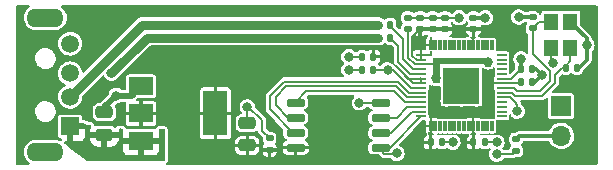
<source format=gbr>
%TF.GenerationSoftware,KiCad,Pcbnew,(6.0.7)*%
%TF.CreationDate,2022-08-26T01:09:57-07:00*%
%TF.ProjectId,RP2040_Injector,52503230-3430-45f4-996e-6a6563746f72,rev?*%
%TF.SameCoordinates,Original*%
%TF.FileFunction,Copper,L1,Top*%
%TF.FilePolarity,Positive*%
%FSLAX46Y46*%
G04 Gerber Fmt 4.6, Leading zero omitted, Abs format (unit mm)*
G04 Created by KiCad (PCBNEW (6.0.7)) date 2022-08-26 01:09:57*
%MOMM*%
%LPD*%
G01*
G04 APERTURE LIST*
G04 Aperture macros list*
%AMRoundRect*
0 Rectangle with rounded corners*
0 $1 Rounding radius*
0 $2 $3 $4 $5 $6 $7 $8 $9 X,Y pos of 4 corners*
0 Add a 4 corners polygon primitive as box body*
4,1,4,$2,$3,$4,$5,$6,$7,$8,$9,$2,$3,0*
0 Add four circle primitives for the rounded corners*
1,1,$1+$1,$2,$3*
1,1,$1+$1,$4,$5*
1,1,$1+$1,$6,$7*
1,1,$1+$1,$8,$9*
0 Add four rect primitives between the rounded corners*
20,1,$1+$1,$2,$3,$4,$5,0*
20,1,$1+$1,$4,$5,$6,$7,0*
20,1,$1+$1,$6,$7,$8,$9,0*
20,1,$1+$1,$8,$9,$2,$3,0*%
G04 Aperture macros list end*
%TA.AperFunction,ComponentPad*%
%ADD10C,0.600000*%
%TD*%
%TA.AperFunction,SMDPad,CuDef*%
%ADD11RoundRect,0.135000X-0.135000X-0.185000X0.135000X-0.185000X0.135000X0.185000X-0.135000X0.185000X0*%
%TD*%
%TA.AperFunction,SMDPad,CuDef*%
%ADD12RoundRect,0.140000X-0.140000X-0.170000X0.140000X-0.170000X0.140000X0.170000X-0.140000X0.170000X0*%
%TD*%
%TA.AperFunction,SMDPad,CuDef*%
%ADD13R,2.000000X1.500000*%
%TD*%
%TA.AperFunction,SMDPad,CuDef*%
%ADD14R,2.000000X3.800000*%
%TD*%
%TA.AperFunction,SMDPad,CuDef*%
%ADD15RoundRect,0.140000X0.170000X-0.140000X0.170000X0.140000X-0.170000X0.140000X-0.170000X-0.140000X0*%
%TD*%
%TA.AperFunction,SMDPad,CuDef*%
%ADD16RoundRect,0.140000X0.140000X0.170000X-0.140000X0.170000X-0.140000X-0.170000X0.140000X-0.170000X0*%
%TD*%
%TA.AperFunction,SMDPad,CuDef*%
%ADD17RoundRect,0.150000X0.650000X0.150000X-0.650000X0.150000X-0.650000X-0.150000X0.650000X-0.150000X0*%
%TD*%
%TA.AperFunction,ComponentPad*%
%ADD18R,1.508000X1.508000*%
%TD*%
%TA.AperFunction,ComponentPad*%
%ADD19C,1.508000*%
%TD*%
%TA.AperFunction,ComponentPad*%
%ADD20O,3.150000X1.575000*%
%TD*%
%TA.AperFunction,ComponentPad*%
%ADD21R,1.700000X1.700000*%
%TD*%
%TA.AperFunction,ComponentPad*%
%ADD22O,1.700000X1.700000*%
%TD*%
%TA.AperFunction,SMDPad,CuDef*%
%ADD23RoundRect,0.250000X0.475000X-0.250000X0.475000X0.250000X-0.475000X0.250000X-0.475000X-0.250000X0*%
%TD*%
%TA.AperFunction,SMDPad,CuDef*%
%ADD24RoundRect,0.135000X-0.185000X0.135000X-0.185000X-0.135000X0.185000X-0.135000X0.185000X0.135000X0*%
%TD*%
%TA.AperFunction,SMDPad,CuDef*%
%ADD25RoundRect,0.006000X0.094000X-0.414000X0.094000X0.414000X-0.094000X0.414000X-0.094000X-0.414000X0*%
%TD*%
%TA.AperFunction,SMDPad,CuDef*%
%ADD26RoundRect,0.020000X0.400000X-0.080000X0.400000X0.080000X-0.400000X0.080000X-0.400000X-0.080000X0*%
%TD*%
%TA.AperFunction,SMDPad,CuDef*%
%ADD27R,3.100000X3.100000*%
%TD*%
%TA.AperFunction,SMDPad,CuDef*%
%ADD28R,1.200000X1.400000*%
%TD*%
%TA.AperFunction,ViaPad*%
%ADD29C,0.800000*%
%TD*%
%TA.AperFunction,Conductor*%
%ADD30C,0.300000*%
%TD*%
%TA.AperFunction,Conductor*%
%ADD31C,0.200000*%
%TD*%
%TA.AperFunction,Conductor*%
%ADD32C,0.500000*%
%TD*%
%TA.AperFunction,Conductor*%
%ADD33C,0.800000*%
%TD*%
G04 APERTURE END LIST*
D10*
%TO.P,,57*%
%TO.N,GND*%
X163800000Y-99875000D03*
%TD*%
D11*
%TO.P,R2,1*%
%TO.N,USB_DM*%
X155490000Y-96000000D03*
%TO.P,R2,2*%
%TO.N,Net-(R2-Pad2)*%
X156510000Y-96000000D03*
%TD*%
D12*
%TO.P,C15,1*%
%TO.N,XIN*%
X171350000Y-99650000D03*
%TO.P,C15,2*%
%TO.N,GND*%
X172310000Y-99650000D03*
%TD*%
D13*
%TO.P,U1,1,GND*%
%TO.N,GND*%
X135400000Y-101200000D03*
%TO.P,U1,2,VO*%
%TO.N,+3V3*%
X135400000Y-103500000D03*
D14*
X141700000Y-103500000D03*
D13*
%TO.P,U1,3,VI*%
%TO.N,VCC*%
X135400000Y-105800000D03*
%TD*%
D15*
%TO.P,C13,1*%
%TO.N,+1V1*%
X157990000Y-96360000D03*
%TO.P,C13,2*%
%TO.N,GND*%
X157990000Y-95400000D03*
%TD*%
D10*
%TO.P,,57*%
%TO.N,GND*%
X161250000Y-99875000D03*
%TD*%
D15*
%TO.P,C14,1*%
%TO.N,+3V3*%
X146300000Y-106580000D03*
%TO.P,C14,2*%
%TO.N,GND*%
X146300000Y-105620000D03*
%TD*%
D12*
%TO.P,C4,1*%
%TO.N,+3V3*%
X163545000Y-105950000D03*
%TO.P,C4,2*%
%TO.N,GND*%
X164505000Y-105950000D03*
%TD*%
D16*
%TO.P,C9,1*%
%TO.N,+3V3*%
X155080000Y-98700000D03*
%TO.P,C9,2*%
%TO.N,GND*%
X154120000Y-98700000D03*
%TD*%
D10*
%TO.P,,57*%
%TO.N,GND*%
X162525000Y-101150000D03*
%TD*%
%TO.P,,57*%
%TO.N,GND*%
X163800000Y-101150000D03*
%TD*%
D17*
%TO.P,U2,1,~{CS}*%
%TO.N,/QSPI_CSN*%
X155700000Y-106405000D03*
%TO.P,U2,2,DO(IO1)*%
%TO.N,/QSPI_SD1*%
X155700000Y-105135000D03*
%TO.P,U2,3,IO2*%
%TO.N,/QSPI_SD2*%
X155700000Y-103865000D03*
%TO.P,U2,4,GND*%
%TO.N,GND*%
X155700000Y-102595000D03*
%TO.P,U2,5,DI(IO0)*%
%TO.N,/QSPI_SD0*%
X148500000Y-102595000D03*
%TO.P,U2,6,CLK*%
%TO.N,/QSPI_SCLK*%
X148500000Y-103865000D03*
%TO.P,U2,7,IO3*%
%TO.N,/QSPI_SD3*%
X148500000Y-105135000D03*
%TO.P,U2,8,VCC*%
%TO.N,+3V3*%
X148500000Y-106405000D03*
%TD*%
D16*
%TO.P,C12,1*%
%TO.N,+1V1*%
X155080000Y-99800000D03*
%TO.P,C12,2*%
%TO.N,GND*%
X154120000Y-99800000D03*
%TD*%
D18*
%TO.P,J1,1,VCC*%
%TO.N,VCC*%
X129400000Y-104600000D03*
D19*
%TO.P,J1,2,D-*%
%TO.N,USB_DM*%
X129400000Y-102100000D03*
%TO.P,J1,3,D+*%
%TO.N,USB_DP*%
X129400000Y-100100000D03*
%TO.P,J1,4,GND*%
%TO.N,GND*%
X129400000Y-97600000D03*
D20*
%TO.P,J1,S1,SHIELD*%
X127300000Y-106800000D03*
%TO.P,J1,S2,SHIELD*%
X127300000Y-95400000D03*
%TD*%
D12*
%TO.P,C11,1*%
%TO.N,+1V1*%
X167570000Y-99750000D03*
%TO.P,C11,2*%
%TO.N,GND*%
X168530000Y-99750000D03*
%TD*%
D10*
%TO.P,,57*%
%TO.N,GND*%
X162525000Y-102425000D03*
%TD*%
D15*
%TO.P,C10,1*%
%TO.N,+3V3*%
X160090000Y-96360000D03*
%TO.P,C10,2*%
%TO.N,GND*%
X160090000Y-95400000D03*
%TD*%
D12*
%TO.P,C3,1*%
%TO.N,+3V3*%
X159920000Y-105950000D03*
%TO.P,C3,2*%
%TO.N,GND*%
X160880000Y-105950000D03*
%TD*%
D10*
%TO.P,,57*%
%TO.N,GND*%
X161250000Y-102425000D03*
%TD*%
D21*
%TO.P,J2,1,Pin_1*%
%TO.N,GND*%
X170970000Y-102875000D03*
D22*
%TO.P,J2,2,Pin_2*%
%TO.N,/~{USB_BOOT}*%
X170970000Y-105415000D03*
%TD*%
D10*
%TO.P,,57*%
%TO.N,GND*%
X162525000Y-99875000D03*
%TD*%
D15*
%TO.P,C7,1*%
%TO.N,+3V3*%
X161140000Y-96360000D03*
%TO.P,C7,2*%
%TO.N,GND*%
X161140000Y-95400000D03*
%TD*%
D23*
%TO.P,C2,1*%
%TO.N,+3V3*%
X144400000Y-106200000D03*
%TO.P,C2,2*%
%TO.N,GND*%
X144400000Y-104300000D03*
%TD*%
D12*
%TO.P,C5,1*%
%TO.N,+3V3*%
X167570000Y-100850000D03*
%TO.P,C5,2*%
%TO.N,GND*%
X168530000Y-100850000D03*
%TD*%
D15*
%TO.P,C16,1*%
%TO.N,XOUT*%
X168550000Y-96300000D03*
%TO.P,C16,2*%
%TO.N,GND*%
X168550000Y-95340000D03*
%TD*%
D10*
%TO.P,,57*%
%TO.N,GND*%
X163800000Y-102425000D03*
%TD*%
D11*
%TO.P,R3,1*%
%TO.N,USB_DP*%
X155490000Y-97100000D03*
%TO.P,R3,2*%
%TO.N,Net-(R3-Pad2)*%
X156510000Y-97100000D03*
%TD*%
D15*
%TO.P,C8,1*%
%TO.N,+3V3*%
X159040000Y-96360000D03*
%TO.P,C8,2*%
%TO.N,GND*%
X159040000Y-95400000D03*
%TD*%
D24*
%TO.P,R1,1*%
%TO.N,/~{USB_BOOT}*%
X167170000Y-105650000D03*
%TO.P,R1,2*%
%TO.N,/QSPI_CSN*%
X167170000Y-106670000D03*
%TD*%
D10*
%TO.P,,57*%
%TO.N,GND*%
X161250000Y-101150000D03*
%TD*%
D23*
%TO.P,C1,1*%
%TO.N,VCC*%
X132300000Y-105300000D03*
%TO.P,C1,2*%
%TO.N,GND*%
X132300000Y-103400000D03*
%TD*%
D25*
%TO.P,U3,1,IOVDD*%
%TO.N,+3V3*%
X159935000Y-104585000D03*
%TO.P,U3,2,GPIO0*%
%TO.N,unconnected-(U3-Pad2)*%
X160335000Y-104585000D03*
%TO.P,U3,3,GPIO1*%
%TO.N,unconnected-(U3-Pad3)*%
X160735000Y-104585000D03*
%TO.P,U3,4,GPIO2*%
%TO.N,unconnected-(U3-Pad4)*%
X161135000Y-104585000D03*
%TO.P,U3,5,GPIO3*%
%TO.N,unconnected-(U3-Pad5)*%
X161535000Y-104585000D03*
%TO.P,U3,6,GPIO4*%
%TO.N,unconnected-(U3-Pad6)*%
X161935000Y-104585000D03*
%TO.P,U3,7,GPIO5*%
%TO.N,unconnected-(U3-Pad7)*%
X162335000Y-104585000D03*
%TO.P,U3,8,GPIO6*%
%TO.N,unconnected-(U3-Pad8)*%
X162735000Y-104585000D03*
%TO.P,U3,9,GPIO7*%
%TO.N,unconnected-(U3-Pad9)*%
X163135000Y-104585000D03*
%TO.P,U3,10,IOVDD*%
%TO.N,+3V3*%
X163535000Y-104585000D03*
%TO.P,U3,11,GPIO8*%
%TO.N,unconnected-(U3-Pad11)*%
X163935000Y-104585000D03*
%TO.P,U3,12,GPIO9*%
%TO.N,unconnected-(U3-Pad12)*%
X164335000Y-104585000D03*
%TO.P,U3,13,GPIO10*%
%TO.N,unconnected-(U3-Pad13)*%
X164735000Y-104585000D03*
%TO.P,U3,14,GPIO11*%
%TO.N,unconnected-(U3-Pad14)*%
X165135000Y-104585000D03*
D26*
%TO.P,U3,15,GPIO12*%
%TO.N,unconnected-(U3-Pad15)*%
X165970000Y-103750000D03*
%TO.P,U3,16,GPIO13*%
%TO.N,unconnected-(U3-Pad16)*%
X165970000Y-103350000D03*
%TO.P,U3,17,GPIO14*%
%TO.N,unconnected-(U3-Pad17)*%
X165970000Y-102950000D03*
%TO.P,U3,18,GPIO15*%
%TO.N,unconnected-(U3-Pad18)*%
X165970000Y-102550000D03*
%TO.P,U3,19,TESTEN*%
%TO.N,GND*%
X165970000Y-102150000D03*
%TO.P,U3,20,XIN*%
%TO.N,XIN*%
X165970000Y-101750000D03*
%TO.P,U3,21,XOUT*%
%TO.N,XOUT*%
X165970000Y-101350000D03*
%TO.P,U3,22,IOVDD*%
%TO.N,+3V3*%
X165970000Y-100950000D03*
%TO.P,U3,23,DVDD*%
%TO.N,+1V1*%
X165970000Y-100550000D03*
%TO.P,U3,24,SWCLK*%
%TO.N,unconnected-(U3-Pad24)*%
X165970000Y-100150000D03*
%TO.P,U3,25,SWD*%
%TO.N,unconnected-(U3-Pad25)*%
X165970000Y-99750000D03*
%TO.P,U3,26,RUN*%
%TO.N,unconnected-(U3-Pad26)*%
X165970000Y-99350000D03*
%TO.P,U3,27,GPIO16*%
%TO.N,unconnected-(U3-Pad27)*%
X165970000Y-98950000D03*
%TO.P,U3,28,GPIO17*%
%TO.N,unconnected-(U3-Pad28)*%
X165970000Y-98550000D03*
D25*
%TO.P,U3,29,GPIO18*%
%TO.N,unconnected-(U3-Pad29)*%
X165135000Y-97715000D03*
%TO.P,U3,30,GPIO19*%
%TO.N,unconnected-(U3-Pad30)*%
X164735000Y-97715000D03*
%TO.P,U3,31,GPIO20*%
%TO.N,unconnected-(U3-Pad31)*%
X164335000Y-97715000D03*
%TO.P,U3,32,GPIO21*%
%TO.N,unconnected-(U3-Pad32)*%
X163935000Y-97715000D03*
%TO.P,U3,33,IOVDD*%
%TO.N,+3V3*%
X163535000Y-97715000D03*
%TO.P,U3,34,GPIO22*%
%TO.N,unconnected-(U3-Pad34)*%
X163135000Y-97715000D03*
%TO.P,U3,35,GPIO23*%
%TO.N,unconnected-(U3-Pad35)*%
X162735000Y-97715000D03*
%TO.P,U3,36,GPIO24*%
%TO.N,unconnected-(U3-Pad36)*%
X162335000Y-97715000D03*
%TO.P,U3,37,GPIO25*%
%TO.N,unconnected-(U3-Pad37)*%
X161935000Y-97715000D03*
%TO.P,U3,38,GPIO26/ADC0*%
%TO.N,unconnected-(U3-Pad38)*%
X161535000Y-97715000D03*
%TO.P,U3,39,GPIO27/ADC1*%
%TO.N,unconnected-(U3-Pad39)*%
X161135000Y-97715000D03*
%TO.P,U3,40,GPIO28/ADC2*%
%TO.N,unconnected-(U3-Pad40)*%
X160735000Y-97715000D03*
%TO.P,U3,41,GPIO29/ADC3*%
%TO.N,unconnected-(U3-Pad41)*%
X160335000Y-97715000D03*
%TO.P,U3,42,IOVDD*%
%TO.N,+3V3*%
X159935000Y-97715000D03*
D26*
%TO.P,U3,43,ADC_AVDD*%
X159100000Y-98550000D03*
%TO.P,U3,44,VREG_VIN*%
X159100000Y-98950000D03*
%TO.P,U3,45,VREG_VOUT*%
%TO.N,+1V1*%
X159100000Y-99350000D03*
%TO.P,U3,46,USB_DM*%
%TO.N,Net-(R2-Pad2)*%
X159100000Y-99750000D03*
%TO.P,U3,47,USB_DP*%
%TO.N,Net-(R3-Pad2)*%
X159100000Y-100150000D03*
%TO.P,U3,48,USB_VDD*%
%TO.N,+3V3*%
X159100000Y-100550000D03*
%TO.P,U3,49,IOVDD*%
X159100000Y-100950000D03*
%TO.P,U3,50,DVDD*%
%TO.N,+1V1*%
X159100000Y-101350000D03*
%TO.P,U3,51,QSPI_SD3*%
%TO.N,/QSPI_SD3*%
X159100000Y-101750000D03*
%TO.P,U3,52,QSPI_SCLK*%
%TO.N,/QSPI_SCLK*%
X159100000Y-102150000D03*
%TO.P,U3,53,QSPI_SD0*%
%TO.N,/QSPI_SD0*%
X159100000Y-102550000D03*
%TO.P,U3,54,QSPI_SD2*%
%TO.N,/QSPI_SD2*%
X159100000Y-102950000D03*
%TO.P,U3,55,QSPI_SD1*%
%TO.N,/QSPI_SD1*%
X159100000Y-103350000D03*
%TO.P,U3,56,QSPI_CSN*%
%TO.N,/QSPI_CSN*%
X159100000Y-103750000D03*
D27*
%TO.P,U3,57,GND*%
%TO.N,GND*%
X162535000Y-101150000D03*
%TD*%
D28*
%TO.P,HSE1,1,1*%
%TO.N,XIN*%
X171750000Y-97950000D03*
%TO.P,HSE1,2,2*%
%TO.N,GND*%
X171750000Y-95750000D03*
%TO.P,HSE1,3,3*%
%TO.N,XOUT*%
X170150000Y-95750000D03*
%TO.P,HSE1,4,4*%
%TO.N,GND*%
X170150000Y-97950000D03*
%TD*%
D15*
%TO.P,C6,1*%
%TO.N,+3V3*%
X163550000Y-96355000D03*
%TO.P,C6,2*%
%TO.N,GND*%
X163550000Y-95395000D03*
%TD*%
D29*
%TO.N,GND*%
X133300000Y-102000000D03*
X173150000Y-97750000D03*
X153000000Y-99800000D03*
X164550000Y-95400000D03*
X167380000Y-95340000D03*
X167250000Y-103310000D03*
X153000000Y-98700000D03*
X169350500Y-100290000D03*
X161800000Y-105950000D03*
X162330000Y-95400000D03*
X153890000Y-102600000D03*
X144400000Y-102950000D03*
X170300000Y-99200000D03*
X165530000Y-105950000D03*
%TO.N,USB_DP*%
X132900000Y-100100000D03*
%TO.N,/QSPI_CSN*%
X157060000Y-106890000D03*
X165530000Y-106949503D03*
%TO.N,+1V1*%
X156276750Y-99803250D03*
X164800000Y-99180000D03*
X167580000Y-98880000D03*
X160385498Y-100510000D03*
%TD*%
D30*
%TO.N,GND*%
X173150000Y-97150000D02*
X173150000Y-97750000D01*
D31*
X166650000Y-102150000D02*
X167060000Y-102560000D01*
X165530000Y-105950000D02*
X164505000Y-105950000D01*
X145650000Y-104100000D02*
X144500000Y-102950000D01*
X170150000Y-97950000D02*
X170150000Y-99050000D01*
X167250000Y-103130000D02*
X167250000Y-103310000D01*
D30*
X172500000Y-99650000D02*
X173150000Y-99000000D01*
D31*
X154120000Y-98700000D02*
X153000000Y-98700000D01*
X146300000Y-105620000D02*
X145650000Y-104970000D01*
X160880000Y-105950000D02*
X161800000Y-105950000D01*
D30*
X168790500Y-100850000D02*
X169350500Y-100290000D01*
D32*
X133300000Y-102000000D02*
X134600000Y-102000000D01*
X132300000Y-103000000D02*
X133300000Y-102000000D01*
D31*
X145650000Y-104970000D02*
X145650000Y-104100000D01*
X167250000Y-102750000D02*
X167250000Y-103130000D01*
D30*
X171750000Y-95750000D02*
X173150000Y-97150000D01*
D31*
X144400000Y-104300000D02*
X144400000Y-102950000D01*
D30*
X168550000Y-95340000D02*
X167380000Y-95340000D01*
X172310000Y-99650000D02*
X172500000Y-99650000D01*
X168530000Y-99750000D02*
X168810500Y-99750000D01*
D31*
X157990000Y-95400000D02*
X162330000Y-95400000D01*
D30*
X168810500Y-99750000D02*
X169350500Y-100290000D01*
D32*
X134600000Y-102000000D02*
X135400000Y-101200000D01*
D30*
X163550000Y-95395000D02*
X164545000Y-95395000D01*
X173150000Y-99000000D02*
X173150000Y-97750000D01*
D31*
X153895000Y-102595000D02*
X153890000Y-102600000D01*
X167060000Y-102560000D02*
X167250000Y-102750000D01*
X165970000Y-102150000D02*
X166650000Y-102150000D01*
X154120000Y-99800000D02*
X153000000Y-99800000D01*
D32*
X132300000Y-103400000D02*
X132300000Y-103000000D01*
D31*
X144500000Y-102950000D02*
X144400000Y-102950000D01*
X155700000Y-102595000D02*
X153895000Y-102595000D01*
X170150000Y-99050000D02*
X170300000Y-99200000D01*
D30*
X164545000Y-95395000D02*
X164550000Y-95400000D01*
X168530000Y-100850000D02*
X168790500Y-100850000D01*
D31*
%TO.N,+3V3*%
X159100000Y-100550000D02*
X158012744Y-100550000D01*
X159040000Y-96360000D02*
X158386569Y-97013431D01*
X158386569Y-98600000D02*
X158736569Y-98950000D01*
X156162744Y-98700000D02*
X155080000Y-98700000D01*
X158412744Y-100950000D02*
X157381372Y-99918628D01*
X165970000Y-100950000D02*
X167470000Y-100950000D01*
X167470000Y-100950000D02*
X167570000Y-100850000D01*
X159100000Y-100950000D02*
X158412744Y-100950000D01*
X158012744Y-100550000D02*
X157381372Y-99918628D01*
X157381372Y-99918628D02*
X156162744Y-98700000D01*
X158386569Y-97013431D02*
X158386569Y-98600000D01*
X158736569Y-98950000D02*
X159100000Y-98950000D01*
%TO.N,XIN*%
X165970000Y-101750000D02*
X166840000Y-101750000D01*
X167100001Y-102010000D02*
X169355686Y-102010000D01*
X169355686Y-102010000D02*
X170450000Y-100915686D01*
X170450000Y-100915686D02*
X170450000Y-100270000D01*
X171750000Y-99100000D02*
X171750000Y-97950000D01*
X166840000Y-101750000D02*
X167100001Y-102010000D01*
X171350000Y-99500000D02*
X171750000Y-99100000D01*
X171350000Y-99650000D02*
X171350000Y-99500000D01*
X171070000Y-99650000D02*
X171350000Y-99650000D01*
X170450000Y-100270000D02*
X171070000Y-99650000D01*
%TO.N,XOUT*%
X168550000Y-98450000D02*
X168550000Y-96300000D01*
X167265686Y-101610000D02*
X169190000Y-101610000D01*
X169190000Y-101610000D02*
X170050000Y-100750000D01*
X170050000Y-99950000D02*
X168550000Y-98450000D01*
X167005686Y-101350000D02*
X167265686Y-101610000D01*
X170050000Y-100750000D02*
X170050000Y-99950000D01*
X169100000Y-95750000D02*
X168550000Y-96300000D01*
X167005686Y-101350000D02*
X165970000Y-101350000D01*
X169100000Y-95750000D02*
X170150000Y-95750000D01*
D33*
%TO.N,USB_DM*%
X135500000Y-96000000D02*
X129400000Y-102100000D01*
X155490000Y-96000000D02*
X135500000Y-96000000D01*
%TO.N,USB_DP*%
X135900000Y-97100000D02*
X132900000Y-100100000D01*
X155490000Y-97100000D02*
X135900000Y-97100000D01*
D30*
%TO.N,/~{USB_BOOT}*%
X170970000Y-105415000D02*
X167405000Y-105415000D01*
X167405000Y-105415000D02*
X167170000Y-105650000D01*
D31*
%TO.N,/QSPI_CSN*%
X155700000Y-106630000D02*
X155990000Y-106920000D01*
X156445000Y-106405000D02*
X155700000Y-106405000D01*
X165530000Y-106949503D02*
X166890497Y-106949503D01*
X155700000Y-106405000D02*
X155700000Y-106630000D01*
X155990000Y-106920000D02*
X157030000Y-106920000D01*
X157030000Y-106920000D02*
X157060000Y-106890000D01*
X159100000Y-103750000D02*
X156445000Y-106405000D01*
X166890497Y-106949503D02*
X167170000Y-106670000D01*
%TO.N,Net-(R2-Pad2)*%
X157580000Y-97180000D02*
X156510000Y-96110000D01*
X158401766Y-99749999D02*
X157580000Y-98928232D01*
X156510000Y-96110000D02*
X156510000Y-96000000D01*
X159100000Y-99750000D02*
X158401766Y-99749999D01*
X157580000Y-98928232D02*
X157580000Y-97180000D01*
%TO.N,Net-(R3-Pad2)*%
X158178430Y-100150000D02*
X157180000Y-99151570D01*
X159100000Y-100150000D02*
X158178430Y-100150000D01*
X157180000Y-97770000D02*
X156510000Y-97100000D01*
X157180000Y-99151570D02*
X157180000Y-97770000D01*
%TO.N,/QSPI_SD1*%
X156565000Y-105135000D02*
X155700000Y-105135000D01*
X159100000Y-103350000D02*
X158350000Y-103350000D01*
X158350000Y-103350000D02*
X156565000Y-105135000D01*
%TO.N,/QSPI_SD2*%
X157035000Y-103865000D02*
X155700000Y-103865000D01*
X159100000Y-102950000D02*
X157950000Y-102950000D01*
X157950000Y-102950000D02*
X157035000Y-103865000D01*
%TO.N,/QSPI_SD0*%
X148500000Y-102500000D02*
X148500000Y-102595000D01*
X157750000Y-102550000D02*
X156800000Y-101600000D01*
X159100000Y-102550000D02*
X157750000Y-102550000D01*
X149400000Y-101600000D02*
X148500000Y-102500000D01*
X156800000Y-101600000D02*
X149400000Y-101600000D01*
%TO.N,/QSPI_SCLK*%
X147865000Y-103865000D02*
X148500000Y-103865000D01*
X146800000Y-102100000D02*
X146800000Y-102800000D01*
X147700000Y-101200000D02*
X146800000Y-102100000D01*
X146800000Y-102800000D02*
X147865000Y-103865000D01*
X159100000Y-102150000D02*
X157915686Y-102150000D01*
X157915686Y-102150000D02*
X156965686Y-101200000D01*
X156965686Y-101200000D02*
X147700000Y-101200000D01*
%TO.N,/QSPI_SD3*%
X157131372Y-100800000D02*
X147534315Y-100800000D01*
X159100000Y-101750000D02*
X158081372Y-101750000D01*
X147534315Y-100800000D02*
X146300000Y-102034314D01*
X146300000Y-102034314D02*
X146300000Y-103150000D01*
X148285000Y-105135000D02*
X148500000Y-105135000D01*
X146300000Y-103150000D02*
X148285000Y-105135000D01*
X158081372Y-101750000D02*
X157131372Y-100800000D01*
%TO.N,+1V1*%
X166770000Y-100550000D02*
X167570000Y-99750000D01*
X159100000Y-99350000D02*
X160300000Y-99350000D01*
X157986569Y-98769116D02*
X157986569Y-96363431D01*
X158247058Y-101350000D02*
X156697058Y-99800000D01*
D30*
X167580000Y-99740000D02*
X167570000Y-99750000D01*
D31*
X159100000Y-101350000D02*
X158247058Y-101350000D01*
X157986569Y-96363431D02*
X157990000Y-96360000D01*
X159100000Y-99350000D02*
X158567452Y-99350000D01*
D30*
X167580000Y-98880000D02*
X167580000Y-99740000D01*
D31*
X156697058Y-99800000D02*
X156470000Y-99800000D01*
X165970000Y-100550000D02*
X166770000Y-100550000D01*
X156280000Y-99800000D02*
X156276750Y-99803250D01*
X156470000Y-99800000D02*
X156280000Y-99800000D01*
X156470000Y-99800000D02*
X155080000Y-99800000D01*
X158567452Y-99350000D02*
X157986569Y-98769116D01*
%TD*%
%TA.AperFunction,Conductor*%
%TO.N,+3V3*%
G36*
X165317945Y-99604203D02*
G01*
X165346979Y-99645667D01*
X165349500Y-99664820D01*
X165349501Y-99762379D01*
X165349501Y-99851718D01*
X165362293Y-99916035D01*
X165366179Y-99921851D01*
X165368378Y-99972254D01*
X165366296Y-99977974D01*
X165362293Y-99983965D01*
X165360871Y-99991112D01*
X165360871Y-99991113D01*
X165350211Y-100044709D01*
X165349500Y-100048281D01*
X165349501Y-100251718D01*
X165350212Y-100255291D01*
X165362293Y-100316035D01*
X165359667Y-100316557D01*
X165361354Y-100355309D01*
X165330533Y-100395464D01*
X165318024Y-100401850D01*
X165313055Y-100403817D01*
X165304350Y-100408722D01*
X165197155Y-100490089D01*
X165190089Y-100497155D01*
X165108725Y-100604347D01*
X165103816Y-100613060D01*
X165054172Y-100738446D01*
X165051849Y-100747592D01*
X165042268Y-100826763D01*
X165042000Y-100831211D01*
X165042000Y-100836952D01*
X165045638Y-100846948D01*
X165050925Y-100850000D01*
X165543205Y-100850000D01*
X165546607Y-100850167D01*
X165548281Y-100850500D01*
X165996000Y-100850500D01*
X166043566Y-100867813D01*
X166068876Y-100911650D01*
X166070000Y-100924500D01*
X166070000Y-100975500D01*
X166052687Y-101023066D01*
X166008850Y-101048376D01*
X165996000Y-101049500D01*
X165942052Y-101049500D01*
X165942050Y-101049501D01*
X165548282Y-101049501D01*
X165546612Y-101049833D01*
X165543213Y-101050000D01*
X165055049Y-101050000D01*
X165045053Y-101053638D01*
X165042001Y-101058925D01*
X165042001Y-101068788D01*
X165042269Y-101073237D01*
X165051849Y-101152409D01*
X165054171Y-101161553D01*
X165103816Y-101286940D01*
X165108725Y-101295653D01*
X165190089Y-101402845D01*
X165197155Y-101409911D01*
X165304350Y-101491278D01*
X165313055Y-101496183D01*
X165318024Y-101498150D01*
X165355876Y-101531758D01*
X165363270Y-101581834D01*
X165362891Y-101583070D01*
X165362293Y-101583965D01*
X165361696Y-101586965D01*
X165361696Y-101586966D01*
X165350211Y-101644709D01*
X165349500Y-101648281D01*
X165349501Y-101851718D01*
X165362293Y-101916035D01*
X165366179Y-101921851D01*
X165368378Y-101972254D01*
X165366296Y-101977974D01*
X165362293Y-101983965D01*
X165360871Y-101991112D01*
X165360871Y-101991113D01*
X165350211Y-102044709D01*
X165349500Y-102048281D01*
X165349501Y-102251718D01*
X165362293Y-102316035D01*
X165366179Y-102321851D01*
X165368378Y-102372254D01*
X165366296Y-102377974D01*
X165362293Y-102383965D01*
X165360871Y-102391112D01*
X165360871Y-102391113D01*
X165350211Y-102444709D01*
X165349500Y-102448281D01*
X165349501Y-102651718D01*
X165362293Y-102716035D01*
X165366179Y-102721851D01*
X165368378Y-102772254D01*
X165366296Y-102777974D01*
X165362293Y-102783965D01*
X165360871Y-102791112D01*
X165360871Y-102791113D01*
X165350211Y-102844709D01*
X165349500Y-102848281D01*
X165349501Y-103051718D01*
X165362293Y-103116035D01*
X165366179Y-103121851D01*
X165368378Y-103172254D01*
X165366296Y-103177974D01*
X165362293Y-103183965D01*
X165360871Y-103191112D01*
X165360871Y-103191113D01*
X165350211Y-103244709D01*
X165349500Y-103248281D01*
X165349501Y-103451718D01*
X165362293Y-103516035D01*
X165366179Y-103521851D01*
X165368378Y-103572254D01*
X165366296Y-103577974D01*
X165362293Y-103583965D01*
X165360871Y-103591112D01*
X165360871Y-103591113D01*
X165357828Y-103606414D01*
X165349500Y-103648281D01*
X165349501Y-103851718D01*
X165350211Y-103855287D01*
X165350211Y-103855289D01*
X165355379Y-103881270D01*
X165347678Y-103931300D01*
X165309620Y-103964675D01*
X165268365Y-103968284D01*
X165252912Y-103965210D01*
X165252907Y-103965209D01*
X165249340Y-103964500D01*
X165020660Y-103964500D01*
X165017091Y-103965210D01*
X165017090Y-103965210D01*
X164979121Y-103972763D01*
X164960428Y-103976481D01*
X164959679Y-103976981D01*
X164913351Y-103979006D01*
X164909572Y-103976481D01*
X164890879Y-103972763D01*
X164852910Y-103965210D01*
X164852909Y-103965210D01*
X164849340Y-103964500D01*
X164620660Y-103964500D01*
X164617091Y-103965210D01*
X164617090Y-103965210D01*
X164579121Y-103972763D01*
X164560428Y-103976481D01*
X164559679Y-103976981D01*
X164513351Y-103979006D01*
X164509572Y-103976481D01*
X164490879Y-103972763D01*
X164452910Y-103965210D01*
X164452909Y-103965210D01*
X164449340Y-103964500D01*
X164220660Y-103964500D01*
X164217091Y-103965210D01*
X164217090Y-103965210D01*
X164169422Y-103974692D01*
X164119392Y-103966992D01*
X164086181Y-103929355D01*
X164082869Y-103920989D01*
X164077963Y-103912284D01*
X163998922Y-103808151D01*
X163991849Y-103801078D01*
X163887716Y-103722037D01*
X163879005Y-103717128D01*
X163757183Y-103668896D01*
X163748037Y-103666573D01*
X163671147Y-103657268D01*
X163666699Y-103657000D01*
X163648048Y-103657000D01*
X163638052Y-103660638D01*
X163635000Y-103665925D01*
X163635000Y-104145584D01*
X163634833Y-104148986D01*
X163634500Y-104150660D01*
X163634500Y-105019340D01*
X163634833Y-105021014D01*
X163635000Y-105024416D01*
X163635000Y-105078952D01*
X163638638Y-105088947D01*
X163646663Y-105093580D01*
X163671189Y-105116551D01*
X163692121Y-105147879D01*
X163741111Y-105180612D01*
X163760428Y-105193519D01*
X163759587Y-105194778D01*
X163790639Y-105223233D01*
X163799000Y-105257402D01*
X163799000Y-105300000D01*
X163291000Y-105300000D01*
X163291000Y-105245482D01*
X163308313Y-105197916D01*
X163323889Y-105183953D01*
X163371816Y-105151930D01*
X163377879Y-105147879D01*
X163399594Y-105115379D01*
X163430231Y-105091335D01*
X163435000Y-105083075D01*
X163435000Y-105024416D01*
X163435167Y-105021014D01*
X163435500Y-105019340D01*
X163435500Y-104150660D01*
X163435167Y-104148986D01*
X163435000Y-104145584D01*
X163435000Y-103670049D01*
X163431362Y-103660053D01*
X163426075Y-103657001D01*
X163403302Y-103657001D01*
X163398853Y-103657269D01*
X163321962Y-103666573D01*
X163312818Y-103668895D01*
X163190995Y-103717128D01*
X163182284Y-103722037D01*
X163078151Y-103801078D01*
X163071078Y-103808151D01*
X162992037Y-103912284D01*
X162987131Y-103920989D01*
X162983819Y-103929355D01*
X162950211Y-103967208D01*
X162900578Y-103974692D01*
X162852910Y-103965210D01*
X162852909Y-103965210D01*
X162849340Y-103964500D01*
X162620660Y-103964500D01*
X162617091Y-103965210D01*
X162617090Y-103965210D01*
X162579121Y-103972763D01*
X162560428Y-103976481D01*
X162559679Y-103976981D01*
X162513351Y-103979006D01*
X162509572Y-103976481D01*
X162490879Y-103972763D01*
X162452910Y-103965210D01*
X162452909Y-103965210D01*
X162449340Y-103964500D01*
X162220660Y-103964500D01*
X162217091Y-103965210D01*
X162217090Y-103965210D01*
X162179121Y-103972763D01*
X162160428Y-103976481D01*
X162159679Y-103976981D01*
X162113351Y-103979006D01*
X162109572Y-103976481D01*
X162090879Y-103972763D01*
X162052910Y-103965210D01*
X162052909Y-103965210D01*
X162049340Y-103964500D01*
X161820660Y-103964500D01*
X161817091Y-103965210D01*
X161817090Y-103965210D01*
X161779121Y-103972763D01*
X161760428Y-103976481D01*
X161759679Y-103976981D01*
X161713351Y-103979006D01*
X161709572Y-103976481D01*
X161690879Y-103972763D01*
X161652910Y-103965210D01*
X161652909Y-103965210D01*
X161649340Y-103964500D01*
X161420660Y-103964500D01*
X161417091Y-103965210D01*
X161417090Y-103965210D01*
X161379121Y-103972763D01*
X161360428Y-103976481D01*
X161359679Y-103976981D01*
X161313351Y-103979006D01*
X161309572Y-103976481D01*
X161290879Y-103972763D01*
X161252910Y-103965210D01*
X161252909Y-103965210D01*
X161249340Y-103964500D01*
X161020660Y-103964500D01*
X161017091Y-103965210D01*
X161017090Y-103965210D01*
X160979121Y-103972763D01*
X160960428Y-103976481D01*
X160959679Y-103976981D01*
X160913351Y-103979006D01*
X160909572Y-103976481D01*
X160890879Y-103972763D01*
X160852910Y-103965210D01*
X160852909Y-103965210D01*
X160849340Y-103964500D01*
X160620660Y-103964500D01*
X160617091Y-103965210D01*
X160617090Y-103965210D01*
X160569422Y-103974692D01*
X160519392Y-103966992D01*
X160486181Y-103929355D01*
X160482869Y-103920989D01*
X160477963Y-103912284D01*
X160398922Y-103808151D01*
X160391849Y-103801078D01*
X160287716Y-103722037D01*
X160279005Y-103717128D01*
X160157183Y-103668896D01*
X160148037Y-103666573D01*
X160071147Y-103657268D01*
X160066699Y-103657000D01*
X160048048Y-103657000D01*
X160038052Y-103660638D01*
X160035000Y-103665925D01*
X160035000Y-104145584D01*
X160034833Y-104148986D01*
X160034500Y-104150660D01*
X160034500Y-105019340D01*
X160034833Y-105021014D01*
X160035000Y-105024416D01*
X160035000Y-105078952D01*
X160038638Y-105088947D01*
X160046663Y-105093580D01*
X160071189Y-105116551D01*
X160092121Y-105147879D01*
X160139447Y-105179500D01*
X160141111Y-105180612D01*
X160171043Y-105221433D01*
X160174000Y-105242141D01*
X160174000Y-105300000D01*
X159666000Y-105300000D01*
X159666000Y-105166000D01*
X159683313Y-105118434D01*
X159727150Y-105093124D01*
X159740000Y-105092000D01*
X159821952Y-105092000D01*
X159831948Y-105088362D01*
X159835000Y-105083075D01*
X159835000Y-104698048D01*
X159831362Y-104688052D01*
X159826075Y-104685000D01*
X159340049Y-104685000D01*
X159330053Y-104688638D01*
X159327001Y-104693925D01*
X159327001Y-105036698D01*
X159327269Y-105041147D01*
X159336573Y-105118038D01*
X159338895Y-105127182D01*
X159371349Y-105209151D01*
X159372763Y-105259750D01*
X159354872Y-105288718D01*
X159343590Y-105300000D01*
X158400000Y-105300000D01*
X158400000Y-104874971D01*
X159200959Y-104074012D01*
X159246835Y-104052620D01*
X159295730Y-104065721D01*
X159324764Y-104107185D01*
X159327151Y-104130788D01*
X159327000Y-104133295D01*
X159327000Y-104471952D01*
X159330638Y-104481948D01*
X159335925Y-104485000D01*
X159821952Y-104485000D01*
X159831948Y-104481362D01*
X159835000Y-104476075D01*
X159835000Y-103670049D01*
X159831362Y-103660053D01*
X159826075Y-103657001D01*
X159803302Y-103657001D01*
X159798862Y-103657269D01*
X159792171Y-103658078D01*
X159742870Y-103646602D01*
X159712480Y-103606121D01*
X159710707Y-103599049D01*
X159709129Y-103591116D01*
X159707707Y-103583965D01*
X159703821Y-103578149D01*
X159701622Y-103527746D01*
X159703704Y-103522026D01*
X159707707Y-103516035D01*
X159717508Y-103466762D01*
X159719790Y-103455290D01*
X159719790Y-103455287D01*
X159720500Y-103451719D01*
X159720499Y-103248282D01*
X159707707Y-103183965D01*
X159703821Y-103178149D01*
X159701622Y-103127746D01*
X159703704Y-103122026D01*
X159707707Y-103116035D01*
X159709130Y-103108883D01*
X159719790Y-103055290D01*
X159719790Y-103055287D01*
X159720500Y-103051719D01*
X159720499Y-102848282D01*
X159707707Y-102783965D01*
X159703821Y-102778149D01*
X159701622Y-102727746D01*
X159703704Y-102722026D01*
X159707707Y-102716035D01*
X159716096Y-102673860D01*
X159719790Y-102655290D01*
X159719790Y-102655287D01*
X159720500Y-102651719D01*
X159720499Y-102448282D01*
X159707707Y-102383965D01*
X159703821Y-102378149D01*
X159701622Y-102327746D01*
X159703704Y-102322026D01*
X159707707Y-102316035D01*
X159712913Y-102289863D01*
X159719790Y-102255290D01*
X159719790Y-102255287D01*
X159720500Y-102251719D01*
X159720499Y-102048282D01*
X159707707Y-101983965D01*
X159703821Y-101978149D01*
X159701622Y-101927746D01*
X159703704Y-101922026D01*
X159707707Y-101916035D01*
X159712467Y-101892105D01*
X159719790Y-101855290D01*
X159719790Y-101855287D01*
X159720500Y-101851719D01*
X159720499Y-101648282D01*
X159707707Y-101583965D01*
X159710333Y-101583443D01*
X159708646Y-101544691D01*
X159739467Y-101504536D01*
X159751976Y-101498150D01*
X159756945Y-101496183D01*
X159765650Y-101491278D01*
X159872845Y-101409911D01*
X159879911Y-101402845D01*
X159961275Y-101295653D01*
X159966181Y-101286946D01*
X160014029Y-101166095D01*
X160047637Y-101128242D01*
X160097713Y-101120847D01*
X160108142Y-101123799D01*
X160133713Y-101133106D01*
X160136887Y-101133666D01*
X160136892Y-101133667D01*
X160171144Y-101139706D01*
X160204000Y-101145500D01*
X160626000Y-101145500D01*
X160626795Y-101145465D01*
X160626808Y-101145465D01*
X160638869Y-101144938D01*
X160643907Y-101144718D01*
X160644699Y-101144649D01*
X160644710Y-101144648D01*
X160652736Y-101143946D01*
X160652739Y-101143946D01*
X160656757Y-101143594D01*
X160660611Y-101142379D01*
X160664520Y-101141601D01*
X160714550Y-101149298D01*
X160747928Y-101187354D01*
X160752336Y-101204583D01*
X160758051Y-101248282D01*
X160762980Y-101285979D01*
X160765103Y-101290803D01*
X160778233Y-101320644D01*
X160784500Y-101350447D01*
X160784500Y-102222205D01*
X160777485Y-102253653D01*
X160766447Y-102277163D01*
X160744391Y-102418823D01*
X160745074Y-102424046D01*
X160745074Y-102424049D01*
X160745573Y-102427862D01*
X160762980Y-102560979D01*
X160765103Y-102565803D01*
X160778233Y-102595644D01*
X160784500Y-102625447D01*
X160784500Y-102719748D01*
X160796133Y-102778231D01*
X160800184Y-102784293D01*
X160800184Y-102784294D01*
X160804743Y-102791117D01*
X160840448Y-102844552D01*
X160906769Y-102888867D01*
X160951295Y-102897724D01*
X160961682Y-102899790D01*
X160961683Y-102899790D01*
X160965252Y-102900500D01*
X161082192Y-102900500D01*
X161104260Y-102903867D01*
X161169157Y-102924142D01*
X161174425Y-102924239D01*
X161174428Y-102924239D01*
X161234733Y-102925344D01*
X161312499Y-102926770D01*
X161317582Y-102925384D01*
X161317584Y-102925384D01*
X161399297Y-102903106D01*
X161418761Y-102900500D01*
X162357192Y-102900500D01*
X162379260Y-102903867D01*
X162444157Y-102924142D01*
X162449425Y-102924239D01*
X162449428Y-102924239D01*
X162509733Y-102925344D01*
X162587499Y-102926770D01*
X162592582Y-102925384D01*
X162592584Y-102925384D01*
X162674297Y-102903106D01*
X162693761Y-102900500D01*
X163632192Y-102900500D01*
X163654260Y-102903867D01*
X163719157Y-102924142D01*
X163724425Y-102924239D01*
X163724428Y-102924239D01*
X163784733Y-102925344D01*
X163862499Y-102926770D01*
X163867582Y-102925384D01*
X163867584Y-102925384D01*
X163949297Y-102903106D01*
X163968761Y-102900500D01*
X164104748Y-102900500D01*
X164108317Y-102899790D01*
X164108318Y-102899790D01*
X164118705Y-102897724D01*
X164163231Y-102888867D01*
X164229552Y-102844552D01*
X164265257Y-102791117D01*
X164269816Y-102784294D01*
X164269816Y-102784293D01*
X164273867Y-102778231D01*
X164285500Y-102719748D01*
X164285500Y-102562385D01*
X164286526Y-102550108D01*
X164305021Y-102440177D01*
X164305496Y-102437354D01*
X164305647Y-102425000D01*
X164286247Y-102289534D01*
X164285500Y-102279044D01*
X164285500Y-101287385D01*
X164286526Y-101275108D01*
X164305021Y-101165177D01*
X164305496Y-101162354D01*
X164305647Y-101150000D01*
X164286247Y-101014534D01*
X164285500Y-101004044D01*
X164285500Y-100012385D01*
X164286526Y-100000108D01*
X164300671Y-99916035D01*
X164305496Y-99887354D01*
X164305647Y-99875000D01*
X164286247Y-99739534D01*
X164285500Y-99729044D01*
X164285500Y-99716552D01*
X164302813Y-99668986D01*
X164346650Y-99643676D01*
X164396500Y-99652466D01*
X164418488Y-99671871D01*
X164429322Y-99686174D01*
X164434757Y-99689684D01*
X164502656Y-99733539D01*
X164502661Y-99733541D01*
X164506147Y-99735793D01*
X164510051Y-99737214D01*
X164510053Y-99737215D01*
X164516425Y-99739534D01*
X164553713Y-99753106D01*
X164556887Y-99753666D01*
X164556892Y-99753667D01*
X164591144Y-99759706D01*
X164624000Y-99765500D01*
X164641851Y-99765500D01*
X164651510Y-99766133D01*
X164800000Y-99785682D01*
X164804808Y-99785049D01*
X164948490Y-99766133D01*
X164958149Y-99765500D01*
X164976000Y-99765500D01*
X164976795Y-99765465D01*
X164976808Y-99765465D01*
X164988961Y-99764934D01*
X164993907Y-99764718D01*
X164994699Y-99764649D01*
X164994710Y-99764648D01*
X165002733Y-99763946D01*
X165006757Y-99763594D01*
X165010608Y-99762380D01*
X165010612Y-99762379D01*
X165087745Y-99738059D01*
X165087744Y-99738059D01*
X165091602Y-99736843D01*
X165135439Y-99711533D01*
X165176174Y-99680678D01*
X165210726Y-99627181D01*
X165221662Y-99615324D01*
X165221003Y-99614665D01*
X165223174Y-99612494D01*
X165225100Y-99611596D01*
X165227852Y-99608612D01*
X165228294Y-99608273D01*
X165229330Y-99609624D01*
X165269050Y-99591102D01*
X165317945Y-99604203D01*
G37*
%TD.AperFunction*%
%TA.AperFunction,Conductor*%
G36*
X166700000Y-103589630D02*
G01*
X166700000Y-105300000D01*
X164137361Y-105300000D01*
X164129905Y-105284011D01*
X164143006Y-105235116D01*
X164184470Y-105206082D01*
X164213408Y-105205134D01*
X164213477Y-105204434D01*
X164217090Y-105204790D01*
X164220660Y-105205500D01*
X164449340Y-105205500D01*
X164452909Y-105204790D01*
X164452910Y-105204790D01*
X164502423Y-105194941D01*
X164509572Y-105193519D01*
X164510321Y-105193019D01*
X164556649Y-105190994D01*
X164560428Y-105193519D01*
X164567577Y-105194941D01*
X164617090Y-105204790D01*
X164617091Y-105204790D01*
X164620660Y-105205500D01*
X164849340Y-105205500D01*
X164852909Y-105204790D01*
X164852910Y-105204790D01*
X164902423Y-105194941D01*
X164909572Y-105193519D01*
X164910321Y-105193019D01*
X164956649Y-105190994D01*
X164960428Y-105193519D01*
X164967577Y-105194941D01*
X165017090Y-105204790D01*
X165017091Y-105204790D01*
X165020660Y-105205500D01*
X165249340Y-105205500D01*
X165252909Y-105204790D01*
X165252910Y-105204790D01*
X165302423Y-105194941D01*
X165309572Y-105193519D01*
X165315632Y-105189470D01*
X165315634Y-105189469D01*
X165371816Y-105151930D01*
X165377879Y-105147879D01*
X165397818Y-105118038D01*
X165419469Y-105085634D01*
X165419470Y-105085632D01*
X165423519Y-105079572D01*
X165435500Y-105019340D01*
X165435500Y-104150660D01*
X165431716Y-104131637D01*
X165439416Y-104081607D01*
X165477473Y-104048232D01*
X165518730Y-104044622D01*
X165548281Y-104050500D01*
X165969942Y-104050500D01*
X166391718Y-104050499D01*
X166434357Y-104042018D01*
X166448886Y-104039129D01*
X166448887Y-104039129D01*
X166456035Y-104037707D01*
X166528972Y-103988972D01*
X166537091Y-103976822D01*
X166573657Y-103922096D01*
X166577707Y-103916035D01*
X166585167Y-103878532D01*
X166589790Y-103855290D01*
X166589790Y-103855287D01*
X166590500Y-103851719D01*
X166590499Y-103653980D01*
X166607811Y-103606414D01*
X166651649Y-103581104D01*
X166700000Y-103589630D01*
G37*
%TD.AperFunction*%
%TA.AperFunction,Conductor*%
G36*
X162560428Y-105193519D02*
G01*
X162567577Y-105194941D01*
X162617090Y-105204790D01*
X162617091Y-105204790D01*
X162620660Y-105205500D01*
X162849340Y-105205500D01*
X162852907Y-105204791D01*
X162852912Y-105204790D01*
X162876907Y-105200017D01*
X162926937Y-105207717D01*
X162960312Y-105245775D01*
X162961416Y-105296382D01*
X162959166Y-105300000D01*
X160509047Y-105300000D01*
X160498697Y-105277803D01*
X160511798Y-105228908D01*
X160553262Y-105199874D01*
X160586852Y-105198775D01*
X160601001Y-105201590D01*
X160617090Y-105204790D01*
X160617091Y-105204790D01*
X160620660Y-105205500D01*
X160849340Y-105205500D01*
X160852909Y-105204790D01*
X160852910Y-105204790D01*
X160902423Y-105194941D01*
X160909572Y-105193519D01*
X160910321Y-105193019D01*
X160956649Y-105190994D01*
X160960428Y-105193519D01*
X160967577Y-105194941D01*
X161017090Y-105204790D01*
X161017091Y-105204790D01*
X161020660Y-105205500D01*
X161249340Y-105205500D01*
X161252909Y-105204790D01*
X161252910Y-105204790D01*
X161302423Y-105194941D01*
X161309572Y-105193519D01*
X161310321Y-105193019D01*
X161356649Y-105190994D01*
X161360428Y-105193519D01*
X161367577Y-105194941D01*
X161417090Y-105204790D01*
X161417091Y-105204790D01*
X161420660Y-105205500D01*
X161649340Y-105205500D01*
X161652909Y-105204790D01*
X161652910Y-105204790D01*
X161702423Y-105194941D01*
X161709572Y-105193519D01*
X161710321Y-105193019D01*
X161756649Y-105190994D01*
X161760428Y-105193519D01*
X161792774Y-105199953D01*
X161832347Y-105223966D01*
X161858578Y-105207254D01*
X161874595Y-105205500D01*
X162049340Y-105205500D01*
X162052909Y-105204790D01*
X162052910Y-105204790D01*
X162102423Y-105194941D01*
X162109572Y-105193519D01*
X162110321Y-105193019D01*
X162156649Y-105190994D01*
X162160428Y-105193519D01*
X162167577Y-105194941D01*
X162217090Y-105204790D01*
X162217091Y-105204790D01*
X162220660Y-105205500D01*
X162449340Y-105205500D01*
X162452909Y-105204790D01*
X162452910Y-105204790D01*
X162502423Y-105194941D01*
X162509572Y-105193519D01*
X162510321Y-105193019D01*
X162556649Y-105190994D01*
X162560428Y-105193519D01*
G37*
%TD.AperFunction*%
%TA.AperFunction,Conductor*%
G36*
X159173566Y-100467813D02*
G01*
X159198876Y-100511650D01*
X159200000Y-100524500D01*
X159200000Y-100975500D01*
X159182687Y-101023066D01*
X159138850Y-101048376D01*
X159126000Y-101049500D01*
X159074000Y-101049500D01*
X159026434Y-101032187D01*
X159001124Y-100988350D01*
X159000000Y-100975500D01*
X159000000Y-100524500D01*
X159017313Y-100476934D01*
X159061150Y-100451624D01*
X159074000Y-100450500D01*
X159126000Y-100450500D01*
X159173566Y-100467813D01*
G37*
%TD.AperFunction*%
%TA.AperFunction,Conductor*%
G36*
X166700000Y-100186050D02*
G01*
X166670949Y-100199596D01*
X166622054Y-100186495D01*
X166593020Y-100145031D01*
X166590499Y-100125878D01*
X166590499Y-100048282D01*
X166577707Y-99983965D01*
X166573821Y-99978149D01*
X166571622Y-99927746D01*
X166573704Y-99922026D01*
X166577707Y-99916035D01*
X166579130Y-99908883D01*
X166589790Y-99855290D01*
X166589790Y-99855287D01*
X166590500Y-99851719D01*
X166590499Y-99648282D01*
X166577707Y-99583965D01*
X166573821Y-99578149D01*
X166571622Y-99527746D01*
X166573704Y-99522026D01*
X166577707Y-99516035D01*
X166580901Y-99499978D01*
X166589790Y-99455290D01*
X166589790Y-99455287D01*
X166590500Y-99451719D01*
X166590499Y-99248282D01*
X166577707Y-99183965D01*
X166573821Y-99178149D01*
X166571622Y-99127746D01*
X166573704Y-99122026D01*
X166577707Y-99116035D01*
X166590500Y-99051719D01*
X166590499Y-98848282D01*
X166577707Y-98783965D01*
X166573821Y-98778149D01*
X166571622Y-98727746D01*
X166573704Y-98722026D01*
X166577707Y-98716035D01*
X166586801Y-98670316D01*
X166589790Y-98655290D01*
X166589790Y-98655287D01*
X166590500Y-98651719D01*
X166590499Y-98448282D01*
X166577707Y-98383965D01*
X166538269Y-98324941D01*
X166533022Y-98317089D01*
X166528972Y-98311028D01*
X166456035Y-98262293D01*
X166418532Y-98254833D01*
X166395290Y-98250210D01*
X166395287Y-98250210D01*
X166391719Y-98249500D01*
X165970058Y-98249500D01*
X165548282Y-98249501D01*
X165544713Y-98250211D01*
X165544711Y-98250211D01*
X165535174Y-98252108D01*
X165518729Y-98255379D01*
X165468700Y-98247678D01*
X165435325Y-98209620D01*
X165431716Y-98168365D01*
X165434790Y-98152912D01*
X165434791Y-98152907D01*
X165435500Y-98149340D01*
X165435500Y-97280660D01*
X165423519Y-97220428D01*
X165407230Y-97196048D01*
X165381930Y-97158184D01*
X165377879Y-97152121D01*
X165357733Y-97138660D01*
X165315634Y-97110531D01*
X165315632Y-97110530D01*
X165309572Y-97106481D01*
X165262220Y-97097062D01*
X165252910Y-97095210D01*
X165252909Y-97095210D01*
X165249340Y-97094500D01*
X165020660Y-97094500D01*
X165017091Y-97095210D01*
X165017090Y-97095210D01*
X165007780Y-97097062D01*
X164960428Y-97106481D01*
X164959679Y-97106981D01*
X164913351Y-97109006D01*
X164909572Y-97106481D01*
X164862220Y-97097062D01*
X164852910Y-97095210D01*
X164852909Y-97095210D01*
X164849340Y-97094500D01*
X164620660Y-97094500D01*
X164617091Y-97095210D01*
X164617090Y-97095210D01*
X164607780Y-97097062D01*
X164560428Y-97106481D01*
X164559679Y-97106981D01*
X164513351Y-97109006D01*
X164509572Y-97106481D01*
X164462220Y-97097062D01*
X164452910Y-97095210D01*
X164452909Y-97095210D01*
X164449340Y-97094500D01*
X164220660Y-97094500D01*
X164220660Y-97094291D01*
X164173224Y-97082134D01*
X164143740Y-97040989D01*
X164146876Y-97000000D01*
X166700000Y-97000000D01*
X166700000Y-100186050D01*
G37*
%TD.AperFunction*%
%TA.AperFunction,Conductor*%
G36*
X158466387Y-97012797D02*
G01*
X158473689Y-97018461D01*
X158606596Y-97097062D01*
X158615071Y-97100729D01*
X158764201Y-97144056D01*
X158771590Y-97145405D01*
X158772993Y-97145516D01*
X158783242Y-97142673D01*
X158786000Y-97138660D01*
X158786000Y-97000000D01*
X159294000Y-97000000D01*
X159294000Y-97133491D01*
X159298267Y-97145214D01*
X159328582Y-97181343D01*
X159332509Y-97215542D01*
X159327268Y-97258853D01*
X159327000Y-97263300D01*
X159327001Y-97601952D01*
X159330639Y-97611948D01*
X159335926Y-97615000D01*
X159821952Y-97615000D01*
X159831948Y-97611362D01*
X159835000Y-97606075D01*
X159835000Y-97000000D01*
X160035000Y-97000000D01*
X160035000Y-97275584D01*
X160034833Y-97278986D01*
X160034500Y-97280660D01*
X160034500Y-97741000D01*
X160017187Y-97788566D01*
X159973350Y-97813876D01*
X159960500Y-97815000D01*
X159340049Y-97815000D01*
X159330053Y-97818638D01*
X159327001Y-97823925D01*
X159327001Y-97868000D01*
X159309688Y-97915566D01*
X159265851Y-97940876D01*
X159253001Y-97942000D01*
X159213048Y-97942000D01*
X159203052Y-97945638D01*
X159200000Y-97950925D01*
X159200000Y-98975500D01*
X159182687Y-99023066D01*
X159138850Y-99048376D01*
X159126000Y-99049500D01*
X159074000Y-99049500D01*
X159026434Y-99032187D01*
X159001124Y-98988350D01*
X159000000Y-98975500D01*
X159000000Y-97955048D01*
X158996362Y-97945052D01*
X158991075Y-97942000D01*
X158661212Y-97942001D01*
X158656763Y-97942269D01*
X158577591Y-97951849D01*
X158568447Y-97954171D01*
X158443060Y-98003816D01*
X158434347Y-98008725D01*
X158400000Y-98034796D01*
X158400000Y-97000000D01*
X158453590Y-97000000D01*
X158466387Y-97012797D01*
G37*
%TD.AperFunction*%
%TA.AperFunction,Conductor*%
G36*
X163804000Y-97040527D02*
G01*
X163786687Y-97088093D01*
X163762049Y-97106159D01*
X163760428Y-97106481D01*
X163692121Y-97152121D01*
X163688070Y-97158184D01*
X163683556Y-97162698D01*
X163656540Y-97179909D01*
X163638052Y-97186638D01*
X163635000Y-97191925D01*
X163635000Y-97275584D01*
X163634833Y-97278986D01*
X163634500Y-97280660D01*
X163634500Y-97741000D01*
X163617187Y-97788566D01*
X163573350Y-97813876D01*
X163560500Y-97815000D01*
X163509500Y-97815000D01*
X163461934Y-97797687D01*
X163436624Y-97753850D01*
X163435500Y-97741000D01*
X163435500Y-97280660D01*
X163435167Y-97278986D01*
X163435000Y-97275584D01*
X163435000Y-97196048D01*
X163431362Y-97186052D01*
X163410849Y-97174209D01*
X163411186Y-97173625D01*
X163385302Y-97161556D01*
X163381930Y-97158184D01*
X163377879Y-97152121D01*
X163328889Y-97119388D01*
X163298957Y-97078567D01*
X163296000Y-97057859D01*
X163296000Y-97000000D01*
X163804000Y-97000000D01*
X163804000Y-97040527D01*
G37*
%TD.AperFunction*%
%TA.AperFunction,Conductor*%
G36*
X162965061Y-97020955D02*
G01*
X162951960Y-97069850D01*
X162910496Y-97098884D01*
X162876907Y-97099983D01*
X162852912Y-97095210D01*
X162852907Y-97095209D01*
X162849340Y-97094500D01*
X162620660Y-97094500D01*
X162617091Y-97095210D01*
X162617090Y-97095210D01*
X162607780Y-97097062D01*
X162560428Y-97106481D01*
X162559679Y-97106981D01*
X162513351Y-97109006D01*
X162509572Y-97106481D01*
X162462220Y-97097062D01*
X162452910Y-97095210D01*
X162452909Y-97095210D01*
X162449340Y-97094500D01*
X162220660Y-97094500D01*
X162217091Y-97095210D01*
X162217090Y-97095210D01*
X162207780Y-97097062D01*
X162160428Y-97106481D01*
X162159679Y-97106981D01*
X162113351Y-97109006D01*
X162109572Y-97106481D01*
X162062220Y-97097062D01*
X162052910Y-97095210D01*
X162052909Y-97095210D01*
X162049340Y-97094500D01*
X161820660Y-97094500D01*
X161817094Y-97095209D01*
X161816711Y-97095247D01*
X161767677Y-97082679D01*
X161738193Y-97041533D01*
X161741372Y-97000000D01*
X162955290Y-97000000D01*
X162965061Y-97020955D01*
G37*
%TD.AperFunction*%
%TD*%
%TA.AperFunction,Conductor*%
%TO.N,+3V3*%
G36*
X125938484Y-94369407D02*
G01*
X125974448Y-94418907D01*
X125974448Y-94480093D01*
X125935841Y-94530958D01*
X125935300Y-94531245D01*
X125777551Y-94659902D01*
X125774467Y-94663630D01*
X125774466Y-94663631D01*
X125651616Y-94812132D01*
X125647796Y-94816749D01*
X125550976Y-94995813D01*
X125538565Y-95035906D01*
X125496597Y-95171484D01*
X125490781Y-95190271D01*
X125490276Y-95195079D01*
X125490275Y-95195082D01*
X125473060Y-95358873D01*
X125469503Y-95392718D01*
X125472851Y-95429500D01*
X125487280Y-95588044D01*
X125487953Y-95595443D01*
X125489319Y-95600085D01*
X125489320Y-95600089D01*
X125544059Y-95786076D01*
X125545427Y-95790723D01*
X125550052Y-95799570D01*
X125637489Y-95966823D01*
X125637492Y-95966827D01*
X125639736Y-95971120D01*
X125642772Y-95974896D01*
X125642774Y-95974899D01*
X125764204Y-96125927D01*
X125767289Y-96129764D01*
X125770994Y-96132873D01*
X125770997Y-96132876D01*
X125919514Y-96257497D01*
X125919518Y-96257500D01*
X125923227Y-96260612D01*
X125927470Y-96262944D01*
X125927472Y-96262946D01*
X125985433Y-96294810D01*
X126101610Y-96358678D01*
X126106223Y-96360141D01*
X126106227Y-96360143D01*
X126260933Y-96409218D01*
X126295644Y-96420229D01*
X126300456Y-96420769D01*
X126300457Y-96420769D01*
X126451319Y-96437691D01*
X126451321Y-96437691D01*
X126454075Y-96438000D01*
X128138719Y-96438000D01*
X128141114Y-96437765D01*
X128141118Y-96437765D01*
X128285281Y-96423630D01*
X128285285Y-96423629D01*
X128290091Y-96423158D01*
X128294716Y-96421762D01*
X128294719Y-96421761D01*
X128362239Y-96401375D01*
X128484965Y-96364322D01*
X128664700Y-96268755D01*
X128822449Y-96140098D01*
X128828424Y-96132876D01*
X128949121Y-95986978D01*
X128949122Y-95986976D01*
X128952204Y-95983251D01*
X129029584Y-95840141D01*
X129046724Y-95808441D01*
X129046724Y-95808440D01*
X129049024Y-95804187D01*
X129109219Y-95609729D01*
X129110233Y-95600089D01*
X129129991Y-95412098D01*
X129129991Y-95412096D01*
X129130497Y-95407282D01*
X129112047Y-95204557D01*
X129109259Y-95195082D01*
X129055941Y-95013924D01*
X129055940Y-95013921D01*
X129054573Y-95009277D01*
X128987063Y-94880141D01*
X128962511Y-94833177D01*
X128962508Y-94833173D01*
X128960264Y-94828880D01*
X128953933Y-94821005D01*
X128835744Y-94674008D01*
X128835743Y-94674007D01*
X128832711Y-94670236D01*
X128829006Y-94667127D01*
X128829003Y-94667124D01*
X128680486Y-94542503D01*
X128680482Y-94542500D01*
X128676773Y-94539388D01*
X128671074Y-94536255D01*
X128670557Y-94535705D01*
X128668532Y-94534318D01*
X128668837Y-94533873D01*
X128629189Y-94491653D01*
X128621520Y-94430950D01*
X128650996Y-94377333D01*
X128706358Y-94351281D01*
X128718767Y-94350500D01*
X173960500Y-94350500D01*
X174018691Y-94369407D01*
X174054655Y-94418907D01*
X174059500Y-94449500D01*
X174059500Y-107750500D01*
X174040593Y-107808691D01*
X173991093Y-107844655D01*
X173960500Y-107849500D01*
X137616602Y-107849500D01*
X137558411Y-107830593D01*
X137522447Y-107781093D01*
X137522447Y-107719907D01*
X137551724Y-107675721D01*
X137572729Y-107657497D01*
X137597718Y-107635817D01*
X137629323Y-107603022D01*
X137632599Y-107596750D01*
X137632601Y-107596747D01*
X137673227Y-107518964D01*
X137675476Y-107514658D01*
X137695119Y-107447607D01*
X137705424Y-107375619D01*
X137705403Y-107341233D01*
X137704878Y-106489743D01*
X143375000Y-106489743D01*
X143375359Y-106495699D01*
X143385090Y-106576113D01*
X143388195Y-106588340D01*
X143438842Y-106716260D01*
X143445408Y-106727913D01*
X143528352Y-106837186D01*
X143537814Y-106846648D01*
X143647087Y-106929592D01*
X143658740Y-106936158D01*
X143786660Y-106986805D01*
X143798887Y-106989910D01*
X143879301Y-106999641D01*
X143885257Y-107000000D01*
X144234320Y-107000000D01*
X144247005Y-106995878D01*
X144250000Y-106991757D01*
X144250000Y-106984320D01*
X144550000Y-106984320D01*
X144554122Y-106997005D01*
X144558243Y-107000000D01*
X144914743Y-107000000D01*
X144920699Y-106999641D01*
X145001113Y-106989910D01*
X145013340Y-106986805D01*
X145141260Y-106936158D01*
X145152913Y-106929592D01*
X145262186Y-106846648D01*
X145271648Y-106837186D01*
X145322458Y-106770247D01*
X145690001Y-106770247D01*
X145690220Y-106774890D01*
X145692345Y-106797374D01*
X145694910Y-106809070D01*
X145734300Y-106921234D01*
X145741147Y-106934167D01*
X145810959Y-107028684D01*
X145821316Y-107039041D01*
X145915833Y-107108853D01*
X145928766Y-107115700D01*
X146040927Y-107155088D01*
X146052629Y-107157656D01*
X146075114Y-107159782D01*
X146079750Y-107160000D01*
X146134320Y-107160000D01*
X146147005Y-107155878D01*
X146150000Y-107151757D01*
X146150000Y-107144319D01*
X146450000Y-107144319D01*
X146454122Y-107157004D01*
X146458243Y-107159999D01*
X146520247Y-107159999D01*
X146524890Y-107159780D01*
X146547374Y-107157655D01*
X146559070Y-107155090D01*
X146671234Y-107115700D01*
X146684167Y-107108853D01*
X146778684Y-107039041D01*
X146789041Y-107028684D01*
X146858853Y-106934167D01*
X146865700Y-106921234D01*
X146905088Y-106809073D01*
X146907656Y-106797371D01*
X146909782Y-106774886D01*
X146910000Y-106770250D01*
X146910000Y-106745680D01*
X146905878Y-106732995D01*
X146901757Y-106730000D01*
X146465680Y-106730000D01*
X146452995Y-106734122D01*
X146450000Y-106738243D01*
X146450000Y-107144319D01*
X146150000Y-107144319D01*
X146150000Y-106745680D01*
X146145878Y-106732995D01*
X146141757Y-106730000D01*
X145705681Y-106730000D01*
X145692996Y-106734122D01*
X145690001Y-106738243D01*
X145690001Y-106770247D01*
X145322458Y-106770247D01*
X145354592Y-106727913D01*
X145361158Y-106716260D01*
X145404638Y-106606443D01*
X147400001Y-106606443D01*
X147400220Y-106611086D01*
X147402411Y-106634269D01*
X147404976Y-106645965D01*
X147445362Y-106760966D01*
X147452209Y-106773899D01*
X147523808Y-106870835D01*
X147534165Y-106881192D01*
X147631101Y-106952791D01*
X147644034Y-106959638D01*
X147759031Y-107000022D01*
X147770734Y-107002590D01*
X147793918Y-107004782D01*
X147798554Y-107005000D01*
X148334320Y-107005000D01*
X148347005Y-107000878D01*
X148350000Y-106996757D01*
X148350000Y-106989319D01*
X148650000Y-106989319D01*
X148654122Y-107002004D01*
X148658243Y-107004999D01*
X149201443Y-107004999D01*
X149206086Y-107004780D01*
X149229269Y-107002589D01*
X149240965Y-107000024D01*
X149355966Y-106959638D01*
X149368899Y-106952791D01*
X149465835Y-106881192D01*
X149476192Y-106870835D01*
X149547791Y-106773899D01*
X149554638Y-106760966D01*
X149595022Y-106645969D01*
X149597590Y-106634266D01*
X149599782Y-106611082D01*
X149600000Y-106606446D01*
X149600000Y-106570680D01*
X149595878Y-106557995D01*
X149591757Y-106555000D01*
X148665680Y-106555000D01*
X148652995Y-106559122D01*
X148650000Y-106563243D01*
X148650000Y-106989319D01*
X148350000Y-106989319D01*
X148350000Y-106570680D01*
X148345878Y-106557995D01*
X148341757Y-106555000D01*
X147415681Y-106555000D01*
X147402996Y-106559122D01*
X147400001Y-106563243D01*
X147400001Y-106606443D01*
X145404638Y-106606443D01*
X145411805Y-106588340D01*
X145414910Y-106576113D01*
X145424641Y-106495699D01*
X145425000Y-106489743D01*
X145425000Y-106365680D01*
X145420878Y-106352995D01*
X145416757Y-106350000D01*
X144565680Y-106350000D01*
X144552995Y-106354122D01*
X144550000Y-106358243D01*
X144550000Y-106984320D01*
X144250000Y-106984320D01*
X144250000Y-106365680D01*
X144245878Y-106352995D01*
X144241757Y-106350000D01*
X143390680Y-106350000D01*
X143377995Y-106354122D01*
X143375000Y-106358243D01*
X143375000Y-106489743D01*
X137704878Y-106489743D01*
X137704597Y-106034320D01*
X143375000Y-106034320D01*
X143379122Y-106047005D01*
X143383243Y-106050000D01*
X144234320Y-106050000D01*
X144247005Y-106045878D01*
X144250000Y-106041757D01*
X144250000Y-106034320D01*
X144550000Y-106034320D01*
X144554122Y-106047005D01*
X144558243Y-106050000D01*
X145409320Y-106050000D01*
X145422005Y-106045878D01*
X145425000Y-106041757D01*
X145425000Y-105910257D01*
X145424641Y-105904301D01*
X145414910Y-105823887D01*
X145411805Y-105811660D01*
X145361158Y-105683740D01*
X145354592Y-105672087D01*
X145271648Y-105562814D01*
X145262186Y-105553352D01*
X145152913Y-105470408D01*
X145141260Y-105463842D01*
X145013340Y-105413195D01*
X145001113Y-105410090D01*
X144920699Y-105400359D01*
X144914743Y-105400000D01*
X144565680Y-105400000D01*
X144552995Y-105404122D01*
X144550000Y-105408243D01*
X144550000Y-106034320D01*
X144250000Y-106034320D01*
X144250000Y-105415680D01*
X144245878Y-105402995D01*
X144241757Y-105400000D01*
X143885257Y-105400000D01*
X143879301Y-105400359D01*
X143798887Y-105410090D01*
X143786660Y-105413195D01*
X143658740Y-105463842D01*
X143647087Y-105470408D01*
X143537814Y-105553352D01*
X143528352Y-105562814D01*
X143445408Y-105672087D01*
X143438842Y-105683740D01*
X143388195Y-105811660D01*
X143385090Y-105823887D01*
X143375359Y-105904301D01*
X143375000Y-105910257D01*
X143375000Y-106034320D01*
X137704597Y-106034320D01*
X137704232Y-105441639D01*
X140400000Y-105441639D01*
X140400346Y-105447485D01*
X140402234Y-105463353D01*
X140406128Y-105477519D01*
X140444770Y-105564514D01*
X140454946Y-105579321D01*
X140521108Y-105645367D01*
X140535931Y-105655517D01*
X140622980Y-105694000D01*
X140637185Y-105697873D01*
X140652580Y-105699668D01*
X140658292Y-105700000D01*
X141534320Y-105700000D01*
X141547005Y-105695878D01*
X141550000Y-105691757D01*
X141550000Y-105684320D01*
X141850000Y-105684320D01*
X141854122Y-105697005D01*
X141858243Y-105700000D01*
X142741639Y-105700000D01*
X142747485Y-105699654D01*
X142763353Y-105697766D01*
X142777519Y-105693872D01*
X142864514Y-105655230D01*
X142879321Y-105645054D01*
X142945367Y-105578892D01*
X142955517Y-105564069D01*
X142994000Y-105477020D01*
X142997873Y-105462815D01*
X142999668Y-105447420D01*
X143000000Y-105441708D01*
X143000000Y-104002623D01*
X143424500Y-104002623D01*
X143424501Y-104597376D01*
X143424790Y-104600035D01*
X143424790Y-104600038D01*
X143429470Y-104643120D01*
X143431149Y-104658580D01*
X143453303Y-104717678D01*
X143478369Y-104784540D01*
X143481474Y-104792824D01*
X143567454Y-104907546D01*
X143682176Y-104993526D01*
X143688782Y-104996003D01*
X143688785Y-104996004D01*
X143738125Y-105014500D01*
X143816420Y-105043851D01*
X143877623Y-105050500D01*
X144399804Y-105050500D01*
X144922376Y-105050499D01*
X144925035Y-105050210D01*
X144925038Y-105050210D01*
X144977405Y-105044522D01*
X144977407Y-105044522D01*
X144983580Y-105043851D01*
X145048791Y-105019405D01*
X145111215Y-104996004D01*
X145111218Y-104996003D01*
X145117824Y-104993526D01*
X145140741Y-104976351D01*
X145147496Y-104971288D01*
X145205400Y-104951520D01*
X145263864Y-104969562D01*
X145300559Y-105018523D01*
X145305182Y-105038871D01*
X145308764Y-105069138D01*
X145312118Y-105076122D01*
X145312539Y-105077454D01*
X145313812Y-105085103D01*
X145336505Y-105127160D01*
X145338605Y-105131283D01*
X145356580Y-105168717D01*
X145356582Y-105168721D01*
X145359274Y-105174326D01*
X145362592Y-105178274D01*
X145364100Y-105179782D01*
X145365282Y-105181071D01*
X145366148Y-105182097D01*
X145369222Y-105187794D01*
X145375229Y-105193347D01*
X145406020Y-105221810D01*
X145408822Y-105224504D01*
X145710504Y-105526186D01*
X145738281Y-105580703D01*
X145739500Y-105596189D01*
X145739501Y-105691757D01*
X145739501Y-105790734D01*
X145740110Y-105794577D01*
X145740110Y-105794582D01*
X145752469Y-105872615D01*
X145753983Y-105882175D01*
X145779603Y-105932456D01*
X145802454Y-105977304D01*
X145810141Y-105992391D01*
X145815647Y-105997897D01*
X145820120Y-106004054D01*
X145839025Y-106062245D01*
X145820116Y-106120435D01*
X145811828Y-106130139D01*
X145741147Y-106225833D01*
X145734300Y-106238766D01*
X145694912Y-106350927D01*
X145692344Y-106362629D01*
X145690218Y-106385114D01*
X145690000Y-106389750D01*
X145690000Y-106414320D01*
X145694122Y-106427005D01*
X145698243Y-106430000D01*
X146894319Y-106430000D01*
X146907004Y-106425878D01*
X146909999Y-106421757D01*
X146909999Y-106389753D01*
X146909780Y-106385110D01*
X146907655Y-106362626D01*
X146905090Y-106350930D01*
X146865700Y-106238766D01*
X146858853Y-106225833D01*
X146784641Y-106125359D01*
X146785964Y-106124382D01*
X146762194Y-106077729D01*
X146771765Y-106017297D01*
X146779880Y-106004054D01*
X146784353Y-105997897D01*
X146789859Y-105992391D01*
X146797547Y-105977304D01*
X146842481Y-105889115D01*
X146842481Y-105889114D01*
X146846017Y-105882175D01*
X146849972Y-105857209D01*
X146859891Y-105794581D01*
X146859891Y-105794579D01*
X146860500Y-105790735D01*
X146860499Y-105449266D01*
X146859890Y-105445418D01*
X146847236Y-105365519D01*
X146847235Y-105365516D01*
X146846017Y-105357825D01*
X146803951Y-105275266D01*
X146793395Y-105254548D01*
X146793394Y-105254546D01*
X146789859Y-105247609D01*
X146702391Y-105160141D01*
X146695454Y-105156606D01*
X146695452Y-105156605D01*
X146599115Y-105107519D01*
X146599114Y-105107519D01*
X146592175Y-105103983D01*
X146584481Y-105102764D01*
X146584480Y-105102764D01*
X146504581Y-105090109D01*
X146504579Y-105090109D01*
X146500735Y-105089500D01*
X146480313Y-105089500D01*
X146306191Y-105089501D01*
X146248001Y-105070594D01*
X146236187Y-105060505D01*
X146029496Y-104853814D01*
X146001719Y-104799297D01*
X146000500Y-104783810D01*
X146000500Y-104147953D01*
X146002718Y-104127115D01*
X146003230Y-104124739D01*
X146003230Y-104124738D01*
X146004952Y-104116740D01*
X146001186Y-104084921D01*
X146000839Y-104079043D01*
X146000837Y-104079043D01*
X146000500Y-104074965D01*
X146000500Y-104070885D01*
X145997507Y-104052904D01*
X145996851Y-104048297D01*
X145996641Y-104046519D01*
X145991237Y-104000862D01*
X145987882Y-103993877D01*
X145987460Y-103992543D01*
X145986188Y-103984897D01*
X145963505Y-103942859D01*
X145961400Y-103938726D01*
X145955634Y-103926718D01*
X145940727Y-103895674D01*
X145937408Y-103891726D01*
X145935903Y-103890221D01*
X145934719Y-103888930D01*
X145933852Y-103887902D01*
X145930778Y-103882206D01*
X145924773Y-103876655D01*
X145924769Y-103876650D01*
X145893982Y-103848191D01*
X145891179Y-103845497D01*
X145083865Y-103038183D01*
X145056088Y-102983666D01*
X145055278Y-102963725D01*
X145055134Y-102963723D01*
X145055164Y-102960904D01*
X145055164Y-102960896D01*
X145055278Y-102950000D01*
X145041797Y-102838597D01*
X145037080Y-102799616D01*
X145037079Y-102799613D01*
X145036363Y-102793694D01*
X145031327Y-102780365D01*
X144982820Y-102651996D01*
X144980710Y-102646412D01*
X144891531Y-102516657D01*
X144887078Y-102512690D01*
X144887075Y-102512686D01*
X144808808Y-102442953D01*
X144773976Y-102411919D01*
X144716701Y-102381593D01*
X144640105Y-102341037D01*
X144640102Y-102341036D01*
X144634831Y-102338245D01*
X144547933Y-102316418D01*
X144487918Y-102301343D01*
X144487915Y-102301343D01*
X144482128Y-102299889D01*
X144402564Y-102299473D01*
X144330650Y-102299096D01*
X144330648Y-102299096D01*
X144324684Y-102299065D01*
X144171588Y-102335820D01*
X144110358Y-102367423D01*
X144036985Y-102405293D01*
X144036983Y-102405295D01*
X144031679Y-102408032D01*
X143913034Y-102511533D01*
X143822501Y-102640348D01*
X143765309Y-102787039D01*
X143764531Y-102792950D01*
X143764530Y-102792953D01*
X143756566Y-102853446D01*
X143744758Y-102943138D01*
X143745413Y-102949071D01*
X143745413Y-102949075D01*
X143757814Y-103061403D01*
X143762035Y-103099633D01*
X143770545Y-103122888D01*
X143812889Y-103238597D01*
X143816143Y-103247490D01*
X143819472Y-103252444D01*
X143900629Y-103373219D01*
X143900632Y-103373223D01*
X143903958Y-103378172D01*
X143908370Y-103382187D01*
X143912273Y-103386708D01*
X143910880Y-103387911D01*
X143937118Y-103433899D01*
X143930410Y-103494716D01*
X143889237Y-103539975D01*
X143850868Y-103552407D01*
X143822595Y-103555478D01*
X143822593Y-103555478D01*
X143816420Y-103556149D01*
X143794261Y-103564456D01*
X143688785Y-103603996D01*
X143688782Y-103603997D01*
X143682176Y-103606474D01*
X143676528Y-103610707D01*
X143574230Y-103687376D01*
X143567454Y-103692454D01*
X143481474Y-103807176D01*
X143478997Y-103813782D01*
X143478996Y-103813785D01*
X143461145Y-103861405D01*
X143431149Y-103941420D01*
X143424500Y-104002623D01*
X143000000Y-104002623D01*
X143000000Y-103665680D01*
X142995878Y-103652995D01*
X142991757Y-103650000D01*
X141865680Y-103650000D01*
X141852995Y-103654122D01*
X141850000Y-103658243D01*
X141850000Y-105684320D01*
X141550000Y-105684320D01*
X141550000Y-103665680D01*
X141545878Y-103652995D01*
X141541757Y-103650000D01*
X140415680Y-103650000D01*
X140402995Y-103654122D01*
X140400000Y-103658243D01*
X140400000Y-105441639D01*
X137704232Y-105441639D01*
X137703922Y-104937926D01*
X137703922Y-104937919D01*
X137703920Y-104935289D01*
X137698078Y-104881121D01*
X137686898Y-104829742D01*
X137679706Y-104803503D01*
X137630419Y-104716848D01*
X137584691Y-104664021D01*
X137551929Y-104632377D01*
X137463617Y-104586125D01*
X137396587Y-104566407D01*
X137393086Y-104565902D01*
X137393082Y-104565901D01*
X137328112Y-104556527D01*
X137328108Y-104556527D01*
X137324610Y-104556022D01*
X137321078Y-104556020D01*
X137321075Y-104556020D01*
X137203591Y-104555961D01*
X137025691Y-104555872D01*
X136957896Y-104564995D01*
X136894444Y-104582422D01*
X136855718Y-104596505D01*
X136774921Y-104654902D01*
X136727367Y-104706091D01*
X136699467Y-104742088D01*
X136696881Y-104748682D01*
X136680127Y-104791399D01*
X136641278Y-104838669D01*
X136582064Y-104854076D01*
X136532960Y-104837567D01*
X136505848Y-104819451D01*
X136505846Y-104819450D01*
X136497740Y-104814034D01*
X136424674Y-104799500D01*
X134375326Y-104799500D01*
X134302260Y-104814034D01*
X134294153Y-104819451D01*
X134294150Y-104819452D01*
X134282855Y-104826999D01*
X134223967Y-104843607D01*
X134166564Y-104822429D01*
X134136647Y-104783182D01*
X134112542Y-104726074D01*
X134110651Y-104721594D01*
X134071445Y-104663761D01*
X134042630Y-104628490D01*
X133960362Y-104572184D01*
X133896113Y-104544728D01*
X133825854Y-104525958D01*
X133822349Y-104525542D01*
X133822346Y-104525541D01*
X133734072Y-104515054D01*
X133690723Y-104509904D01*
X133690291Y-104509861D01*
X133690261Y-104509858D01*
X133681169Y-104508959D01*
X133681142Y-104508957D01*
X133680711Y-104508914D01*
X133679146Y-104508790D01*
X133674985Y-104508461D01*
X133674979Y-104508461D01*
X133670968Y-104508144D01*
X133666962Y-104508480D01*
X133666956Y-104508480D01*
X133592575Y-104514718D01*
X133592573Y-104514718D01*
X133588570Y-104515054D01*
X133584670Y-104516034D01*
X133522947Y-104531544D01*
X133522942Y-104531546D01*
X133520807Y-104532082D01*
X133477800Y-104547074D01*
X133396724Y-104605082D01*
X133348924Y-104656042D01*
X133347575Y-104657766D01*
X133347571Y-104657770D01*
X133336130Y-104672386D01*
X133320849Y-104691907D01*
X133318232Y-104698486D01*
X133314705Y-104704627D01*
X133311839Y-104702981D01*
X133281541Y-104739414D01*
X133222238Y-104754477D01*
X133165408Y-104731806D01*
X133149490Y-104715062D01*
X133136779Y-104698102D01*
X133132546Y-104692454D01*
X133017824Y-104606474D01*
X133011218Y-104603997D01*
X133011215Y-104603996D01*
X132953664Y-104582422D01*
X132883580Y-104556149D01*
X132822377Y-104549500D01*
X132300196Y-104549500D01*
X131777624Y-104549501D01*
X131774965Y-104549790D01*
X131774962Y-104549790D01*
X131722595Y-104555478D01*
X131722593Y-104555478D01*
X131716420Y-104556149D01*
X131646336Y-104582422D01*
X131582754Y-104606257D01*
X131521629Y-104608979D01*
X131470578Y-104575253D01*
X131449644Y-104524800D01*
X131446728Y-104499288D01*
X131446726Y-104499280D01*
X131445922Y-104492247D01*
X131407156Y-104400402D01*
X131367950Y-104342568D01*
X131366558Y-104340864D01*
X131366552Y-104340856D01*
X131343614Y-104312778D01*
X131343611Y-104312775D01*
X131339134Y-104307295D01*
X131316259Y-104291639D01*
X134100000Y-104291639D01*
X134100346Y-104297485D01*
X134102234Y-104313353D01*
X134106128Y-104327519D01*
X134144770Y-104414514D01*
X134154946Y-104429321D01*
X134221108Y-104495367D01*
X134235931Y-104505517D01*
X134322980Y-104544000D01*
X134337185Y-104547873D01*
X134352580Y-104549668D01*
X134358292Y-104550000D01*
X135234320Y-104550000D01*
X135247005Y-104545878D01*
X135250000Y-104541757D01*
X135250000Y-104534320D01*
X135550000Y-104534320D01*
X135554122Y-104547005D01*
X135558243Y-104550000D01*
X136441639Y-104550000D01*
X136447485Y-104549654D01*
X136463353Y-104547766D01*
X136477519Y-104543872D01*
X136564514Y-104505230D01*
X136579321Y-104495054D01*
X136645367Y-104428892D01*
X136655517Y-104414069D01*
X136694000Y-104327020D01*
X136697873Y-104312815D01*
X136699668Y-104297420D01*
X136700000Y-104291708D01*
X136700000Y-103665680D01*
X136695878Y-103652995D01*
X136691757Y-103650000D01*
X135565680Y-103650000D01*
X135552995Y-103654122D01*
X135550000Y-103658243D01*
X135550000Y-104534320D01*
X135250000Y-104534320D01*
X135250000Y-103665680D01*
X135245878Y-103652995D01*
X135241757Y-103650000D01*
X134115680Y-103650000D01*
X134102995Y-103654122D01*
X134100000Y-103658243D01*
X134100000Y-104291639D01*
X131316259Y-104291639D01*
X131256866Y-104250989D01*
X131192617Y-104223533D01*
X131189205Y-104222622D01*
X131189198Y-104222619D01*
X131125773Y-104205675D01*
X131125772Y-104205675D01*
X131122359Y-104204763D01*
X131118851Y-104204346D01*
X131118850Y-104204346D01*
X131051590Y-104196355D01*
X130804279Y-104166972D01*
X130760327Y-104148479D01*
X130760307Y-104148517D01*
X130759854Y-104148280D01*
X130759853Y-104148280D01*
X130723940Y-104129496D01*
X130676275Y-104104566D01*
X130676274Y-104104566D01*
X130671969Y-104102314D01*
X130666965Y-104100845D01*
X130663462Y-104100342D01*
X130663460Y-104100341D01*
X130640427Y-104097030D01*
X130594996Y-104090500D01*
X130503500Y-104090500D01*
X130445309Y-104071593D01*
X130409345Y-104022093D01*
X130404500Y-103991500D01*
X130404500Y-103821326D01*
X130389966Y-103748260D01*
X130349284Y-103687374D01*
X130340020Y-103673509D01*
X130334601Y-103665399D01*
X130317724Y-103654122D01*
X130259847Y-103615451D01*
X130259848Y-103615451D01*
X130251740Y-103610034D01*
X130178674Y-103595500D01*
X128621326Y-103595500D01*
X128548260Y-103610034D01*
X128540152Y-103615451D01*
X128540153Y-103615451D01*
X128482277Y-103654122D01*
X128465399Y-103665399D01*
X128459980Y-103673509D01*
X128450716Y-103687374D01*
X128410034Y-103748260D01*
X128395500Y-103821326D01*
X128395500Y-105378674D01*
X128410034Y-105451740D01*
X128465399Y-105534601D01*
X128548260Y-105589966D01*
X128621326Y-105604500D01*
X128626186Y-105604500D01*
X128629921Y-105604868D01*
X128685979Y-105629387D01*
X128716919Y-105682173D01*
X128710922Y-105743064D01*
X128695920Y-105767190D01*
X128689696Y-105774574D01*
X128670436Y-105809500D01*
X128670434Y-105809504D01*
X128664687Y-105819924D01*
X128620028Y-105861747D01*
X128559314Y-105869333D01*
X128530305Y-105858867D01*
X128502635Y-105843655D01*
X128502629Y-105843653D01*
X128498390Y-105841322D01*
X128493777Y-105839859D01*
X128493773Y-105839857D01*
X128308971Y-105781235D01*
X128304356Y-105779771D01*
X128299544Y-105779231D01*
X128299543Y-105779231D01*
X128148681Y-105762309D01*
X128148679Y-105762309D01*
X128145925Y-105762000D01*
X126461281Y-105762000D01*
X126458886Y-105762235D01*
X126458882Y-105762235D01*
X126314719Y-105776370D01*
X126314715Y-105776371D01*
X126309909Y-105776842D01*
X126305284Y-105778238D01*
X126305281Y-105778239D01*
X126251151Y-105794582D01*
X126115035Y-105835678D01*
X125935300Y-105931245D01*
X125777551Y-106059902D01*
X125774467Y-106063630D01*
X125774466Y-106063631D01*
X125654149Y-106209070D01*
X125647796Y-106216749D01*
X125594764Y-106314830D01*
X125554824Y-106388697D01*
X125550976Y-106395813D01*
X125537287Y-106440034D01*
X125492646Y-106584247D01*
X125490781Y-106590271D01*
X125490276Y-106595079D01*
X125490275Y-106595082D01*
X125471865Y-106770247D01*
X125469503Y-106792718D01*
X125471267Y-106812098D01*
X125487396Y-106989319D01*
X125487953Y-106995443D01*
X125489319Y-107000085D01*
X125489320Y-107000089D01*
X125543124Y-107182898D01*
X125545427Y-107190723D01*
X125547672Y-107195017D01*
X125637489Y-107366823D01*
X125637492Y-107366827D01*
X125639736Y-107371120D01*
X125642772Y-107374896D01*
X125642774Y-107374899D01*
X125764256Y-107525992D01*
X125767289Y-107529764D01*
X125770994Y-107532873D01*
X125770997Y-107532876D01*
X125919514Y-107657497D01*
X125919518Y-107657500D01*
X125923227Y-107660612D01*
X125928926Y-107663745D01*
X125929443Y-107664295D01*
X125931468Y-107665682D01*
X125931163Y-107666127D01*
X125970811Y-107708347D01*
X125978480Y-107769050D01*
X125949004Y-107822667D01*
X125893642Y-107848719D01*
X125881233Y-107849500D01*
X124899500Y-107849500D01*
X124841309Y-107830593D01*
X124805345Y-107781093D01*
X124800500Y-107750500D01*
X124800500Y-103300840D01*
X126420711Y-103300840D01*
X126423131Y-103347005D01*
X126430370Y-103485131D01*
X126430667Y-103490801D01*
X126432090Y-103495967D01*
X126479757Y-103669025D01*
X126479759Y-103669029D01*
X126481181Y-103674193D01*
X126569898Y-103842460D01*
X126629937Y-103913507D01*
X126670574Y-103961594D01*
X126692678Y-103987751D01*
X126711182Y-104001898D01*
X126839531Y-104100029D01*
X126839534Y-104100031D01*
X126843793Y-104103287D01*
X127016193Y-104183678D01*
X127021424Y-104184847D01*
X127021426Y-104184848D01*
X127086976Y-104199500D01*
X127201834Y-104225174D01*
X127206054Y-104225410D01*
X127206279Y-104225423D01*
X127206296Y-104225423D01*
X127207665Y-104225500D01*
X127347517Y-104225500D01*
X127378287Y-104222157D01*
X127483784Y-104210697D01*
X127483789Y-104210696D01*
X127489109Y-104210118D01*
X127669396Y-104149445D01*
X127832447Y-104051474D01*
X127904162Y-103983657D01*
X127966762Y-103924460D01*
X127966765Y-103924456D01*
X127970658Y-103920775D01*
X128043368Y-103813785D01*
X128074565Y-103767880D01*
X128074566Y-103767878D01*
X128077578Y-103763446D01*
X128113277Y-103674193D01*
X128146230Y-103591806D01*
X128146231Y-103591802D01*
X128148221Y-103586827D01*
X128151121Y-103569314D01*
X128169773Y-103456640D01*
X128179289Y-103399160D01*
X128175046Y-103318209D01*
X128169614Y-103214553D01*
X128169613Y-103214549D01*
X128169333Y-103209199D01*
X128150766Y-103141791D01*
X128120243Y-103030975D01*
X128120241Y-103030971D01*
X128118819Y-103025807D01*
X128030102Y-102857540D01*
X127927008Y-102735544D01*
X127910782Y-102716343D01*
X127910780Y-102716341D01*
X127907322Y-102712249D01*
X127836799Y-102658330D01*
X127760469Y-102599971D01*
X127760466Y-102599969D01*
X127756207Y-102596713D01*
X127583807Y-102516322D01*
X127578576Y-102515153D01*
X127578574Y-102515152D01*
X127486106Y-102494483D01*
X127398166Y-102474826D01*
X127393946Y-102474590D01*
X127393721Y-102474577D01*
X127393704Y-102474577D01*
X127392335Y-102474500D01*
X127252483Y-102474500D01*
X127221713Y-102477843D01*
X127116216Y-102489303D01*
X127116211Y-102489304D01*
X127110891Y-102489882D01*
X126930604Y-102550555D01*
X126767553Y-102648526D01*
X126712483Y-102700603D01*
X126633238Y-102775540D01*
X126633235Y-102775544D01*
X126629342Y-102779225D01*
X126590287Y-102836693D01*
X126527668Y-102928835D01*
X126522422Y-102936554D01*
X126502521Y-102986309D01*
X126454928Y-103105301D01*
X126451779Y-103113173D01*
X126450904Y-103118458D01*
X126450903Y-103118462D01*
X126443289Y-103164456D01*
X126420711Y-103300840D01*
X124800500Y-103300840D01*
X124800500Y-102085907D01*
X128390738Y-102085907D01*
X128394055Y-102125408D01*
X128406642Y-102275297D01*
X128407222Y-102282209D01*
X128408555Y-102286857D01*
X128408555Y-102286858D01*
X128459343Y-102463973D01*
X128461521Y-102471570D01*
X128463736Y-102475880D01*
X128470932Y-102489882D01*
X128551566Y-102646779D01*
X128673927Y-102801160D01*
X128677607Y-102804292D01*
X128677609Y-102804294D01*
X128755171Y-102870304D01*
X128823945Y-102928835D01*
X128828168Y-102931195D01*
X128828172Y-102931198D01*
X128940038Y-102993718D01*
X128995904Y-103024940D01*
X129000502Y-103026434D01*
X129178650Y-103084318D01*
X129178652Y-103084319D01*
X129183255Y-103085814D01*
X129378862Y-103109139D01*
X129383684Y-103108768D01*
X129383687Y-103108768D01*
X129463545Y-103102623D01*
X131324500Y-103102623D01*
X131324501Y-103697376D01*
X131324790Y-103700035D01*
X131324790Y-103700038D01*
X131330182Y-103749674D01*
X131331149Y-103758580D01*
X131353303Y-103817678D01*
X131377678Y-103882697D01*
X131381474Y-103892824D01*
X131385707Y-103898472D01*
X131451362Y-103986074D01*
X131467454Y-104007546D01*
X131582176Y-104093526D01*
X131588782Y-104096003D01*
X131588785Y-104096004D01*
X131640683Y-104115459D01*
X131716420Y-104143851D01*
X131777623Y-104150500D01*
X132299804Y-104150500D01*
X132822376Y-104150499D01*
X132825035Y-104150210D01*
X132825038Y-104150210D01*
X132877405Y-104144522D01*
X132877407Y-104144522D01*
X132883580Y-104143851D01*
X132955900Y-104116740D01*
X133011215Y-104096004D01*
X133011218Y-104096003D01*
X133017824Y-104093526D01*
X133132546Y-104007546D01*
X133148639Y-103986074D01*
X133214293Y-103898472D01*
X133218526Y-103892824D01*
X133222323Y-103882697D01*
X133245329Y-103821326D01*
X133268851Y-103758580D01*
X133275500Y-103697377D01*
X133275499Y-103102624D01*
X133275174Y-103099633D01*
X133269522Y-103047595D01*
X133269522Y-103047593D01*
X133268851Y-103041420D01*
X133237271Y-102957179D01*
X133221002Y-102913780D01*
X133221001Y-102913778D01*
X133218526Y-102907176D01*
X133214297Y-102901533D01*
X133211713Y-102896814D01*
X133200352Y-102836693D01*
X133228546Y-102779268D01*
X133332313Y-102675501D01*
X133380215Y-102649004D01*
X133516149Y-102617871D01*
X133516151Y-102617870D01*
X133521968Y-102616538D01*
X133541734Y-102606597D01*
X133657299Y-102548474D01*
X133657301Y-102548473D01*
X133662625Y-102545795D01*
X133667542Y-102541596D01*
X133687886Y-102524220D01*
X133744413Y-102500805D01*
X133752181Y-102500500D01*
X134030242Y-102500500D01*
X134088433Y-102519407D01*
X134124397Y-102568907D01*
X134124397Y-102630093D01*
X134120788Y-102639530D01*
X134106000Y-102672980D01*
X134102127Y-102687185D01*
X134100332Y-102702580D01*
X134100000Y-102708292D01*
X134100000Y-103334320D01*
X134104122Y-103347005D01*
X134108243Y-103350000D01*
X135234320Y-103350000D01*
X135247005Y-103345878D01*
X135250000Y-103341757D01*
X135250000Y-103334320D01*
X135550000Y-103334320D01*
X135554122Y-103347005D01*
X135558243Y-103350000D01*
X136684320Y-103350000D01*
X136697005Y-103345878D01*
X136700000Y-103341757D01*
X136700000Y-103334320D01*
X140400000Y-103334320D01*
X140404122Y-103347005D01*
X140408243Y-103350000D01*
X141534320Y-103350000D01*
X141547005Y-103345878D01*
X141550000Y-103341757D01*
X141550000Y-103334320D01*
X141850000Y-103334320D01*
X141854122Y-103347005D01*
X141858243Y-103350000D01*
X142984320Y-103350000D01*
X142997005Y-103345878D01*
X143000000Y-103341757D01*
X143000000Y-101558361D01*
X142999654Y-101552515D01*
X142997766Y-101536647D01*
X142993872Y-101522481D01*
X142955230Y-101435486D01*
X142945054Y-101420679D01*
X142878892Y-101354633D01*
X142864069Y-101344483D01*
X142777020Y-101306000D01*
X142762815Y-101302127D01*
X142747420Y-101300332D01*
X142741708Y-101300000D01*
X141865680Y-101300000D01*
X141852995Y-101304122D01*
X141850000Y-101308243D01*
X141850000Y-103334320D01*
X141550000Y-103334320D01*
X141550000Y-101315680D01*
X141545878Y-101302995D01*
X141541757Y-101300000D01*
X140658361Y-101300000D01*
X140652515Y-101300346D01*
X140636647Y-101302234D01*
X140622481Y-101306128D01*
X140535486Y-101344770D01*
X140520679Y-101354946D01*
X140454633Y-101421108D01*
X140444483Y-101435931D01*
X140406000Y-101522980D01*
X140402127Y-101537185D01*
X140400332Y-101552580D01*
X140400000Y-101558292D01*
X140400000Y-103334320D01*
X136700000Y-103334320D01*
X136700000Y-102708361D01*
X136699654Y-102702515D01*
X136697766Y-102686647D01*
X136693872Y-102672481D01*
X136655230Y-102585486D01*
X136645054Y-102570679D01*
X136578892Y-102504633D01*
X136564069Y-102494483D01*
X136477020Y-102456000D01*
X136462815Y-102452127D01*
X136447420Y-102450332D01*
X136441708Y-102450000D01*
X135565680Y-102450000D01*
X135552995Y-102454122D01*
X135550000Y-102458243D01*
X135550000Y-103334320D01*
X135250000Y-103334320D01*
X135250000Y-102465680D01*
X135245878Y-102452995D01*
X135241757Y-102450000D01*
X135096822Y-102450000D01*
X135038631Y-102431093D01*
X135002667Y-102381593D01*
X135002667Y-102320407D01*
X135026818Y-102280996D01*
X135078318Y-102229496D01*
X135132835Y-102201719D01*
X135148322Y-102200500D01*
X136424674Y-102200500D01*
X136497740Y-102185966D01*
X136580601Y-102130601D01*
X136607244Y-102090727D01*
X136630549Y-102055847D01*
X136635966Y-102047740D01*
X136650500Y-101974674D01*
X136650500Y-100425326D01*
X136635966Y-100352260D01*
X136598386Y-100296017D01*
X136586020Y-100277509D01*
X136580601Y-100269399D01*
X136561506Y-100256640D01*
X136539619Y-100242016D01*
X136497740Y-100214034D01*
X136424674Y-100199500D01*
X134375326Y-100199500D01*
X134302260Y-100214034D01*
X134260381Y-100242016D01*
X134238495Y-100256640D01*
X134219399Y-100269399D01*
X134213980Y-100277509D01*
X134201614Y-100296017D01*
X134164034Y-100352260D01*
X134149500Y-100425326D01*
X134149500Y-101400500D01*
X134130593Y-101458691D01*
X134081093Y-101494655D01*
X134050500Y-101499500D01*
X133753861Y-101499500D01*
X133695670Y-101480593D01*
X133688002Y-101474416D01*
X133673976Y-101461919D01*
X133668705Y-101459128D01*
X133540105Y-101391037D01*
X133540102Y-101391036D01*
X133534831Y-101388245D01*
X133437069Y-101363689D01*
X133387918Y-101351343D01*
X133387915Y-101351343D01*
X133382128Y-101349889D01*
X133302564Y-101349473D01*
X133230650Y-101349096D01*
X133230648Y-101349096D01*
X133224684Y-101349065D01*
X133071588Y-101385820D01*
X133043146Y-101400500D01*
X132936985Y-101455293D01*
X132936983Y-101455295D01*
X132931679Y-101458032D01*
X132813034Y-101561533D01*
X132722501Y-101690348D01*
X132665309Y-101837039D01*
X132664531Y-101842950D01*
X132664530Y-101842953D01*
X132656075Y-101907178D01*
X132627926Y-101964260D01*
X131993581Y-102598605D01*
X131983600Y-102606580D01*
X131983614Y-102606597D01*
X131978243Y-102611167D01*
X131972280Y-102614930D01*
X131967614Y-102620213D01*
X131962237Y-102624789D01*
X131960311Y-102622526D01*
X131918600Y-102647138D01*
X131897099Y-102649501D01*
X131777624Y-102649501D01*
X131774965Y-102649790D01*
X131774962Y-102649790D01*
X131722595Y-102655478D01*
X131722593Y-102655478D01*
X131716420Y-102656149D01*
X131672854Y-102672481D01*
X131588785Y-102703996D01*
X131588782Y-102703997D01*
X131582176Y-102706474D01*
X131467454Y-102792454D01*
X131381474Y-102907176D01*
X131378997Y-102913782D01*
X131378996Y-102913785D01*
X131362729Y-102957179D01*
X131331149Y-103041420D01*
X131324500Y-103102623D01*
X129463545Y-103102623D01*
X129575274Y-103094026D01*
X129670120Y-103067544D01*
X129760344Y-103042353D01*
X129760348Y-103042351D01*
X129765009Y-103041050D01*
X129769333Y-103038866D01*
X129936521Y-102954414D01*
X129936523Y-102954412D01*
X129940842Y-102952231D01*
X130096074Y-102830950D01*
X130099236Y-102827287D01*
X130099241Y-102827282D01*
X130183967Y-102729125D01*
X130224793Y-102681828D01*
X130228388Y-102675501D01*
X130319707Y-102514750D01*
X130319708Y-102514747D01*
X130322096Y-102510544D01*
X130324063Y-102504633D01*
X130382750Y-102328213D01*
X130382750Y-102328211D01*
X130384277Y-102323622D01*
X130387092Y-102301343D01*
X130404753Y-102161533D01*
X130408966Y-102128183D01*
X130409360Y-102100000D01*
X130409092Y-102097263D01*
X130409091Y-102097247D01*
X130405943Y-102065146D01*
X130419081Y-102005387D01*
X130434466Y-101985480D01*
X132127787Y-100292159D01*
X132182304Y-100264382D01*
X132242736Y-100273953D01*
X132286001Y-100317218D01*
X132290938Y-100328628D01*
X132311660Y-100386186D01*
X132315794Y-100397668D01*
X132319294Y-100402818D01*
X132319297Y-100402824D01*
X132357455Y-100458971D01*
X132357745Y-100459400D01*
X132401750Y-100524887D01*
X132401755Y-100524893D01*
X132403958Y-100528172D01*
X132405338Y-100529428D01*
X132408175Y-100533602D01*
X132412845Y-100537719D01*
X132463861Y-100582696D01*
X132465019Y-100583734D01*
X132515993Y-100630117D01*
X132515999Y-100630121D01*
X132520410Y-100634135D01*
X132523901Y-100636031D01*
X132525505Y-100637302D01*
X132526786Y-100638172D01*
X132531459Y-100642292D01*
X132594887Y-100674610D01*
X132597151Y-100675802D01*
X132644930Y-100701744D01*
X132658776Y-100709262D01*
X132664543Y-100710775D01*
X132666116Y-100711398D01*
X132670909Y-100713562D01*
X132672353Y-100714082D01*
X132677900Y-100716908D01*
X132683980Y-100718267D01*
X132743842Y-100731648D01*
X132747367Y-100732504D01*
X132805299Y-100747702D01*
X132805305Y-100747703D01*
X132811069Y-100749215D01*
X132817031Y-100749309D01*
X132822949Y-100750119D01*
X132822910Y-100750402D01*
X132827926Y-100750996D01*
X132832219Y-100751402D01*
X132838296Y-100752760D01*
X132902110Y-100750755D01*
X132906731Y-100750718D01*
X132968495Y-100751688D01*
X132974313Y-100750356D01*
X132974320Y-100750355D01*
X132974411Y-100750334D01*
X132993388Y-100747886D01*
X132996342Y-100747793D01*
X132996343Y-100747793D01*
X133002569Y-100747597D01*
X133008549Y-100745860D01*
X133008553Y-100745859D01*
X133060216Y-100730850D01*
X133065732Y-100729418D01*
X133116148Y-100717871D01*
X133121968Y-100716538D01*
X133130925Y-100712033D01*
X133147782Y-100705409D01*
X133160398Y-100701744D01*
X133165760Y-100698573D01*
X133208762Y-100673143D01*
X133214672Y-100669914D01*
X133257296Y-100648476D01*
X133257301Y-100648473D01*
X133262625Y-100645795D01*
X133273265Y-100636708D01*
X133287159Y-100626779D01*
X133296504Y-100621252D01*
X133296507Y-100621250D01*
X133301865Y-100618081D01*
X133338871Y-100581075D01*
X133344580Y-100575799D01*
X133377810Y-100547418D01*
X133377811Y-100547417D01*
X133382348Y-100543542D01*
X133385827Y-100538701D01*
X133385833Y-100538694D01*
X133392824Y-100528964D01*
X133403216Y-100516730D01*
X136140450Y-97779496D01*
X136194967Y-97751719D01*
X136210454Y-97750500D01*
X155530925Y-97750500D01*
X155620887Y-97739135D01*
X155646877Y-97735852D01*
X155646878Y-97735852D01*
X155653058Y-97735071D01*
X155805871Y-97674568D01*
X155909034Y-97599616D01*
X155933801Y-97581622D01*
X155933802Y-97581621D01*
X155938837Y-97577963D01*
X155942803Y-97573168D01*
X155942806Y-97573166D01*
X155952745Y-97561151D01*
X156004405Y-97528366D01*
X156065470Y-97532208D01*
X156098968Y-97554191D01*
X156126447Y-97581622D01*
X156148044Y-97603181D01*
X156263344Y-97659541D01*
X156318134Y-97667534D01*
X156334920Y-97669983D01*
X156334922Y-97669983D01*
X156338465Y-97670500D01*
X156358255Y-97670500D01*
X156543810Y-97670499D01*
X156601999Y-97689406D01*
X156613813Y-97699495D01*
X156800504Y-97886186D01*
X156828281Y-97940703D01*
X156829500Y-97956190D01*
X156829500Y-99103622D01*
X156827282Y-99124458D01*
X156825049Y-99134831D01*
X156828356Y-99162770D01*
X156828814Y-99166641D01*
X156829161Y-99172533D01*
X156829164Y-99172533D01*
X156829500Y-99176600D01*
X156829500Y-99180685D01*
X156830170Y-99184710D01*
X156830171Y-99184723D01*
X156831045Y-99189974D01*
X156821946Y-99250479D01*
X156779020Y-99294080D01*
X156718665Y-99304123D01*
X156667530Y-99280141D01*
X156657724Y-99271404D01*
X156650726Y-99265169D01*
X156643385Y-99261282D01*
X156516855Y-99194287D01*
X156516852Y-99194286D01*
X156511581Y-99191495D01*
X156433203Y-99171808D01*
X156364668Y-99154593D01*
X156364665Y-99154593D01*
X156358878Y-99153139D01*
X156279314Y-99152723D01*
X156207400Y-99152346D01*
X156207398Y-99152346D01*
X156201434Y-99152315D01*
X156100396Y-99176572D01*
X156057477Y-99186876D01*
X156048338Y-99189070D01*
X155994517Y-99216849D01*
X155913735Y-99258543D01*
X155913733Y-99258545D01*
X155908429Y-99261282D01*
X155789784Y-99364783D01*
X155786353Y-99369665D01*
X155786352Y-99369666D01*
X155759815Y-99407425D01*
X155710886Y-99444162D01*
X155678818Y-99449500D01*
X155626496Y-99449500D01*
X155568305Y-99430593D01*
X155546401Y-99408688D01*
X155543398Y-99404554D01*
X155539859Y-99397609D01*
X155496464Y-99354214D01*
X155468687Y-99299697D01*
X155478258Y-99239265D01*
X155507650Y-99204577D01*
X155528684Y-99189041D01*
X155539041Y-99178684D01*
X155608853Y-99084167D01*
X155615700Y-99071234D01*
X155655088Y-98959073D01*
X155657656Y-98947371D01*
X155659782Y-98924886D01*
X155660000Y-98920250D01*
X155660000Y-98865680D01*
X155655878Y-98852995D01*
X155651757Y-98850000D01*
X155029000Y-98850000D01*
X154970809Y-98831093D01*
X154934845Y-98781593D01*
X154930000Y-98751000D01*
X154930000Y-98534320D01*
X155230000Y-98534320D01*
X155234122Y-98547005D01*
X155238243Y-98550000D01*
X155644319Y-98550000D01*
X155657004Y-98545878D01*
X155659999Y-98541757D01*
X155659999Y-98479753D01*
X155659780Y-98475110D01*
X155657655Y-98452626D01*
X155655090Y-98440930D01*
X155615700Y-98328766D01*
X155608853Y-98315833D01*
X155539041Y-98221316D01*
X155528684Y-98210959D01*
X155434167Y-98141147D01*
X155421234Y-98134300D01*
X155309073Y-98094912D01*
X155297371Y-98092344D01*
X155274886Y-98090218D01*
X155270250Y-98090000D01*
X155245680Y-98090000D01*
X155232995Y-98094122D01*
X155230000Y-98098243D01*
X155230000Y-98534320D01*
X154930000Y-98534320D01*
X154930000Y-98105681D01*
X154925878Y-98092996D01*
X154921757Y-98090001D01*
X154889753Y-98090001D01*
X154885110Y-98090220D01*
X154862626Y-98092345D01*
X154850930Y-98094910D01*
X154738766Y-98134300D01*
X154725833Y-98141147D01*
X154625359Y-98215359D01*
X154624382Y-98214036D01*
X154577729Y-98237806D01*
X154517297Y-98228235D01*
X154504054Y-98220120D01*
X154497897Y-98215647D01*
X154492391Y-98210141D01*
X154485452Y-98206605D01*
X154485450Y-98206604D01*
X154389115Y-98157519D01*
X154389114Y-98157519D01*
X154382175Y-98153983D01*
X154374481Y-98152764D01*
X154374480Y-98152764D01*
X154294581Y-98140109D01*
X154294579Y-98140109D01*
X154290735Y-98139500D01*
X154120022Y-98139500D01*
X153949266Y-98139501D01*
X153945423Y-98140110D01*
X153945418Y-98140110D01*
X153865519Y-98152764D01*
X153865516Y-98152765D01*
X153857825Y-98153983D01*
X153811439Y-98177618D01*
X153754548Y-98206605D01*
X153754546Y-98206606D01*
X153747609Y-98210141D01*
X153660141Y-98297609D01*
X153658572Y-98296040D01*
X153618001Y-98325520D01*
X153556815Y-98325523D01*
X153505816Y-98287442D01*
X153491531Y-98266657D01*
X153487078Y-98262690D01*
X153487075Y-98262686D01*
X153391596Y-98177618D01*
X153373976Y-98161919D01*
X153368705Y-98159128D01*
X153240105Y-98091037D01*
X153240102Y-98091036D01*
X153234831Y-98088245D01*
X153145007Y-98065683D01*
X153087918Y-98051343D01*
X153087915Y-98051343D01*
X153082128Y-98049889D01*
X153002564Y-98049473D01*
X152930650Y-98049096D01*
X152930648Y-98049096D01*
X152924684Y-98049065D01*
X152771588Y-98085820D01*
X152699035Y-98123267D01*
X152636985Y-98155293D01*
X152636983Y-98155295D01*
X152631679Y-98158032D01*
X152513034Y-98261533D01*
X152422501Y-98390348D01*
X152365309Y-98537039D01*
X152364531Y-98542950D01*
X152364530Y-98542953D01*
X152358812Y-98586387D01*
X152344758Y-98693138D01*
X152345413Y-98699071D01*
X152345413Y-98699075D01*
X152359934Y-98830601D01*
X152362035Y-98849633D01*
X152364087Y-98855240D01*
X152411736Y-98985447D01*
X152416143Y-98997490D01*
X152419472Y-99002444D01*
X152500629Y-99123219D01*
X152500632Y-99123223D01*
X152503958Y-99128172D01*
X152508369Y-99132186D01*
X152508371Y-99132188D01*
X152557149Y-99176572D01*
X152587464Y-99229720D01*
X152580750Y-99290536D01*
X152555602Y-99324398D01*
X152513034Y-99361533D01*
X152422501Y-99490348D01*
X152365309Y-99637039D01*
X152364531Y-99642950D01*
X152364530Y-99642953D01*
X152356954Y-99700500D01*
X152344758Y-99793138D01*
X152345413Y-99799071D01*
X152345413Y-99799075D01*
X152357924Y-99912400D01*
X152362035Y-99949633D01*
X152369237Y-99969314D01*
X152411224Y-100084048D01*
X152416143Y-100097490D01*
X152419472Y-100102444D01*
X152500629Y-100223219D01*
X152500632Y-100223223D01*
X152503958Y-100228172D01*
X152508369Y-100232186D01*
X152508371Y-100232188D01*
X152557923Y-100277276D01*
X152588238Y-100330424D01*
X152581524Y-100391240D01*
X152540346Y-100436494D01*
X152491295Y-100449500D01*
X147582263Y-100449500D01*
X147561427Y-100447282D01*
X147560145Y-100447006D01*
X147551054Y-100445049D01*
X147519244Y-100448814D01*
X147513352Y-100449161D01*
X147513352Y-100449164D01*
X147509285Y-100449500D01*
X147505200Y-100449500D01*
X147501174Y-100450170D01*
X147501163Y-100450171D01*
X147487196Y-100452496D01*
X147482584Y-100453153D01*
X147435176Y-100458764D01*
X147428193Y-100462117D01*
X147426859Y-100462539D01*
X147419212Y-100463812D01*
X147412011Y-100467698D01*
X147412010Y-100467698D01*
X147377176Y-100486494D01*
X147373018Y-100488612D01*
X147335603Y-100506578D01*
X147335602Y-100506579D01*
X147329989Y-100509274D01*
X147326041Y-100512592D01*
X147324531Y-100514102D01*
X147323244Y-100515282D01*
X147322218Y-100516148D01*
X147316521Y-100519222D01*
X147310970Y-100525227D01*
X147310965Y-100525231D01*
X147282506Y-100556018D01*
X147279812Y-100558821D01*
X146086063Y-101752569D01*
X146069760Y-101765734D01*
X146067726Y-101767047D01*
X146067722Y-101767050D01*
X146060848Y-101771489D01*
X146041015Y-101796646D01*
X146037101Y-101801051D01*
X146037102Y-101801052D01*
X146034449Y-101804183D01*
X146031572Y-101807060D01*
X146020956Y-101821915D01*
X146018170Y-101825626D01*
X145988608Y-101863125D01*
X145986042Y-101870432D01*
X145985395Y-101871677D01*
X145980889Y-101877983D01*
X145978545Y-101885821D01*
X145967207Y-101923731D01*
X145965766Y-101928165D01*
X145952008Y-101967344D01*
X145949945Y-101973220D01*
X145949500Y-101978358D01*
X145949500Y-101980496D01*
X145949426Y-101982214D01*
X145949311Y-101983575D01*
X145947456Y-101989777D01*
X145947777Y-101997948D01*
X145949424Y-102039868D01*
X145949500Y-102043755D01*
X145949500Y-103102052D01*
X145947282Y-103122888D01*
X145945049Y-103133261D01*
X145948168Y-103159616D01*
X145948814Y-103165071D01*
X145949161Y-103170963D01*
X145949164Y-103170963D01*
X145949500Y-103175030D01*
X145949500Y-103179115D01*
X145950170Y-103183141D01*
X145950171Y-103183152D01*
X145952496Y-103197119D01*
X145953152Y-103201726D01*
X145958764Y-103249138D01*
X145962118Y-103256122D01*
X145962539Y-103257454D01*
X145963812Y-103265103D01*
X145986505Y-103307160D01*
X145988605Y-103311283D01*
X146006580Y-103348717D01*
X146006582Y-103348721D01*
X146009274Y-103354326D01*
X146012592Y-103358274D01*
X146014100Y-103359782D01*
X146015282Y-103361071D01*
X146016148Y-103362097D01*
X146019222Y-103367794D01*
X146025229Y-103373347D01*
X146056020Y-103401810D01*
X146058822Y-103404504D01*
X146762934Y-104108615D01*
X147435476Y-104781157D01*
X147463253Y-104835674D01*
X147463253Y-104866647D01*
X147449500Y-104953481D01*
X147449501Y-105316518D01*
X147450110Y-105320361D01*
X147450110Y-105320366D01*
X147452942Y-105338245D01*
X147464354Y-105410304D01*
X147483266Y-105447420D01*
X147509736Y-105499370D01*
X147521950Y-105523342D01*
X147611658Y-105613050D01*
X147618595Y-105616585D01*
X147618597Y-105616586D01*
X147641929Y-105628474D01*
X147688094Y-105651996D01*
X147694529Y-105655275D01*
X147737794Y-105698540D01*
X147747365Y-105758972D01*
X147719587Y-105813489D01*
X147682387Y-105836893D01*
X147644032Y-105850362D01*
X147631101Y-105857209D01*
X147534165Y-105928808D01*
X147523808Y-105939165D01*
X147452209Y-106036101D01*
X147445362Y-106049034D01*
X147404978Y-106164031D01*
X147402410Y-106175734D01*
X147400218Y-106198918D01*
X147400000Y-106203554D01*
X147400000Y-106239320D01*
X147404122Y-106252005D01*
X147408243Y-106255000D01*
X149584319Y-106255000D01*
X149597004Y-106250878D01*
X149599999Y-106246757D01*
X149599999Y-106203557D01*
X149599780Y-106198914D01*
X149597589Y-106175731D01*
X149595024Y-106164035D01*
X149554638Y-106049034D01*
X149547791Y-106036101D01*
X149476192Y-105939165D01*
X149465835Y-105928808D01*
X149368899Y-105857209D01*
X149355968Y-105850362D01*
X149317613Y-105836893D01*
X149268974Y-105799772D01*
X149251443Y-105741152D01*
X149271717Y-105683423D01*
X149305471Y-105655275D01*
X149311907Y-105651996D01*
X149358071Y-105628474D01*
X149381403Y-105616586D01*
X149381405Y-105616585D01*
X149388342Y-105613050D01*
X149478050Y-105523342D01*
X149490265Y-105499370D01*
X149532110Y-105417244D01*
X149532110Y-105417243D01*
X149535646Y-105410304D01*
X149539140Y-105388247D01*
X149549891Y-105320365D01*
X149549891Y-105320363D01*
X149550500Y-105316519D01*
X149550499Y-104953482D01*
X149548036Y-104937926D01*
X149542610Y-104903671D01*
X149535646Y-104859696D01*
X149506848Y-104803177D01*
X149481586Y-104753597D01*
X149481585Y-104753595D01*
X149478050Y-104746658D01*
X149388342Y-104656950D01*
X149381405Y-104653415D01*
X149381403Y-104653414D01*
X149282244Y-104602890D01*
X149282243Y-104602890D01*
X149275304Y-104599354D01*
X149267610Y-104598135D01*
X149267609Y-104598135D01*
X149265373Y-104597781D01*
X149263356Y-104596754D01*
X149260200Y-104595728D01*
X149260362Y-104595228D01*
X149210856Y-104570004D01*
X149183078Y-104515488D01*
X149192649Y-104455056D01*
X149235913Y-104411791D01*
X149265370Y-104402219D01*
X149275304Y-104400646D01*
X149361005Y-104356979D01*
X149381403Y-104346586D01*
X149381405Y-104346585D01*
X149388342Y-104343050D01*
X149478050Y-104253342D01*
X149492237Y-104225500D01*
X149532110Y-104147244D01*
X149532110Y-104147243D01*
X149535646Y-104140304D01*
X149541307Y-104104566D01*
X149549891Y-104050365D01*
X149549891Y-104050363D01*
X149550500Y-104046519D01*
X149550499Y-103683482D01*
X149548210Y-103669025D01*
X149544053Y-103642783D01*
X149535646Y-103589696D01*
X149497332Y-103514500D01*
X149481586Y-103483597D01*
X149481585Y-103483595D01*
X149478050Y-103476658D01*
X149388342Y-103386950D01*
X149381405Y-103383415D01*
X149381403Y-103383414D01*
X149282244Y-103332890D01*
X149282243Y-103332890D01*
X149275304Y-103329354D01*
X149267610Y-103328135D01*
X149267609Y-103328135D01*
X149265373Y-103327781D01*
X149263356Y-103326754D01*
X149260200Y-103325728D01*
X149260362Y-103325228D01*
X149210856Y-103300004D01*
X149183078Y-103245488D01*
X149192649Y-103185056D01*
X149235913Y-103141791D01*
X149265370Y-103132219D01*
X149275304Y-103130646D01*
X149335521Y-103099964D01*
X149381403Y-103076586D01*
X149381405Y-103076585D01*
X149388342Y-103073050D01*
X149478050Y-102983342D01*
X149488046Y-102963725D01*
X149532110Y-102877244D01*
X149532110Y-102877243D01*
X149535646Y-102870304D01*
X149539914Y-102843360D01*
X149549891Y-102780365D01*
X149549891Y-102780363D01*
X149550500Y-102776519D01*
X149550499Y-102413482D01*
X149549810Y-102409128D01*
X149540445Y-102350000D01*
X149535646Y-102319696D01*
X149489687Y-102229496D01*
X149481586Y-102213597D01*
X149481585Y-102213595D01*
X149478050Y-102206658D01*
X149453541Y-102182149D01*
X149425764Y-102127632D01*
X149435335Y-102067200D01*
X149453541Y-102042141D01*
X149516186Y-101979496D01*
X149570703Y-101951719D01*
X149586190Y-101950500D01*
X153380861Y-101950500D01*
X153439052Y-101969407D01*
X153475016Y-102018907D01*
X153475016Y-102080093D01*
X153445941Y-102124102D01*
X153403034Y-102161533D01*
X153312501Y-102290348D01*
X153255309Y-102437039D01*
X153254531Y-102442950D01*
X153254530Y-102442953D01*
X153248952Y-102485323D01*
X153234758Y-102593138D01*
X153235413Y-102599071D01*
X153235413Y-102599075D01*
X153249489Y-102726569D01*
X153252035Y-102749633D01*
X153261516Y-102775540D01*
X153301946Y-102886020D01*
X153306143Y-102897490D01*
X153309472Y-102902444D01*
X153390629Y-103023219D01*
X153390632Y-103023223D01*
X153393958Y-103028172D01*
X153398369Y-103032186D01*
X153398371Y-103032188D01*
X153505995Y-103130118D01*
X153510410Y-103134135D01*
X153531340Y-103145499D01*
X153643530Y-103206414D01*
X153643532Y-103206415D01*
X153648776Y-103209262D01*
X153728534Y-103230186D01*
X153795300Y-103247702D01*
X153795304Y-103247702D01*
X153801069Y-103249215D01*
X153807030Y-103249309D01*
X153807033Y-103249309D01*
X153879782Y-103250451D01*
X153958495Y-103251688D01*
X153975899Y-103247702D01*
X154106149Y-103217871D01*
X154106151Y-103217870D01*
X154111968Y-103216538D01*
X154117299Y-103213857D01*
X154247299Y-103148474D01*
X154247301Y-103148473D01*
X154252625Y-103145795D01*
X154268521Y-103132219D01*
X154295978Y-103108768D01*
X154372348Y-103043542D01*
X154413173Y-102986728D01*
X154462481Y-102950507D01*
X154493567Y-102945500D01*
X154645519Y-102945500D01*
X154703710Y-102964407D01*
X154721228Y-102981925D01*
X154721950Y-102983342D01*
X154811658Y-103073050D01*
X154818595Y-103076585D01*
X154818597Y-103076586D01*
X154909470Y-103122888D01*
X154924696Y-103130646D01*
X154932390Y-103131865D01*
X154932391Y-103131865D01*
X154934627Y-103132219D01*
X154936644Y-103133246D01*
X154939800Y-103134272D01*
X154939638Y-103134772D01*
X154989144Y-103159996D01*
X155016922Y-103214512D01*
X155007351Y-103274944D01*
X154964087Y-103318209D01*
X154934630Y-103327781D01*
X154924696Y-103329354D01*
X154914950Y-103334320D01*
X154818597Y-103383414D01*
X154818595Y-103383415D01*
X154811658Y-103386950D01*
X154721950Y-103476658D01*
X154718415Y-103483595D01*
X154718414Y-103483597D01*
X154702668Y-103514500D01*
X154664354Y-103589696D01*
X154663135Y-103597390D01*
X154663135Y-103597391D01*
X154651079Y-103673509D01*
X154649500Y-103683481D01*
X154649501Y-104046518D01*
X154650109Y-104050354D01*
X154650110Y-104050366D01*
X154652722Y-104066858D01*
X154664354Y-104140304D01*
X154676024Y-104163207D01*
X154707598Y-104225174D01*
X154721950Y-104253342D01*
X154811658Y-104343050D01*
X154818595Y-104346585D01*
X154818597Y-104346586D01*
X154916304Y-104396370D01*
X154924696Y-104400646D01*
X154932390Y-104401865D01*
X154932391Y-104401865D01*
X154934627Y-104402219D01*
X154936644Y-104403246D01*
X154939800Y-104404272D01*
X154939638Y-104404772D01*
X154989144Y-104429996D01*
X155016922Y-104484512D01*
X155007351Y-104544944D01*
X154964087Y-104588209D01*
X154934630Y-104597781D01*
X154924696Y-104599354D01*
X154875364Y-104624490D01*
X154818597Y-104653414D01*
X154818595Y-104653415D01*
X154811658Y-104656950D01*
X154721950Y-104746658D01*
X154718415Y-104753595D01*
X154718414Y-104753597D01*
X154682125Y-104824818D01*
X154664354Y-104859696D01*
X154663135Y-104867390D01*
X154663135Y-104867391D01*
X154650109Y-104949634D01*
X154649500Y-104953481D01*
X154649501Y-105316518D01*
X154650110Y-105320361D01*
X154650110Y-105320366D01*
X154652942Y-105338245D01*
X154664354Y-105410304D01*
X154683266Y-105447420D01*
X154709736Y-105499370D01*
X154721950Y-105523342D01*
X154811658Y-105613050D01*
X154818595Y-105616585D01*
X154818597Y-105616586D01*
X154899533Y-105657825D01*
X154924696Y-105670646D01*
X154932390Y-105671865D01*
X154932391Y-105671865D01*
X154934627Y-105672219D01*
X154936644Y-105673246D01*
X154939800Y-105674272D01*
X154939638Y-105674772D01*
X154989144Y-105699996D01*
X155016922Y-105754512D01*
X155007351Y-105814944D01*
X154964087Y-105858209D01*
X154934630Y-105867781D01*
X154924696Y-105869354D01*
X154885915Y-105889114D01*
X154818597Y-105923414D01*
X154818595Y-105923415D01*
X154811658Y-105926950D01*
X154721950Y-106016658D01*
X154718415Y-106023595D01*
X154718414Y-106023597D01*
X154669499Y-106119598D01*
X154664354Y-106129696D01*
X154663135Y-106137390D01*
X154663135Y-106137391D01*
X154650566Y-106216749D01*
X154649500Y-106223481D01*
X154649501Y-106586518D01*
X154650110Y-106590361D01*
X154650110Y-106590366D01*
X154652657Y-106606446D01*
X154664354Y-106680304D01*
X154691202Y-106732995D01*
X154715655Y-106780987D01*
X154721950Y-106793342D01*
X154811658Y-106883050D01*
X154818595Y-106886585D01*
X154818597Y-106886586D01*
X154877613Y-106916656D01*
X154924696Y-106940646D01*
X154932390Y-106941865D01*
X154932391Y-106941865D01*
X155014635Y-106954891D01*
X155014637Y-106954891D01*
X155018481Y-106955500D01*
X155488811Y-106955500D01*
X155547002Y-106974407D01*
X155558814Y-106984496D01*
X155708250Y-107133931D01*
X155721417Y-107150235D01*
X155722400Y-107151757D01*
X155727175Y-107159152D01*
X155733600Y-107164217D01*
X155752328Y-107178981D01*
X155756737Y-107182898D01*
X155756738Y-107182897D01*
X155759867Y-107185548D01*
X155762747Y-107188428D01*
X155766065Y-107190799D01*
X155766066Y-107190800D01*
X155777584Y-107199031D01*
X155781313Y-107201831D01*
X155818811Y-107231392D01*
X155826116Y-107233957D01*
X155827366Y-107234607D01*
X155833669Y-107239111D01*
X155846416Y-107242923D01*
X155879415Y-107252792D01*
X155883851Y-107254233D01*
X155923033Y-107267993D01*
X155923036Y-107267994D01*
X155928906Y-107270055D01*
X155934044Y-107270500D01*
X155936182Y-107270500D01*
X155937901Y-107270574D01*
X155939262Y-107270689D01*
X155945464Y-107272544D01*
X155953635Y-107272223D01*
X155995554Y-107270576D01*
X155999441Y-107270500D01*
X156479174Y-107270500D01*
X156537365Y-107289407D01*
X156556314Y-107309063D01*
X156556732Y-107308702D01*
X156560626Y-107313214D01*
X156563958Y-107318172D01*
X156585109Y-107337418D01*
X156633765Y-107381691D01*
X156680410Y-107424135D01*
X156701885Y-107435795D01*
X156813530Y-107496414D01*
X156813532Y-107496415D01*
X156818776Y-107499262D01*
X156877463Y-107514658D01*
X156965300Y-107537702D01*
X156965304Y-107537702D01*
X156971069Y-107539215D01*
X156977030Y-107539309D01*
X156977033Y-107539309D01*
X157049782Y-107540452D01*
X157128495Y-107541688D01*
X157151719Y-107536369D01*
X157276149Y-107507871D01*
X157276151Y-107507870D01*
X157281968Y-107506538D01*
X157287299Y-107503857D01*
X157417299Y-107438474D01*
X157417301Y-107438473D01*
X157422625Y-107435795D01*
X157436277Y-107424135D01*
X157537810Y-107337418D01*
X157537811Y-107337417D01*
X157542348Y-107333542D01*
X157610204Y-107239111D01*
X157630740Y-107210532D01*
X157630741Y-107210530D01*
X157634224Y-107205683D01*
X157636682Y-107199570D01*
X157690726Y-107065131D01*
X157690727Y-107065129D01*
X157692950Y-107059598D01*
X157700048Y-107009729D01*
X157714678Y-106906929D01*
X157714678Y-106906925D01*
X157715134Y-106903723D01*
X157715278Y-106890000D01*
X157704689Y-106802499D01*
X157697080Y-106739616D01*
X157697079Y-106739613D01*
X157696363Y-106733694D01*
X157673246Y-106672515D01*
X157642820Y-106591996D01*
X157640710Y-106586412D01*
X157551531Y-106456657D01*
X157547078Y-106452690D01*
X157547075Y-106452686D01*
X157469711Y-106383758D01*
X157433976Y-106351919D01*
X157384716Y-106325837D01*
X157300105Y-106281037D01*
X157300102Y-106281036D01*
X157294831Y-106278245D01*
X157282452Y-106275136D01*
X157230622Y-106242623D01*
X157207800Y-106185854D01*
X157211720Y-106170247D01*
X159340001Y-106170247D01*
X159340220Y-106174890D01*
X159342345Y-106197374D01*
X159344910Y-106209070D01*
X159384300Y-106321234D01*
X159391147Y-106334167D01*
X159460959Y-106428684D01*
X159471316Y-106439041D01*
X159565833Y-106508853D01*
X159578766Y-106515700D01*
X159690927Y-106555088D01*
X159702629Y-106557656D01*
X159725114Y-106559782D01*
X159729750Y-106560000D01*
X159754320Y-106560000D01*
X159767005Y-106555878D01*
X159770000Y-106551757D01*
X159770000Y-106115680D01*
X159765878Y-106102995D01*
X159761757Y-106100000D01*
X159355681Y-106100000D01*
X159342996Y-106104122D01*
X159340001Y-106108243D01*
X159340001Y-106170247D01*
X157211720Y-106170247D01*
X157222705Y-106126511D01*
X157236567Y-106109115D01*
X159216186Y-104129496D01*
X159270703Y-104101719D01*
X159286190Y-104100500D01*
X159436000Y-104100500D01*
X159494191Y-104119407D01*
X159530155Y-104168907D01*
X159535000Y-104199500D01*
X159535000Y-104469320D01*
X159539122Y-104482005D01*
X159543243Y-104485000D01*
X159819320Y-104485000D01*
X159854908Y-104473437D01*
X159916093Y-104473438D01*
X159965593Y-104509402D01*
X159984500Y-104567589D01*
X159984501Y-104605306D01*
X159965595Y-104663498D01*
X159916096Y-104699463D01*
X159854911Y-104699464D01*
X159827310Y-104685402D01*
X159826757Y-104685000D01*
X159550681Y-104685000D01*
X159537996Y-104689122D01*
X159535001Y-104693243D01*
X159535001Y-105041522D01*
X159535348Y-105047377D01*
X159537298Y-105063770D01*
X159541189Y-105077929D01*
X159580739Y-105166967D01*
X159590918Y-105181777D01*
X159626358Y-105217156D01*
X159654183Y-105271649D01*
X159644664Y-105332089D01*
X159601437Y-105375391D01*
X159589219Y-105380628D01*
X159578768Y-105384298D01*
X159565833Y-105391147D01*
X159471316Y-105460959D01*
X159460959Y-105471316D01*
X159391147Y-105565833D01*
X159384300Y-105578766D01*
X159344912Y-105690927D01*
X159342344Y-105702629D01*
X159340218Y-105725114D01*
X159340000Y-105729750D01*
X159340000Y-105784320D01*
X159344122Y-105797005D01*
X159348243Y-105800000D01*
X159754320Y-105800000D01*
X159767005Y-105795878D01*
X159770000Y-105791757D01*
X159770000Y-105387953D01*
X159788907Y-105329762D01*
X159828048Y-105301325D01*
X159835000Y-105291757D01*
X159835000Y-105179425D01*
X159853907Y-105121234D01*
X159903407Y-105085270D01*
X159964593Y-105085270D01*
X160016314Y-105124421D01*
X160017306Y-105125905D01*
X160018314Y-105127414D01*
X160035000Y-105182418D01*
X160035000Y-105284320D01*
X160042915Y-105308681D01*
X160065154Y-105339289D01*
X160070000Y-105369883D01*
X160070000Y-106544319D01*
X160074122Y-106557004D01*
X160078243Y-106559999D01*
X160110247Y-106559999D01*
X160114890Y-106559780D01*
X160137374Y-106557655D01*
X160149070Y-106555090D01*
X160261234Y-106515700D01*
X160274167Y-106508853D01*
X160374641Y-106434641D01*
X160375618Y-106435964D01*
X160422271Y-106412194D01*
X160482703Y-106421765D01*
X160495946Y-106429880D01*
X160502103Y-106434353D01*
X160507609Y-106439859D01*
X160514548Y-106443395D01*
X160514550Y-106443396D01*
X160609786Y-106491921D01*
X160617825Y-106496017D01*
X160625519Y-106497236D01*
X160625520Y-106497236D01*
X160705419Y-106509891D01*
X160705421Y-106509891D01*
X160709265Y-106510500D01*
X160879978Y-106510500D01*
X161050734Y-106510499D01*
X161054577Y-106509890D01*
X161054582Y-106509890D01*
X161134481Y-106497236D01*
X161134484Y-106497235D01*
X161142175Y-106496017D01*
X161232396Y-106450047D01*
X161245448Y-106443397D01*
X161245450Y-106443396D01*
X161252391Y-106439859D01*
X161254767Y-106437483D01*
X161310822Y-106419269D01*
X161369013Y-106438175D01*
X161377452Y-106445046D01*
X161392770Y-106458984D01*
X161420410Y-106484135D01*
X161468966Y-106510499D01*
X161553530Y-106556414D01*
X161553532Y-106556415D01*
X161558776Y-106559262D01*
X161617524Y-106574674D01*
X161705300Y-106597702D01*
X161705304Y-106597702D01*
X161711069Y-106599215D01*
X161717030Y-106599309D01*
X161717033Y-106599309D01*
X161789782Y-106600452D01*
X161868495Y-106601688D01*
X161879293Y-106599215D01*
X162016149Y-106567871D01*
X162016151Y-106567870D01*
X162021968Y-106566538D01*
X162027299Y-106563857D01*
X162157299Y-106498474D01*
X162157301Y-106498473D01*
X162162625Y-106495795D01*
X162223975Y-106443397D01*
X162277810Y-106397418D01*
X162277811Y-106397417D01*
X162282348Y-106393542D01*
X162363191Y-106281037D01*
X162370740Y-106270532D01*
X162370741Y-106270530D01*
X162374224Y-106265683D01*
X162381833Y-106246757D01*
X162412590Y-106170247D01*
X162965001Y-106170247D01*
X162965220Y-106174890D01*
X162967345Y-106197374D01*
X162969910Y-106209070D01*
X163009300Y-106321234D01*
X163016147Y-106334167D01*
X163085959Y-106428684D01*
X163096316Y-106439041D01*
X163190833Y-106508853D01*
X163203766Y-106515700D01*
X163315927Y-106555088D01*
X163327629Y-106557656D01*
X163350114Y-106559782D01*
X163354750Y-106560000D01*
X163379320Y-106560000D01*
X163392005Y-106555878D01*
X163395000Y-106551757D01*
X163395000Y-106115680D01*
X163390878Y-106102995D01*
X163386757Y-106100000D01*
X162980681Y-106100000D01*
X162967996Y-106104122D01*
X162965001Y-106108243D01*
X162965001Y-106170247D01*
X162412590Y-106170247D01*
X162430726Y-106125131D01*
X162430727Y-106125129D01*
X162432950Y-106119598D01*
X162435287Y-106103181D01*
X162454678Y-105966929D01*
X162454678Y-105966925D01*
X162455134Y-105963723D01*
X162455278Y-105950000D01*
X162445371Y-105868136D01*
X162437080Y-105799616D01*
X162437079Y-105799613D01*
X162436363Y-105793694D01*
X162427735Y-105770859D01*
X162382820Y-105651996D01*
X162380710Y-105646412D01*
X162307588Y-105540020D01*
X162294912Y-105521576D01*
X162294911Y-105521575D01*
X162291531Y-105516657D01*
X162287078Y-105512690D01*
X162287075Y-105512686D01*
X162192493Y-105428417D01*
X162161623Y-105375590D01*
X162167700Y-105314707D01*
X162208403Y-105269024D01*
X162258350Y-105255500D01*
X162429843Y-105255499D01*
X162454262Y-105255499D01*
X162459028Y-105254551D01*
X162459029Y-105254551D01*
X162482491Y-105249884D01*
X162515687Y-105243282D01*
X162554312Y-105243282D01*
X162615737Y-105255500D01*
X162734975Y-105255500D01*
X162854262Y-105255499D01*
X162859028Y-105254551D01*
X162859029Y-105254551D01*
X162882491Y-105249884D01*
X162915687Y-105243282D01*
X162954312Y-105243282D01*
X163015737Y-105255500D01*
X163073818Y-105255500D01*
X163132009Y-105274407D01*
X163167973Y-105323907D01*
X163167973Y-105385093D01*
X163132636Y-105434133D01*
X163096316Y-105460959D01*
X163085959Y-105471316D01*
X163016147Y-105565833D01*
X163009300Y-105578766D01*
X162969912Y-105690927D01*
X162967344Y-105702629D01*
X162965218Y-105725114D01*
X162965000Y-105729750D01*
X162965000Y-105784320D01*
X162969122Y-105797005D01*
X162973243Y-105800000D01*
X163379320Y-105800000D01*
X163392005Y-105795878D01*
X163395000Y-105791757D01*
X163395000Y-105378980D01*
X163413907Y-105320789D01*
X163435000Y-105291757D01*
X163435000Y-105182418D01*
X163451695Y-105127401D01*
X163452695Y-105125905D01*
X163500752Y-105088035D01*
X163561890Y-105085644D01*
X163612758Y-105119646D01*
X163617305Y-105125905D01*
X163618305Y-105127401D01*
X163635000Y-105182418D01*
X163635000Y-105284320D01*
X163639122Y-105297006D01*
X163654191Y-105307954D01*
X163690155Y-105357455D01*
X163695000Y-105388047D01*
X163695000Y-106544319D01*
X163699122Y-106557004D01*
X163703243Y-106559999D01*
X163735247Y-106559999D01*
X163739890Y-106559780D01*
X163762374Y-106557655D01*
X163774070Y-106555090D01*
X163886234Y-106515700D01*
X163899167Y-106508853D01*
X163999641Y-106434641D01*
X164000618Y-106435964D01*
X164047271Y-106412194D01*
X164107703Y-106421765D01*
X164120946Y-106429880D01*
X164127103Y-106434353D01*
X164132609Y-106439859D01*
X164139548Y-106443395D01*
X164139550Y-106443396D01*
X164234786Y-106491921D01*
X164242825Y-106496017D01*
X164250519Y-106497236D01*
X164250520Y-106497236D01*
X164330419Y-106509891D01*
X164330421Y-106509891D01*
X164334265Y-106510500D01*
X164504978Y-106510500D01*
X164675734Y-106510499D01*
X164679577Y-106509890D01*
X164679582Y-106509890D01*
X164759481Y-106497236D01*
X164759484Y-106497235D01*
X164767175Y-106496017D01*
X164858264Y-106449605D01*
X164918695Y-106440034D01*
X164973211Y-106467811D01*
X165000989Y-106522328D01*
X164991418Y-106582760D01*
X164984205Y-106594740D01*
X164952501Y-106639851D01*
X164895309Y-106786542D01*
X164894531Y-106792453D01*
X164894530Y-106792456D01*
X164888069Y-106841535D01*
X164874758Y-106942641D01*
X164875413Y-106948574D01*
X164875413Y-106948578D01*
X164887018Y-107053691D01*
X164892035Y-107099136D01*
X164900689Y-107122784D01*
X164943668Y-107240229D01*
X164946143Y-107246993D01*
X164949472Y-107251947D01*
X165030629Y-107372722D01*
X165030632Y-107372726D01*
X165033958Y-107377675D01*
X165038369Y-107381689D01*
X165038371Y-107381691D01*
X165145995Y-107479621D01*
X165150410Y-107483638D01*
X165215472Y-107518964D01*
X165283530Y-107555917D01*
X165283532Y-107555918D01*
X165288776Y-107558765D01*
X165368534Y-107579689D01*
X165435300Y-107597205D01*
X165435304Y-107597205D01*
X165441069Y-107598718D01*
X165447030Y-107598812D01*
X165447033Y-107598812D01*
X165519782Y-107599954D01*
X165598495Y-107601191D01*
X165617899Y-107596747D01*
X165746149Y-107567374D01*
X165746151Y-107567373D01*
X165751968Y-107566041D01*
X165757299Y-107563360D01*
X165887299Y-107497977D01*
X165887301Y-107497976D01*
X165892625Y-107495298D01*
X166012348Y-107393045D01*
X166049580Y-107341231D01*
X166098888Y-107305010D01*
X166129974Y-107300003D01*
X166842549Y-107300003D01*
X166863385Y-107302221D01*
X166864667Y-107302497D01*
X166873758Y-107304454D01*
X166905568Y-107300689D01*
X166911460Y-107300342D01*
X166911460Y-107300339D01*
X166915527Y-107300003D01*
X166919612Y-107300003D01*
X166923638Y-107299333D01*
X166923649Y-107299332D01*
X166937616Y-107297007D01*
X166942223Y-107296351D01*
X166965186Y-107293633D01*
X166981509Y-107291701D01*
X166981510Y-107291701D01*
X166989635Y-107290739D01*
X166996619Y-107287385D01*
X166997951Y-107286964D01*
X167005600Y-107285691D01*
X167047657Y-107262998D01*
X167051780Y-107260898D01*
X167089214Y-107242923D01*
X167089218Y-107242921D01*
X167094823Y-107240229D01*
X167098771Y-107236911D01*
X167100279Y-107235403D01*
X167101568Y-107234221D01*
X167102594Y-107233355D01*
X167108291Y-107230281D01*
X167113844Y-107224274D01*
X167113849Y-107224270D01*
X167115674Y-107222296D01*
X167118264Y-107220846D01*
X167120312Y-107219257D01*
X167120551Y-107219565D01*
X167169059Y-107192401D01*
X167188369Y-107190500D01*
X167372486Y-107190499D01*
X167391534Y-107190499D01*
X167467309Y-107179346D01*
X167582511Y-107122784D01*
X167673181Y-107031956D01*
X167729541Y-106916656D01*
X167740500Y-106841535D01*
X167740499Y-106498466D01*
X167731105Y-106434641D01*
X167730466Y-106430300D01*
X167729346Y-106422691D01*
X167716938Y-106397418D01*
X167697703Y-106358243D01*
X167672784Y-106307489D01*
X167640376Y-106275137D01*
X167595281Y-106230120D01*
X167567456Y-106175628D01*
X167576975Y-106115187D01*
X167595156Y-106090117D01*
X167673181Y-106011956D01*
X167729541Y-105896656D01*
X167730650Y-105889051D01*
X167731820Y-105885267D01*
X167767068Y-105835254D01*
X167826406Y-105815500D01*
X169879359Y-105815500D01*
X169937550Y-105834407D01*
X169969265Y-105873052D01*
X170012856Y-105967607D01*
X170129588Y-106132780D01*
X170274466Y-106273913D01*
X170442637Y-106386282D01*
X170628470Y-106466122D01*
X170825740Y-106510760D01*
X171027842Y-106518700D01*
X171081377Y-106510938D01*
X171223519Y-106490329D01*
X171223522Y-106490328D01*
X171228007Y-106489678D01*
X171374253Y-106440034D01*
X171415234Y-106426123D01*
X171415237Y-106426121D01*
X171419531Y-106424664D01*
X171596001Y-106325837D01*
X171751505Y-106196505D01*
X171880837Y-106041001D01*
X171893862Y-106017744D01*
X171916514Y-105977295D01*
X171979664Y-105864531D01*
X171982150Y-105857209D01*
X172026990Y-105725114D01*
X172044678Y-105673007D01*
X172046880Y-105657825D01*
X172069854Y-105499370D01*
X172073700Y-105472842D01*
X172074503Y-105442178D01*
X172075139Y-105417913D01*
X172075139Y-105417908D01*
X172075215Y-105415000D01*
X172074784Y-105410304D01*
X172062043Y-105271649D01*
X172056708Y-105213591D01*
X172001807Y-105018926D01*
X171967637Y-104949635D01*
X171948968Y-104911779D01*
X171912351Y-104837527D01*
X171791335Y-104675467D01*
X171642812Y-104538174D01*
X171632305Y-104531544D01*
X171475594Y-104432667D01*
X171471757Y-104430246D01*
X171283898Y-104355298D01*
X171085526Y-104315839D01*
X170985930Y-104314535D01*
X170887826Y-104313251D01*
X170887821Y-104313251D01*
X170883286Y-104313192D01*
X170878813Y-104313961D01*
X170878808Y-104313961D01*
X170780245Y-104330898D01*
X170683949Y-104347444D01*
X170494193Y-104417449D01*
X170320371Y-104520862D01*
X170316956Y-104523857D01*
X170316953Y-104523859D01*
X170233123Y-104597376D01*
X170168305Y-104654220D01*
X170165497Y-104657782D01*
X170050621Y-104803503D01*
X170043089Y-104813057D01*
X170040975Y-104817075D01*
X169964938Y-104961596D01*
X169921110Y-105004291D01*
X169877324Y-105014500D01*
X167373481Y-105014500D01*
X167373477Y-105014501D01*
X167341567Y-105014501D01*
X167334160Y-105016907D01*
X167334157Y-105016908D01*
X167318627Y-105021954D01*
X167303525Y-105025580D01*
X167279696Y-105029354D01*
X167258206Y-105040304D01*
X167243855Y-105046249D01*
X167231661Y-105050211D01*
X167220910Y-105053704D01*
X167201386Y-105067889D01*
X167188156Y-105075996D01*
X167166658Y-105086950D01*
X167153103Y-105100505D01*
X167098586Y-105128282D01*
X167083099Y-105129501D01*
X166948466Y-105129501D01*
X166872691Y-105140654D01*
X166757489Y-105197216D01*
X166751710Y-105203005D01*
X166713111Y-105241672D01*
X166666819Y-105288044D01*
X166610459Y-105403344D01*
X166599500Y-105478465D01*
X166599501Y-105821534D01*
X166610654Y-105897309D01*
X166614043Y-105904211D01*
X166614043Y-105904212D01*
X166634802Y-105946492D01*
X166667216Y-106012511D01*
X166673005Y-106018290D01*
X166744719Y-106089880D01*
X166772544Y-106144372D01*
X166763025Y-106204813D01*
X166744844Y-106229883D01*
X166666819Y-106308044D01*
X166610459Y-106423344D01*
X166605599Y-106456657D01*
X166601591Y-106484135D01*
X166599500Y-106498465D01*
X166599500Y-106502046D01*
X166599240Y-106505630D01*
X166597708Y-106505519D01*
X166580593Y-106558194D01*
X166531093Y-106594158D01*
X166500500Y-106599003D01*
X166130554Y-106599003D01*
X166072363Y-106580096D01*
X166048966Y-106556077D01*
X166024914Y-106521082D01*
X166024913Y-106521081D01*
X166021531Y-106516160D01*
X166019227Y-106514107D01*
X165995370Y-106458984D01*
X166008714Y-106399271D01*
X166013534Y-106391893D01*
X166100737Y-106270536D01*
X166100738Y-106270535D01*
X166104224Y-106265683D01*
X166111833Y-106246757D01*
X166160726Y-106125131D01*
X166160727Y-106125129D01*
X166162950Y-106119598D01*
X166165287Y-106103181D01*
X166184678Y-105966929D01*
X166184678Y-105966925D01*
X166185134Y-105963723D01*
X166185278Y-105950000D01*
X166175371Y-105868136D01*
X166167080Y-105799616D01*
X166167079Y-105799613D01*
X166166363Y-105793694D01*
X166157735Y-105770859D01*
X166112820Y-105651996D01*
X166110710Y-105646412D01*
X166037588Y-105540020D01*
X166024912Y-105521576D01*
X166024911Y-105521575D01*
X166021531Y-105516657D01*
X166017078Y-105512690D01*
X166017075Y-105512686D01*
X165928907Y-105434132D01*
X165903976Y-105411919D01*
X165898705Y-105409128D01*
X165770105Y-105341037D01*
X165770102Y-105341036D01*
X165764831Y-105338245D01*
X165688480Y-105319067D01*
X165617918Y-105301343D01*
X165617915Y-105301343D01*
X165612128Y-105299889D01*
X165577731Y-105299709D01*
X165521455Y-105299414D01*
X165463364Y-105280202D01*
X165427660Y-105230514D01*
X165427981Y-105169329D01*
X165439655Y-105145420D01*
X165470618Y-105099081D01*
X165472816Y-105088035D01*
X165482037Y-105041672D01*
X165485500Y-105024263D01*
X165485499Y-104199500D01*
X165504406Y-104141309D01*
X165553906Y-104105345D01*
X165584499Y-104100500D01*
X166396640Y-104100500D01*
X166444385Y-104091003D01*
X166465979Y-104086708D01*
X166465981Y-104086707D01*
X166475544Y-104084805D01*
X166565019Y-104025019D01*
X166624805Y-103935544D01*
X166628611Y-103916414D01*
X166639552Y-103861405D01*
X166640500Y-103856640D01*
X166640500Y-103851782D01*
X166640776Y-103848980D01*
X166665296Y-103792923D01*
X166718083Y-103761984D01*
X166778973Y-103767982D01*
X166805927Y-103785461D01*
X166865990Y-103840114D01*
X166865994Y-103840117D01*
X166870410Y-103844135D01*
X166916430Y-103869122D01*
X167003530Y-103916414D01*
X167003532Y-103916415D01*
X167008776Y-103919262D01*
X167070840Y-103935544D01*
X167155300Y-103957702D01*
X167155304Y-103957702D01*
X167161069Y-103959215D01*
X167167030Y-103959309D01*
X167167033Y-103959309D01*
X167239782Y-103960451D01*
X167318495Y-103961688D01*
X167335899Y-103957702D01*
X167466149Y-103927871D01*
X167466151Y-103927870D01*
X167471968Y-103926538D01*
X167477299Y-103923857D01*
X167607299Y-103858474D01*
X167607301Y-103858473D01*
X167612625Y-103855795D01*
X167623445Y-103846554D01*
X167727810Y-103757418D01*
X167727811Y-103757417D01*
X167732348Y-103753542D01*
X167803789Y-103654122D01*
X167820740Y-103630532D01*
X167820741Y-103630530D01*
X167824224Y-103625683D01*
X167828338Y-103615451D01*
X167880726Y-103485131D01*
X167880727Y-103485129D01*
X167882950Y-103479598D01*
X167884153Y-103471149D01*
X167904678Y-103326929D01*
X167904678Y-103326925D01*
X167905134Y-103323723D01*
X167905278Y-103310000D01*
X167893723Y-103214512D01*
X167887080Y-103159616D01*
X167887079Y-103159613D01*
X167886363Y-103153694D01*
X167880049Y-103136983D01*
X167832820Y-103011996D01*
X167830710Y-103006412D01*
X167741531Y-102876657D01*
X167737078Y-102872690D01*
X167737075Y-102872686D01*
X167632368Y-102779396D01*
X167601498Y-102726569D01*
X167600645Y-102720862D01*
X167600500Y-102720886D01*
X167599489Y-102714811D01*
X167597507Y-102702904D01*
X167596851Y-102698297D01*
X167593796Y-102672481D01*
X167591237Y-102650862D01*
X167587882Y-102643877D01*
X167587460Y-102642543D01*
X167586188Y-102634897D01*
X167563505Y-102592859D01*
X167561400Y-102588726D01*
X167540727Y-102545674D01*
X167537408Y-102541726D01*
X167535903Y-102540221D01*
X167534719Y-102538930D01*
X167533852Y-102537902D01*
X167530778Y-102532206D01*
X167524771Y-102526653D01*
X167519754Y-102520185D01*
X167522949Y-102517707D01*
X167501268Y-102480702D01*
X167507274Y-102419812D01*
X167547924Y-102374082D01*
X167597971Y-102360500D01*
X169307738Y-102360500D01*
X169328574Y-102362718D01*
X169329856Y-102362994D01*
X169338947Y-102364951D01*
X169370757Y-102361186D01*
X169376649Y-102360839D01*
X169376649Y-102360836D01*
X169380716Y-102360500D01*
X169384801Y-102360500D01*
X169388827Y-102359830D01*
X169388838Y-102359829D01*
X169402805Y-102357504D01*
X169407412Y-102356848D01*
X169430375Y-102354130D01*
X169446698Y-102352198D01*
X169446699Y-102352198D01*
X169454824Y-102351236D01*
X169461808Y-102347882D01*
X169463140Y-102347461D01*
X169470789Y-102346188D01*
X169512846Y-102323495D01*
X169516969Y-102321395D01*
X169554403Y-102303420D01*
X169554407Y-102303418D01*
X169560012Y-102300726D01*
X169563960Y-102297408D01*
X169565468Y-102295900D01*
X169566757Y-102294718D01*
X169567783Y-102293852D01*
X169573480Y-102290778D01*
X169579031Y-102284773D01*
X169579036Y-102284769D01*
X169607495Y-102253982D01*
X169610189Y-102251179D01*
X169700496Y-102160872D01*
X169755013Y-102133095D01*
X169815445Y-102142666D01*
X169858710Y-102185931D01*
X169869500Y-102230876D01*
X169869500Y-103749674D01*
X169884034Y-103822740D01*
X169939399Y-103905601D01*
X169947509Y-103911020D01*
X169967624Y-103924460D01*
X170022260Y-103960966D01*
X170095326Y-103975500D01*
X171844674Y-103975500D01*
X171917740Y-103960966D01*
X171972376Y-103924460D01*
X171992491Y-103911020D01*
X172000601Y-103905601D01*
X172055966Y-103822740D01*
X172070500Y-103749674D01*
X172070500Y-102000326D01*
X172055966Y-101927260D01*
X172000601Y-101844399D01*
X171917740Y-101789034D01*
X171844674Y-101774500D01*
X170325876Y-101774500D01*
X170267685Y-101755593D01*
X170231721Y-101706093D01*
X170231721Y-101644907D01*
X170255872Y-101605496D01*
X170663937Y-101197431D01*
X170680240Y-101184266D01*
X170682274Y-101182953D01*
X170682278Y-101182950D01*
X170689152Y-101178511D01*
X170708984Y-101153354D01*
X170712900Y-101148948D01*
X170712899Y-101148947D01*
X170715550Y-101145818D01*
X170718429Y-101142939D01*
X170728665Y-101128615D01*
X170729037Y-101128095D01*
X170731836Y-101124367D01*
X170749152Y-101102401D01*
X170761392Y-101086875D01*
X170763957Y-101079572D01*
X170764609Y-101078317D01*
X170769111Y-101072016D01*
X170782791Y-101026274D01*
X170784232Y-101021840D01*
X170797992Y-100982656D01*
X170797993Y-100982652D01*
X170800055Y-100976780D01*
X170800500Y-100971642D01*
X170800500Y-100969504D01*
X170800574Y-100967785D01*
X170800689Y-100966424D01*
X170802544Y-100960222D01*
X170800576Y-100910132D01*
X170800500Y-100906245D01*
X170800500Y-100456190D01*
X170819407Y-100397999D01*
X170829496Y-100386186D01*
X170994450Y-100221232D01*
X171048967Y-100193455D01*
X171087747Y-100196508D01*
X171087825Y-100196017D01*
X171094066Y-100197006D01*
X171094072Y-100197006D01*
X171095519Y-100197236D01*
X171095520Y-100197236D01*
X171175419Y-100209891D01*
X171175421Y-100209891D01*
X171179265Y-100210500D01*
X171349978Y-100210500D01*
X171520734Y-100210499D01*
X171524577Y-100209890D01*
X171524582Y-100209890D01*
X171604481Y-100197236D01*
X171604484Y-100197235D01*
X171612175Y-100196017D01*
X171677245Y-100162862D01*
X171715452Y-100143395D01*
X171715454Y-100143394D01*
X171722391Y-100139859D01*
X171759996Y-100102254D01*
X171814513Y-100074477D01*
X171874945Y-100084048D01*
X171900004Y-100102254D01*
X171937609Y-100139859D01*
X171944546Y-100143394D01*
X171944548Y-100143395D01*
X172011075Y-100177292D01*
X172047825Y-100196017D01*
X172055519Y-100197236D01*
X172055520Y-100197236D01*
X172135419Y-100209891D01*
X172135421Y-100209891D01*
X172139265Y-100210500D01*
X172309978Y-100210500D01*
X172480734Y-100210499D01*
X172484577Y-100209890D01*
X172484582Y-100209890D01*
X172564481Y-100197236D01*
X172564484Y-100197235D01*
X172572175Y-100196017D01*
X172637245Y-100162862D01*
X172675452Y-100143395D01*
X172675454Y-100143394D01*
X172682391Y-100139859D01*
X172769859Y-100052391D01*
X172776888Y-100038597D01*
X172822481Y-99949115D01*
X172822481Y-99949114D01*
X172826017Y-99942175D01*
X172830733Y-99912400D01*
X172858510Y-99857883D01*
X173455484Y-99260909D01*
X173455487Y-99260905D01*
X173478050Y-99238342D01*
X173489001Y-99216849D01*
X173497113Y-99203610D01*
X173511296Y-99184089D01*
X173513702Y-99176684D01*
X173513704Y-99176680D01*
X173518751Y-99161145D01*
X173524694Y-99146799D01*
X173535646Y-99125304D01*
X173537412Y-99114157D01*
X173539419Y-99101481D01*
X173543045Y-99086375D01*
X173543732Y-99084262D01*
X173550500Y-99063433D01*
X173550500Y-98309086D01*
X173569407Y-98250895D01*
X173585205Y-98233806D01*
X173627810Y-98197418D01*
X173627811Y-98197417D01*
X173632348Y-98193542D01*
X173695483Y-98105681D01*
X173720740Y-98070532D01*
X173720741Y-98070530D01*
X173724224Y-98065683D01*
X173729197Y-98053314D01*
X173780726Y-97925131D01*
X173780727Y-97925129D01*
X173782950Y-97919598D01*
X173796610Y-97823622D01*
X173804678Y-97766929D01*
X173804678Y-97766925D01*
X173805134Y-97763723D01*
X173805278Y-97750000D01*
X173795707Y-97670909D01*
X173787080Y-97599616D01*
X173787079Y-97599613D01*
X173786363Y-97593694D01*
X173781802Y-97581622D01*
X173732820Y-97451996D01*
X173730710Y-97446412D01*
X173641531Y-97316657D01*
X173583641Y-97265079D01*
X173552773Y-97212253D01*
X173550500Y-97191163D01*
X173550500Y-97086567D01*
X173543044Y-97063620D01*
X173539419Y-97048519D01*
X173536865Y-97032391D01*
X173536864Y-97032389D01*
X173535646Y-97024696D01*
X173524695Y-97003203D01*
X173518752Y-96988857D01*
X173513704Y-96973321D01*
X173511296Y-96965910D01*
X173497116Y-96946393D01*
X173489002Y-96933154D01*
X173478050Y-96911658D01*
X173455487Y-96889095D01*
X173455484Y-96889091D01*
X172629496Y-96063103D01*
X172601719Y-96008586D01*
X172600500Y-95993099D01*
X172600500Y-95025326D01*
X172585966Y-94952260D01*
X172542708Y-94887519D01*
X172536020Y-94877509D01*
X172530601Y-94869399D01*
X172447740Y-94814034D01*
X172374674Y-94799500D01*
X171125326Y-94799500D01*
X171052260Y-94814034D01*
X171037370Y-94823983D01*
X171005001Y-94845611D01*
X170946113Y-94862219D01*
X170894999Y-94845611D01*
X170862630Y-94823983D01*
X170847740Y-94814034D01*
X170774674Y-94799500D01*
X169525326Y-94799500D01*
X169452260Y-94814034D01*
X169369399Y-94869399D01*
X169363980Y-94877509D01*
X169357292Y-94887519D01*
X169314034Y-94952260D01*
X169299500Y-95025326D01*
X169299500Y-95104656D01*
X169280593Y-95162847D01*
X169231093Y-95198811D01*
X169169907Y-95198811D01*
X169120407Y-95162847D01*
X169102719Y-95120142D01*
X169097236Y-95085519D01*
X169097235Y-95085516D01*
X169096017Y-95077825D01*
X169063458Y-95013924D01*
X169043395Y-94974548D01*
X169043394Y-94974546D01*
X169039859Y-94967609D01*
X168952391Y-94880141D01*
X168945454Y-94876606D01*
X168945452Y-94876605D01*
X168849115Y-94827519D01*
X168849114Y-94827519D01*
X168842175Y-94823983D01*
X168834481Y-94822764D01*
X168834480Y-94822764D01*
X168754581Y-94810109D01*
X168754579Y-94810109D01*
X168750735Y-94809500D01*
X168550026Y-94809500D01*
X168349266Y-94809501D01*
X168345423Y-94810110D01*
X168345418Y-94810110D01*
X168265519Y-94822764D01*
X168265516Y-94822765D01*
X168257825Y-94823983D01*
X168239781Y-94833177D01*
X168154548Y-94876605D01*
X168154546Y-94876606D01*
X168147609Y-94880141D01*
X168117246Y-94910504D01*
X168062729Y-94938281D01*
X168047242Y-94939500D01*
X167944230Y-94939500D01*
X167886039Y-94920593D01*
X167872878Y-94908617D01*
X167871531Y-94906657D01*
X167862300Y-94898432D01*
X167830512Y-94870110D01*
X167753976Y-94801919D01*
X167728742Y-94788558D01*
X167620105Y-94731037D01*
X167620102Y-94731036D01*
X167614831Y-94728245D01*
X167538479Y-94709067D01*
X167467918Y-94691343D01*
X167467915Y-94691343D01*
X167462128Y-94689889D01*
X167382564Y-94689473D01*
X167310650Y-94689096D01*
X167310648Y-94689096D01*
X167304684Y-94689065D01*
X167151588Y-94725820D01*
X167102138Y-94751343D01*
X167016985Y-94795293D01*
X167016983Y-94795295D01*
X167011679Y-94798032D01*
X166893034Y-94901533D01*
X166802501Y-95030348D01*
X166745309Y-95177039D01*
X166744531Y-95182950D01*
X166744530Y-95182953D01*
X166738433Y-95229265D01*
X166724758Y-95333138D01*
X166725413Y-95339071D01*
X166725413Y-95339075D01*
X166736484Y-95439350D01*
X166742035Y-95489633D01*
X166747229Y-95503827D01*
X166780532Y-95594830D01*
X166796143Y-95637490D01*
X166799472Y-95642444D01*
X166880629Y-95763219D01*
X166880632Y-95763223D01*
X166883958Y-95768172D01*
X166888369Y-95772186D01*
X166888371Y-95772188D01*
X166995968Y-95870093D01*
X167000410Y-95874135D01*
X167021885Y-95885795D01*
X167133530Y-95946414D01*
X167133532Y-95946415D01*
X167138776Y-95949262D01*
X167205715Y-95966823D01*
X167285300Y-95987702D01*
X167285304Y-95987702D01*
X167291069Y-95989215D01*
X167297030Y-95989309D01*
X167297033Y-95989309D01*
X167369782Y-95990451D01*
X167448495Y-95991688D01*
X167485333Y-95983251D01*
X167596149Y-95957871D01*
X167596151Y-95957870D01*
X167601968Y-95956538D01*
X167607299Y-95953857D01*
X167737299Y-95888474D01*
X167737301Y-95888473D01*
X167742625Y-95885795D01*
X167756277Y-95874135D01*
X167857810Y-95787418D01*
X167857811Y-95787417D01*
X167862348Y-95783542D01*
X167865829Y-95778697D01*
X167869872Y-95774301D01*
X167871599Y-95775889D01*
X167912970Y-95745504D01*
X167944047Y-95740500D01*
X168008242Y-95740500D01*
X168066433Y-95759407D01*
X168102397Y-95808907D01*
X168102397Y-95870093D01*
X168078246Y-95909504D01*
X168060141Y-95927609D01*
X168056606Y-95934546D01*
X168056605Y-95934548D01*
X168018388Y-96009554D01*
X168003983Y-96037825D01*
X168002764Y-96045519D01*
X168002764Y-96045520D01*
X167994480Y-96097825D01*
X167989500Y-96129265D01*
X167989501Y-96470734D01*
X167990110Y-96474577D01*
X167990110Y-96474582D01*
X168002048Y-96549955D01*
X168003983Y-96562175D01*
X168018723Y-96591104D01*
X168055936Y-96664138D01*
X168060141Y-96672391D01*
X168147609Y-96759859D01*
X168154554Y-96763398D01*
X168158688Y-96766401D01*
X168194654Y-96815900D01*
X168199500Y-96846496D01*
X168199500Y-98339873D01*
X168180593Y-98398064D01*
X168131093Y-98434028D01*
X168069907Y-98434028D01*
X168034642Y-98413790D01*
X168027947Y-98407825D01*
X167953976Y-98341919D01*
X167941462Y-98335293D01*
X167820105Y-98271037D01*
X167820102Y-98271036D01*
X167814831Y-98268245D01*
X167738479Y-98249067D01*
X167667918Y-98231343D01*
X167667915Y-98231343D01*
X167662128Y-98229889D01*
X167582564Y-98229473D01*
X167510650Y-98229096D01*
X167510648Y-98229096D01*
X167504684Y-98229065D01*
X167351588Y-98265820D01*
X167290455Y-98297373D01*
X167216985Y-98335293D01*
X167216983Y-98335295D01*
X167211679Y-98338032D01*
X167093034Y-98441533D01*
X167002501Y-98570348D01*
X166945309Y-98717039D01*
X166944531Y-98722950D01*
X166944530Y-98722953D01*
X166940838Y-98751000D01*
X166924758Y-98873138D01*
X166925413Y-98879071D01*
X166925413Y-98879075D01*
X166937900Y-98992175D01*
X166942035Y-99029633D01*
X166947181Y-99043694D01*
X166994064Y-99171808D01*
X166996143Y-99177490D01*
X166999472Y-99182444D01*
X167077817Y-99299034D01*
X167094580Y-99357879D01*
X167083856Y-99399196D01*
X167064524Y-99437138D01*
X167053983Y-99457825D01*
X167052764Y-99465519D01*
X167052764Y-99465520D01*
X167049605Y-99485467D01*
X167039500Y-99549265D01*
X167039501Y-99651154D01*
X167039501Y-99743808D01*
X167020594Y-99801999D01*
X167010505Y-99813813D01*
X166794771Y-100029547D01*
X166740254Y-100057324D01*
X166679822Y-100047753D01*
X166636557Y-100004488D01*
X166627669Y-99978855D01*
X166625771Y-99969312D01*
X166625771Y-99930686D01*
X166640500Y-99856640D01*
X166640500Y-99643360D01*
X166625771Y-99569312D01*
X166625771Y-99530686D01*
X166626697Y-99526032D01*
X166640500Y-99456640D01*
X166640500Y-99243360D01*
X166625771Y-99169312D01*
X166625771Y-99130686D01*
X166626271Y-99128172D01*
X166640500Y-99056640D01*
X166640500Y-98843360D01*
X166625771Y-98769312D01*
X166625771Y-98730686D01*
X166627162Y-98723694D01*
X166640500Y-98656640D01*
X166640500Y-98443360D01*
X166628991Y-98385499D01*
X166626708Y-98374021D01*
X166626707Y-98374019D01*
X166624805Y-98364456D01*
X166565019Y-98274981D01*
X166475544Y-98215195D01*
X166465981Y-98213293D01*
X166465979Y-98213292D01*
X166432354Y-98206604D01*
X166396640Y-98199500D01*
X165584500Y-98199500D01*
X165526309Y-98180593D01*
X165490345Y-98131093D01*
X165485500Y-98100500D01*
X165485499Y-97280598D01*
X165485499Y-97275738D01*
X165470618Y-97200919D01*
X165413926Y-97116074D01*
X165329081Y-97059382D01*
X165319518Y-97057480D01*
X165319516Y-97057479D01*
X165286539Y-97050920D01*
X165254263Y-97044500D01*
X165135025Y-97044500D01*
X165015738Y-97044501D01*
X165010972Y-97045449D01*
X165010971Y-97045449D01*
X164995536Y-97048519D01*
X164954313Y-97056718D01*
X164915688Y-97056718D01*
X164854263Y-97044500D01*
X164735025Y-97044500D01*
X164615738Y-97044501D01*
X164610972Y-97045449D01*
X164610971Y-97045449D01*
X164595536Y-97048519D01*
X164554313Y-97056718D01*
X164515688Y-97056718D01*
X164454263Y-97044500D01*
X164335025Y-97044500D01*
X164215738Y-97044501D01*
X164210972Y-97045449D01*
X164210971Y-97045449D01*
X164195536Y-97048519D01*
X164154313Y-97056718D01*
X164115688Y-97056718D01*
X164054263Y-97044500D01*
X164017335Y-97044500D01*
X163959144Y-97025593D01*
X163923180Y-96976093D01*
X163923180Y-96914907D01*
X163958517Y-96865867D01*
X164028684Y-96814041D01*
X164039041Y-96803684D01*
X164108853Y-96709167D01*
X164115700Y-96696234D01*
X164155088Y-96584073D01*
X164157656Y-96572371D01*
X164159782Y-96549886D01*
X164160000Y-96545250D01*
X164160000Y-96520680D01*
X164155878Y-96507995D01*
X164151757Y-96505000D01*
X163715680Y-96505000D01*
X163702995Y-96509122D01*
X163700000Y-96513243D01*
X163700000Y-96907047D01*
X163681093Y-96965238D01*
X163641952Y-96993675D01*
X163635000Y-97003243D01*
X163635000Y-97117582D01*
X163618305Y-97172599D01*
X163617305Y-97174095D01*
X163569248Y-97211965D01*
X163508110Y-97214356D01*
X163457242Y-97180354D01*
X163452695Y-97174095D01*
X163451695Y-97172599D01*
X163435000Y-97117582D01*
X163435000Y-97010681D01*
X163427085Y-96986320D01*
X163404846Y-96955712D01*
X163400000Y-96925118D01*
X163400000Y-96520680D01*
X163395878Y-96507995D01*
X163391757Y-96505000D01*
X162955681Y-96505000D01*
X162942996Y-96509122D01*
X162940001Y-96513243D01*
X162940001Y-96545247D01*
X162940220Y-96549890D01*
X162942345Y-96572374D01*
X162944910Y-96584070D01*
X162984300Y-96696234D01*
X162991147Y-96709167D01*
X163060959Y-96803684D01*
X163071313Y-96814038D01*
X163141484Y-96865868D01*
X163177057Y-96915649D01*
X163176576Y-96976833D01*
X163140224Y-97026049D01*
X163082666Y-97044501D01*
X163015738Y-97044501D01*
X163010972Y-97045449D01*
X163010971Y-97045449D01*
X162995536Y-97048519D01*
X162954313Y-97056718D01*
X162915688Y-97056718D01*
X162854263Y-97044500D01*
X162735025Y-97044500D01*
X162615738Y-97044501D01*
X162610972Y-97045449D01*
X162610971Y-97045449D01*
X162595536Y-97048519D01*
X162554313Y-97056718D01*
X162515688Y-97056718D01*
X162454263Y-97044500D01*
X162335025Y-97044500D01*
X162215738Y-97044501D01*
X162210972Y-97045449D01*
X162210971Y-97045449D01*
X162195536Y-97048519D01*
X162154313Y-97056718D01*
X162115688Y-97056718D01*
X162054263Y-97044500D01*
X161935025Y-97044500D01*
X161815738Y-97044501D01*
X161810972Y-97045449D01*
X161810971Y-97045449D01*
X161795536Y-97048519D01*
X161754313Y-97056718D01*
X161715688Y-97056718D01*
X161654263Y-97044500D01*
X161614105Y-97044500D01*
X161555914Y-97025593D01*
X161519950Y-96976093D01*
X161519950Y-96914907D01*
X161555287Y-96865867D01*
X161618684Y-96819041D01*
X161629041Y-96808684D01*
X161698853Y-96714167D01*
X161705700Y-96701234D01*
X161745088Y-96589073D01*
X161747656Y-96577371D01*
X161749782Y-96554886D01*
X161750000Y-96550250D01*
X161750000Y-96525680D01*
X161745878Y-96512995D01*
X161741757Y-96510000D01*
X159205680Y-96510000D01*
X159192995Y-96514122D01*
X159190000Y-96518243D01*
X159190000Y-96924319D01*
X159194122Y-96937004D01*
X159198243Y-96939999D01*
X159260247Y-96939999D01*
X159264890Y-96939780D01*
X159287374Y-96937655D01*
X159299070Y-96935090D01*
X159411234Y-96895700D01*
X159424167Y-96888853D01*
X159506182Y-96828275D01*
X159564222Y-96808911D01*
X159623819Y-96828275D01*
X159685106Y-96873543D01*
X159720679Y-96923324D01*
X159720198Y-96984508D01*
X159683846Y-97033724D01*
X159680247Y-97035781D01*
X159658219Y-97050920D01*
X159590600Y-97118657D01*
X159580446Y-97133486D01*
X159541059Y-97222577D01*
X159537187Y-97236780D01*
X159535332Y-97252691D01*
X159535000Y-97258406D01*
X159535000Y-97599320D01*
X159539122Y-97612005D01*
X159543243Y-97615000D01*
X159885500Y-97615000D01*
X159943691Y-97633907D01*
X159979655Y-97683407D01*
X159984500Y-97714000D01*
X159984500Y-97735309D01*
X159965593Y-97793500D01*
X159916093Y-97829464D01*
X159854907Y-97829464D01*
X159827307Y-97815400D01*
X159826756Y-97815000D01*
X159550681Y-97815000D01*
X159537996Y-97819122D01*
X159535001Y-97823243D01*
X159535001Y-98051000D01*
X159516094Y-98109191D01*
X159466594Y-98145155D01*
X159436001Y-98150000D01*
X159215680Y-98150000D01*
X159202995Y-98154122D01*
X159200000Y-98158243D01*
X159200000Y-98434320D01*
X159204122Y-98447005D01*
X159208243Y-98450000D01*
X159804320Y-98450000D01*
X159822375Y-98444134D01*
X159835000Y-98426757D01*
X159835000Y-98309425D01*
X159853907Y-98251234D01*
X159903407Y-98215270D01*
X159964593Y-98215270D01*
X160016314Y-98254421D01*
X160018314Y-98257414D01*
X160035000Y-98312418D01*
X160035000Y-98419319D01*
X160039122Y-98432006D01*
X160039932Y-98432594D01*
X160075895Y-98482095D01*
X160075894Y-98543280D01*
X160039929Y-98592780D01*
X160031249Y-98598417D01*
X160019560Y-98605166D01*
X159958940Y-98653819D01*
X159958538Y-98653319D01*
X159911897Y-98681069D01*
X159850968Y-98675471D01*
X159831854Y-98664602D01*
X159811757Y-98650000D01*
X159215680Y-98650000D01*
X159202995Y-98654122D01*
X159200000Y-98658243D01*
X159200000Y-98900500D01*
X159181093Y-98958691D01*
X159131593Y-98994655D01*
X159101000Y-98999500D01*
X159099000Y-98999500D01*
X159040809Y-98980593D01*
X159004845Y-98931093D01*
X159000000Y-98900500D01*
X159000000Y-98165680D01*
X158995878Y-98152995D01*
X158991757Y-98150000D01*
X158665741Y-98150000D01*
X158659287Y-98150423D01*
X158623413Y-98155146D01*
X158609031Y-98159338D01*
X158521474Y-98200166D01*
X158507501Y-98209950D01*
X158506073Y-98211378D01*
X158503826Y-98212523D01*
X158500401Y-98214921D01*
X158500064Y-98214440D01*
X158451556Y-98239155D01*
X158391124Y-98229584D01*
X158347859Y-98186319D01*
X158337069Y-98141374D01*
X158337069Y-96908715D01*
X158355976Y-96850524D01*
X158380381Y-96829675D01*
X158379146Y-96827976D01*
X158385451Y-96823395D01*
X158392391Y-96819859D01*
X158397898Y-96814352D01*
X158397902Y-96814349D01*
X158407262Y-96804990D01*
X158461779Y-96777214D01*
X158522211Y-96786788D01*
X158547267Y-96804992D01*
X158561316Y-96819041D01*
X158655833Y-96888853D01*
X158668766Y-96895700D01*
X158780927Y-96935088D01*
X158792629Y-96937656D01*
X158815114Y-96939782D01*
X158819750Y-96940000D01*
X158874320Y-96940000D01*
X158887005Y-96935878D01*
X158890000Y-96931757D01*
X158890000Y-96309000D01*
X158908907Y-96250809D01*
X158958407Y-96214845D01*
X158989000Y-96210000D01*
X161734319Y-96210000D01*
X161747004Y-96205878D01*
X161749999Y-96201757D01*
X161749999Y-96169753D01*
X161749780Y-96165110D01*
X161747655Y-96142626D01*
X161745090Y-96130930D01*
X161705700Y-96018766D01*
X161698853Y-96005833D01*
X161626827Y-95908318D01*
X161607463Y-95850278D01*
X161625913Y-95791940D01*
X161675129Y-95755589D01*
X161706460Y-95750500D01*
X161729014Y-95750500D01*
X161787205Y-95769407D01*
X161811184Y-95794281D01*
X161833958Y-95828172D01*
X161838369Y-95832186D01*
X161838371Y-95832188D01*
X161937187Y-95922103D01*
X161950410Y-95934135D01*
X162018528Y-95971120D01*
X162083530Y-96006414D01*
X162083532Y-96006415D01*
X162088776Y-96009262D01*
X162168534Y-96030186D01*
X162235300Y-96047702D01*
X162235304Y-96047702D01*
X162241069Y-96049215D01*
X162247030Y-96049309D01*
X162247033Y-96049309D01*
X162319782Y-96050451D01*
X162398495Y-96051688D01*
X162425426Y-96045520D01*
X162546149Y-96017871D01*
X162546151Y-96017870D01*
X162551968Y-96016538D01*
X162557480Y-96013766D01*
X162687299Y-95948474D01*
X162687301Y-95948473D01*
X162692625Y-95945795D01*
X162710534Y-95930499D01*
X162807810Y-95847418D01*
X162807811Y-95847417D01*
X162812348Y-95843542D01*
X162875990Y-95754975D01*
X162885208Y-95742147D01*
X162934519Y-95705925D01*
X162995703Y-95705605D01*
X163045391Y-95741309D01*
X163053814Y-95754975D01*
X163056073Y-95759407D01*
X163060141Y-95767391D01*
X163065648Y-95772898D01*
X163070120Y-95779054D01*
X163089025Y-95837245D01*
X163070116Y-95895435D01*
X163061828Y-95905139D01*
X162991147Y-96000833D01*
X162984300Y-96013766D01*
X162944912Y-96125927D01*
X162942344Y-96137629D01*
X162940218Y-96160114D01*
X162940000Y-96164750D01*
X162940000Y-96189320D01*
X162944122Y-96202005D01*
X162948243Y-96205000D01*
X164144319Y-96205000D01*
X164157004Y-96200878D01*
X164159999Y-96196757D01*
X164159999Y-96164753D01*
X164159780Y-96160110D01*
X164157655Y-96137626D01*
X164155089Y-96125928D01*
X164153378Y-96121055D01*
X164151939Y-96059886D01*
X164186729Y-96009554D01*
X164244458Y-95989283D01*
X164294027Y-96001254D01*
X164308776Y-96009262D01*
X164388534Y-96030186D01*
X164455300Y-96047702D01*
X164455304Y-96047702D01*
X164461069Y-96049215D01*
X164467030Y-96049309D01*
X164467033Y-96049309D01*
X164539782Y-96050451D01*
X164618495Y-96051688D01*
X164645426Y-96045520D01*
X164766149Y-96017871D01*
X164766151Y-96017870D01*
X164771968Y-96016538D01*
X164777480Y-96013766D01*
X164907299Y-95948474D01*
X164907301Y-95948473D01*
X164912625Y-95945795D01*
X164930534Y-95930499D01*
X165027810Y-95847418D01*
X165027811Y-95847417D01*
X165032348Y-95843542D01*
X165095990Y-95754975D01*
X165120740Y-95720532D01*
X165120741Y-95720530D01*
X165124224Y-95715683D01*
X165128276Y-95705605D01*
X165180726Y-95575131D01*
X165180727Y-95575129D01*
X165182950Y-95569598D01*
X165186186Y-95546865D01*
X165204678Y-95416929D01*
X165204678Y-95416925D01*
X165205134Y-95413723D01*
X165205278Y-95400000D01*
X165186363Y-95243694D01*
X165179458Y-95225419D01*
X165132820Y-95101996D01*
X165130710Y-95096412D01*
X165058646Y-94991559D01*
X165044912Y-94971576D01*
X165044911Y-94971575D01*
X165041531Y-94966657D01*
X165037078Y-94962690D01*
X165037075Y-94962686D01*
X164964037Y-94897612D01*
X164923976Y-94861919D01*
X164893176Y-94845611D01*
X164790105Y-94791037D01*
X164790102Y-94791036D01*
X164784831Y-94788245D01*
X164708479Y-94769067D01*
X164637918Y-94751343D01*
X164637915Y-94751343D01*
X164632128Y-94749889D01*
X164552564Y-94749473D01*
X164480650Y-94749096D01*
X164480648Y-94749096D01*
X164474684Y-94749065D01*
X164321588Y-94785820D01*
X164293247Y-94800448D01*
X164186985Y-94855293D01*
X164186983Y-94855295D01*
X164181679Y-94858032D01*
X164091610Y-94936605D01*
X164087727Y-94939992D01*
X164031448Y-94963997D01*
X163971807Y-94950338D01*
X163964585Y-94944706D01*
X163964205Y-94945230D01*
X163957897Y-94940647D01*
X163952391Y-94935141D01*
X163945454Y-94931606D01*
X163945452Y-94931605D01*
X163849115Y-94882519D01*
X163849114Y-94882519D01*
X163842175Y-94878983D01*
X163834481Y-94877764D01*
X163834480Y-94877764D01*
X163754581Y-94865109D01*
X163754579Y-94865109D01*
X163750735Y-94864500D01*
X163550026Y-94864500D01*
X163349266Y-94864501D01*
X163345423Y-94865110D01*
X163345418Y-94865110D01*
X163265519Y-94877764D01*
X163265516Y-94877765D01*
X163257825Y-94878983D01*
X163213568Y-94901533D01*
X163154548Y-94931605D01*
X163154546Y-94931606D01*
X163147609Y-94935141D01*
X163060141Y-95022609D01*
X163056605Y-95029548D01*
X163056604Y-95029550D01*
X163050474Y-95041581D01*
X163007210Y-95084846D01*
X162946778Y-95094418D01*
X162892261Y-95066641D01*
X162880676Y-95052712D01*
X162824912Y-94971576D01*
X162824911Y-94971575D01*
X162821531Y-94966657D01*
X162817078Y-94962690D01*
X162817075Y-94962686D01*
X162744037Y-94897612D01*
X162703976Y-94861919D01*
X162673176Y-94845611D01*
X162570105Y-94791037D01*
X162570102Y-94791036D01*
X162564831Y-94788245D01*
X162488479Y-94769067D01*
X162417918Y-94751343D01*
X162417915Y-94751343D01*
X162412128Y-94749889D01*
X162332564Y-94749473D01*
X162260650Y-94749096D01*
X162260648Y-94749096D01*
X162254684Y-94749065D01*
X162101588Y-94785820D01*
X162073247Y-94800448D01*
X161966985Y-94855293D01*
X161966983Y-94855295D01*
X161961679Y-94858032D01*
X161843034Y-94961533D01*
X161819865Y-94994500D01*
X161810781Y-95007425D01*
X161761852Y-95044162D01*
X161729784Y-95049500D01*
X161692758Y-95049500D01*
X161634567Y-95030593D01*
X161622754Y-95020504D01*
X161542391Y-94940141D01*
X161535454Y-94936606D01*
X161535452Y-94936605D01*
X161439115Y-94887519D01*
X161439114Y-94887519D01*
X161432175Y-94883983D01*
X161424481Y-94882764D01*
X161424480Y-94882764D01*
X161344581Y-94870109D01*
X161344579Y-94870109D01*
X161340735Y-94869500D01*
X161140026Y-94869500D01*
X160939266Y-94869501D01*
X160935423Y-94870110D01*
X160935418Y-94870110D01*
X160855519Y-94882764D01*
X160855516Y-94882765D01*
X160847825Y-94883983D01*
X160804677Y-94905968D01*
X160744548Y-94936605D01*
X160744546Y-94936606D01*
X160737609Y-94940141D01*
X160685004Y-94992746D01*
X160630487Y-95020523D01*
X160570055Y-95010952D01*
X160544996Y-94992746D01*
X160492391Y-94940141D01*
X160485454Y-94936606D01*
X160485452Y-94936605D01*
X160389115Y-94887519D01*
X160389114Y-94887519D01*
X160382175Y-94883983D01*
X160374481Y-94882764D01*
X160374480Y-94882764D01*
X160294581Y-94870109D01*
X160294579Y-94870109D01*
X160290735Y-94869500D01*
X160090026Y-94869500D01*
X159889266Y-94869501D01*
X159885423Y-94870110D01*
X159885418Y-94870110D01*
X159805519Y-94882764D01*
X159805516Y-94882765D01*
X159797825Y-94883983D01*
X159754677Y-94905968D01*
X159694548Y-94936605D01*
X159694546Y-94936606D01*
X159687609Y-94940141D01*
X159635004Y-94992746D01*
X159580487Y-95020523D01*
X159520055Y-95010952D01*
X159494996Y-94992746D01*
X159442391Y-94940141D01*
X159435454Y-94936606D01*
X159435452Y-94936605D01*
X159339115Y-94887519D01*
X159339114Y-94887519D01*
X159332175Y-94883983D01*
X159324481Y-94882764D01*
X159324480Y-94882764D01*
X159244581Y-94870109D01*
X159244579Y-94870109D01*
X159240735Y-94869500D01*
X159040026Y-94869500D01*
X158839266Y-94869501D01*
X158835423Y-94870110D01*
X158835418Y-94870110D01*
X158755519Y-94882764D01*
X158755516Y-94882765D01*
X158747825Y-94883983D01*
X158704677Y-94905968D01*
X158644548Y-94936605D01*
X158644546Y-94936606D01*
X158637609Y-94940141D01*
X158585004Y-94992746D01*
X158530487Y-95020523D01*
X158470055Y-95010952D01*
X158444996Y-94992746D01*
X158392391Y-94940141D01*
X158385454Y-94936606D01*
X158385452Y-94936605D01*
X158289115Y-94887519D01*
X158289114Y-94887519D01*
X158282175Y-94883983D01*
X158274481Y-94882764D01*
X158274480Y-94882764D01*
X158194581Y-94870109D01*
X158194579Y-94870109D01*
X158190735Y-94869500D01*
X157990026Y-94869500D01*
X157789266Y-94869501D01*
X157785423Y-94870110D01*
X157785418Y-94870110D01*
X157705519Y-94882764D01*
X157705516Y-94882765D01*
X157697825Y-94883983D01*
X157654677Y-94905968D01*
X157594548Y-94936605D01*
X157594546Y-94936606D01*
X157587609Y-94940141D01*
X157500141Y-95027609D01*
X157496606Y-95034546D01*
X157496605Y-95034548D01*
X157470977Y-95084846D01*
X157443983Y-95137825D01*
X157442764Y-95145519D01*
X157442764Y-95145520D01*
X157434149Y-95199911D01*
X157429500Y-95229265D01*
X157429501Y-95570734D01*
X157430110Y-95574577D01*
X157430110Y-95574582D01*
X157440394Y-95639511D01*
X157443983Y-95662175D01*
X157468504Y-95710300D01*
X157495468Y-95763219D01*
X157500141Y-95772391D01*
X157537746Y-95809996D01*
X157565523Y-95864513D01*
X157555952Y-95924945D01*
X157537746Y-95950004D01*
X157500141Y-95987609D01*
X157496606Y-95994546D01*
X157496605Y-95994548D01*
X157467539Y-96051594D01*
X157443983Y-96097825D01*
X157442764Y-96105519D01*
X157442764Y-96105520D01*
X157437287Y-96140098D01*
X157429500Y-96189265D01*
X157429500Y-96294810D01*
X157410593Y-96353001D01*
X157361093Y-96388965D01*
X157299907Y-96388965D01*
X157260496Y-96364814D01*
X157059496Y-96163814D01*
X157031719Y-96109297D01*
X157030500Y-96093810D01*
X157030499Y-95782085D01*
X157030499Y-95778466D01*
X157019346Y-95702691D01*
X156962784Y-95587489D01*
X156950405Y-95575131D01*
X156877747Y-95502600D01*
X156871956Y-95496819D01*
X156756656Y-95440459D01*
X156701866Y-95432466D01*
X156685080Y-95430017D01*
X156685078Y-95430017D01*
X156681535Y-95429500D01*
X156510882Y-95429500D01*
X156338466Y-95429501D01*
X156279793Y-95438137D01*
X156271551Y-95439350D01*
X156262691Y-95440654D01*
X156147489Y-95497216D01*
X156141710Y-95503005D01*
X156097926Y-95546865D01*
X156043434Y-95574690D01*
X155982993Y-95565171D01*
X155960092Y-95549090D01*
X155879936Y-95473818D01*
X155879935Y-95473817D01*
X155875393Y-95469552D01*
X155731368Y-95390373D01*
X155572177Y-95349500D01*
X135581987Y-95349500D01*
X135572671Y-95349061D01*
X135567785Y-95348599D01*
X135561704Y-95347240D01*
X135493639Y-95349379D01*
X135491342Y-95349451D01*
X135488233Y-95349500D01*
X135459075Y-95349500D01*
X135453539Y-95350199D01*
X135444248Y-95350930D01*
X135422799Y-95351605D01*
X135403658Y-95352206D01*
X135403656Y-95352206D01*
X135397431Y-95352402D01*
X135375154Y-95358874D01*
X135359950Y-95362022D01*
X135343121Y-95364148D01*
X135343118Y-95364149D01*
X135336942Y-95364929D01*
X135331153Y-95367221D01*
X135293402Y-95382168D01*
X135284576Y-95385189D01*
X135245586Y-95396516D01*
X135245582Y-95396518D01*
X135239602Y-95398255D01*
X135219638Y-95410062D01*
X135205691Y-95416895D01*
X135184129Y-95425432D01*
X135179090Y-95429093D01*
X135146246Y-95452955D01*
X135138452Y-95458075D01*
X135098135Y-95481919D01*
X135081736Y-95498318D01*
X135069923Y-95508407D01*
X135051163Y-95522037D01*
X135047197Y-95526831D01*
X135047194Y-95526834D01*
X135021316Y-95558116D01*
X135015039Y-95565015D01*
X130563767Y-100016287D01*
X130509250Y-100044064D01*
X130448818Y-100034493D01*
X130405553Y-99991228D01*
X130395235Y-99955943D01*
X130390609Y-99908759D01*
X130390608Y-99908756D01*
X130390137Y-99903948D01*
X130383340Y-99881433D01*
X130364411Y-99818740D01*
X130333200Y-99715363D01*
X130330720Y-99710697D01*
X130242990Y-99545703D01*
X130242988Y-99545700D01*
X130240717Y-99541429D01*
X130235918Y-99535544D01*
X130119273Y-99392523D01*
X130119272Y-99392522D01*
X130116212Y-99388770D01*
X130008541Y-99299697D01*
X129968154Y-99266286D01*
X129968152Y-99266285D01*
X129964427Y-99263203D01*
X129839552Y-99195683D01*
X129795397Y-99171808D01*
X129795396Y-99171807D01*
X129791143Y-99169508D01*
X129691605Y-99138696D01*
X129607581Y-99112686D01*
X129607577Y-99112685D01*
X129602960Y-99111256D01*
X129598153Y-99110751D01*
X129598149Y-99110750D01*
X129411863Y-99091171D01*
X129411861Y-99091171D01*
X129407047Y-99090665D01*
X129352590Y-99095621D01*
X129215685Y-99108080D01*
X129215682Y-99108081D01*
X129210865Y-99108519D01*
X129206223Y-99109885D01*
X129206219Y-99109886D01*
X129026534Y-99162770D01*
X129026531Y-99162771D01*
X129021887Y-99164138D01*
X128847312Y-99255404D01*
X128843543Y-99258434D01*
X128843542Y-99258435D01*
X128697561Y-99375806D01*
X128697558Y-99375808D01*
X128693788Y-99378840D01*
X128690674Y-99382551D01*
X128690673Y-99382552D01*
X128570278Y-99526032D01*
X128570275Y-99526036D01*
X128567163Y-99529745D01*
X128472262Y-99702371D01*
X128470798Y-99706985D01*
X128470797Y-99706988D01*
X128414161Y-99885525D01*
X128414160Y-99885531D01*
X128412697Y-99890142D01*
X128412157Y-99894956D01*
X128394966Y-100048218D01*
X128390738Y-100085907D01*
X128396162Y-100150500D01*
X128406808Y-100277276D01*
X128407222Y-100282209D01*
X128408555Y-100286857D01*
X128408555Y-100286858D01*
X128459406Y-100464193D01*
X128461521Y-100471570D01*
X128463736Y-100475880D01*
X128500501Y-100547418D01*
X128551566Y-100646779D01*
X128673927Y-100801160D01*
X128677607Y-100804292D01*
X128677609Y-100804294D01*
X128772210Y-100884805D01*
X128823945Y-100928835D01*
X128828168Y-100931195D01*
X128828172Y-100931198D01*
X128977322Y-101014555D01*
X129018894Y-101059448D01*
X129026139Y-101120203D01*
X128996289Y-101173613D01*
X128974892Y-101188706D01*
X128847312Y-101255404D01*
X128843543Y-101258434D01*
X128843542Y-101258435D01*
X128697561Y-101375806D01*
X128697558Y-101375808D01*
X128693788Y-101378840D01*
X128690674Y-101382551D01*
X128690673Y-101382552D01*
X128570278Y-101526032D01*
X128570275Y-101526036D01*
X128567163Y-101529745D01*
X128472262Y-101702371D01*
X128470798Y-101706985D01*
X128470797Y-101706988D01*
X128414161Y-101885525D01*
X128414160Y-101885531D01*
X128412697Y-101890142D01*
X128412157Y-101894956D01*
X128393067Y-102065146D01*
X128390738Y-102085907D01*
X124800500Y-102085907D01*
X124800500Y-98800840D01*
X126420711Y-98800840D01*
X126423562Y-98855240D01*
X126429977Y-98977633D01*
X126430667Y-98990801D01*
X126432090Y-98995967D01*
X126479757Y-99169025D01*
X126479759Y-99169029D01*
X126481181Y-99174193D01*
X126569898Y-99342460D01*
X126625865Y-99408688D01*
X126667389Y-99457825D01*
X126692678Y-99487751D01*
X126734347Y-99519609D01*
X126839531Y-99600029D01*
X126839534Y-99600031D01*
X126843793Y-99603287D01*
X127016193Y-99683678D01*
X127021424Y-99684847D01*
X127021426Y-99684848D01*
X127099820Y-99702371D01*
X127201834Y-99725174D01*
X127206054Y-99725410D01*
X127206279Y-99725423D01*
X127206296Y-99725423D01*
X127207665Y-99725500D01*
X127347517Y-99725500D01*
X127378287Y-99722157D01*
X127483784Y-99710697D01*
X127483789Y-99710696D01*
X127489109Y-99710118D01*
X127669396Y-99649445D01*
X127832447Y-99551474D01*
X127910604Y-99477565D01*
X127966762Y-99424460D01*
X127966765Y-99424456D01*
X127970658Y-99420775D01*
X128036737Y-99323542D01*
X128074565Y-99267880D01*
X128074566Y-99267878D01*
X128077578Y-99263446D01*
X128106799Y-99190388D01*
X128146230Y-99091806D01*
X128146231Y-99091802D01*
X128148221Y-99086827D01*
X128150374Y-99073825D01*
X128171308Y-98947371D01*
X128179289Y-98899160D01*
X128171524Y-98751000D01*
X128169614Y-98714553D01*
X128169613Y-98714549D01*
X128169333Y-98709199D01*
X128154219Y-98654326D01*
X128120243Y-98530975D01*
X128120241Y-98530971D01*
X128118819Y-98525807D01*
X128030102Y-98357540D01*
X127960807Y-98275540D01*
X127910782Y-98216343D01*
X127910780Y-98216341D01*
X127907322Y-98212249D01*
X127846412Y-98165680D01*
X127760469Y-98099971D01*
X127760466Y-98099969D01*
X127756207Y-98096713D01*
X127583807Y-98016322D01*
X127578576Y-98015153D01*
X127578574Y-98015152D01*
X127490104Y-97995377D01*
X127398166Y-97974826D01*
X127393946Y-97974590D01*
X127393721Y-97974577D01*
X127393704Y-97974577D01*
X127392335Y-97974500D01*
X127252483Y-97974500D01*
X127221713Y-97977843D01*
X127116216Y-97989303D01*
X127116211Y-97989304D01*
X127110891Y-97989882D01*
X126930604Y-98050555D01*
X126767553Y-98148526D01*
X126727588Y-98186319D01*
X126633238Y-98275540D01*
X126633235Y-98275544D01*
X126629342Y-98279225D01*
X126586710Y-98341956D01*
X126525513Y-98432006D01*
X126522422Y-98436554D01*
X126508698Y-98470867D01*
X126454033Y-98607538D01*
X126451779Y-98613173D01*
X126450904Y-98618458D01*
X126450903Y-98618462D01*
X126440539Y-98681069D01*
X126420711Y-98800840D01*
X124800500Y-98800840D01*
X124800500Y-97585907D01*
X128390738Y-97585907D01*
X128392155Y-97602776D01*
X128405670Y-97763723D01*
X128407222Y-97782209D01*
X128408555Y-97786857D01*
X128408555Y-97786858D01*
X128457111Y-97956190D01*
X128461521Y-97971570D01*
X128463736Y-97975880D01*
X128470932Y-97989882D01*
X128551566Y-98146779D01*
X128673927Y-98301160D01*
X128677607Y-98304292D01*
X128677609Y-98304294D01*
X128772988Y-98385467D01*
X128823945Y-98428835D01*
X128828168Y-98431195D01*
X128828172Y-98431198D01*
X128919242Y-98482095D01*
X128995904Y-98524940D01*
X129000502Y-98526434D01*
X129178650Y-98584318D01*
X129178652Y-98584319D01*
X129183255Y-98585814D01*
X129378862Y-98609139D01*
X129383684Y-98608768D01*
X129383687Y-98608768D01*
X129455072Y-98603275D01*
X129575274Y-98594026D01*
X129651920Y-98572626D01*
X129760344Y-98542353D01*
X129760348Y-98542351D01*
X129765009Y-98541050D01*
X129769333Y-98538866D01*
X129936521Y-98454414D01*
X129936523Y-98454412D01*
X129940842Y-98452231D01*
X130096074Y-98330950D01*
X130099236Y-98327287D01*
X130099241Y-98327282D01*
X130183308Y-98229889D01*
X130224793Y-98181828D01*
X130233967Y-98165680D01*
X130319707Y-98014750D01*
X130319708Y-98014747D01*
X130322096Y-98010544D01*
X130328970Y-97989882D01*
X130382750Y-97828213D01*
X130382750Y-97828211D01*
X130384277Y-97823622D01*
X130393564Y-97750110D01*
X130408618Y-97630937D01*
X130408966Y-97628183D01*
X130409360Y-97600000D01*
X130407507Y-97581099D01*
X130390609Y-97408758D01*
X130390608Y-97408754D01*
X130390137Y-97403948D01*
X130333200Y-97215363D01*
X130324036Y-97198127D01*
X130242990Y-97045703D01*
X130242988Y-97045700D01*
X130240717Y-97041429D01*
X130228174Y-97026049D01*
X130119273Y-96892523D01*
X130119272Y-96892522D01*
X130116212Y-96888770D01*
X130019404Y-96808684D01*
X129968154Y-96766286D01*
X129968152Y-96766285D01*
X129964427Y-96763203D01*
X129840571Y-96696234D01*
X129795397Y-96671808D01*
X129795396Y-96671807D01*
X129791143Y-96669508D01*
X129688649Y-96637781D01*
X129607581Y-96612686D01*
X129607577Y-96612685D01*
X129602960Y-96611256D01*
X129598153Y-96610751D01*
X129598149Y-96610750D01*
X129411863Y-96591171D01*
X129411861Y-96591171D01*
X129407047Y-96590665D01*
X129342418Y-96596547D01*
X129215685Y-96608080D01*
X129215682Y-96608081D01*
X129210865Y-96608519D01*
X129206223Y-96609885D01*
X129206219Y-96609886D01*
X129026534Y-96662770D01*
X129026531Y-96662771D01*
X129021887Y-96664138D01*
X128847312Y-96755404D01*
X128843543Y-96758434D01*
X128843542Y-96758435D01*
X128697561Y-96875806D01*
X128697558Y-96875808D01*
X128693788Y-96878840D01*
X128690674Y-96882551D01*
X128690673Y-96882552D01*
X128570278Y-97026032D01*
X128570275Y-97026036D01*
X128567163Y-97029745D01*
X128499742Y-97152384D01*
X128478424Y-97191163D01*
X128472262Y-97202371D01*
X128470798Y-97206985D01*
X128470797Y-97206988D01*
X128414161Y-97385525D01*
X128414160Y-97385531D01*
X128412697Y-97390142D01*
X128412157Y-97394956D01*
X128394296Y-97554191D01*
X128390738Y-97585907D01*
X124800500Y-97585907D01*
X124800500Y-94449500D01*
X124819407Y-94391309D01*
X124868907Y-94355345D01*
X124899500Y-94350500D01*
X125880293Y-94350500D01*
X125938484Y-94369407D01*
G37*
%TD.AperFunction*%
%TA.AperFunction,Conductor*%
G36*
X165266743Y-99772449D02*
G01*
X165297336Y-99825437D01*
X165299500Y-99846021D01*
X165299500Y-99856640D01*
X165314229Y-99930686D01*
X165314229Y-99969312D01*
X165299500Y-100043360D01*
X165299500Y-100256640D01*
X165314177Y-100330424D01*
X165314229Y-100330686D01*
X165314229Y-100369312D01*
X165299500Y-100443360D01*
X165299500Y-100656640D01*
X165300065Y-100659480D01*
X165291388Y-100710300D01*
X165259338Y-100779031D01*
X165255146Y-100793413D01*
X165250423Y-100829287D01*
X165250078Y-100834558D01*
X165254122Y-100847005D01*
X165258243Y-100850000D01*
X165382336Y-100850000D01*
X165437353Y-100866695D01*
X165438849Y-100867695D01*
X165476719Y-100915752D01*
X165479110Y-100976890D01*
X165445108Y-101027758D01*
X165438849Y-101032305D01*
X165437353Y-101033305D01*
X165382336Y-101050000D01*
X165265680Y-101050000D01*
X165252995Y-101054122D01*
X165250000Y-101058243D01*
X165250000Y-101064259D01*
X165250423Y-101070713D01*
X165255146Y-101106587D01*
X165259338Y-101120969D01*
X165291388Y-101189700D01*
X165300065Y-101240520D01*
X165299500Y-101243360D01*
X165299500Y-101456640D01*
X165312597Y-101522481D01*
X165314229Y-101530686D01*
X165314229Y-101569312D01*
X165299500Y-101643360D01*
X165299500Y-101856640D01*
X165314229Y-101930686D01*
X165314229Y-101969312D01*
X165299500Y-102043360D01*
X165299500Y-102256640D01*
X165313737Y-102328213D01*
X165314229Y-102330686D01*
X165314229Y-102369312D01*
X165299500Y-102443360D01*
X165299500Y-102656640D01*
X165314229Y-102730686D01*
X165314229Y-102769312D01*
X165299500Y-102843360D01*
X165299500Y-103056640D01*
X165314116Y-103130118D01*
X165314229Y-103130686D01*
X165314229Y-103169312D01*
X165299500Y-103243360D01*
X165299500Y-103456640D01*
X165310767Y-103513281D01*
X165314229Y-103530686D01*
X165314229Y-103569312D01*
X165299500Y-103643360D01*
X165299500Y-103815500D01*
X165280593Y-103873691D01*
X165231093Y-103909655D01*
X165200501Y-103914500D01*
X165035513Y-103914501D01*
X165015738Y-103914501D01*
X165010972Y-103915449D01*
X165010971Y-103915449D01*
X164987509Y-103920116D01*
X164954313Y-103926718D01*
X164915688Y-103926718D01*
X164854263Y-103914500D01*
X164735025Y-103914500D01*
X164615738Y-103914501D01*
X164610972Y-103915449D01*
X164610971Y-103915449D01*
X164587509Y-103920116D01*
X164554313Y-103926718D01*
X164515688Y-103926718D01*
X164454263Y-103914500D01*
X164335025Y-103914500D01*
X164215738Y-103914501D01*
X164210972Y-103915449D01*
X164210971Y-103915449D01*
X164187509Y-103920116D01*
X164154313Y-103926718D01*
X164115688Y-103926718D01*
X164054263Y-103914500D01*
X163980518Y-103914500D01*
X163826593Y-103914501D01*
X163786563Y-103906047D01*
X163707423Y-103871059D01*
X163693220Y-103867187D01*
X163677309Y-103865332D01*
X163671594Y-103865000D01*
X163650680Y-103865000D01*
X163637995Y-103869122D01*
X163635000Y-103873243D01*
X163635000Y-103987582D01*
X163618305Y-104042599D01*
X163617305Y-104044095D01*
X163569248Y-104081965D01*
X163508110Y-104084356D01*
X163457242Y-104050354D01*
X163452695Y-104044095D01*
X163451695Y-104042599D01*
X163435000Y-103987582D01*
X163435000Y-103880681D01*
X163430878Y-103867996D01*
X163426757Y-103865001D01*
X163398478Y-103865001D01*
X163392623Y-103865348D01*
X163376230Y-103867298D01*
X163362071Y-103871189D01*
X163283755Y-103905976D01*
X163243567Y-103914500D01*
X163090258Y-103914501D01*
X163015738Y-103914501D01*
X163010972Y-103915449D01*
X163010971Y-103915449D01*
X162987509Y-103920116D01*
X162954313Y-103926718D01*
X162915688Y-103926718D01*
X162854263Y-103914500D01*
X162735025Y-103914500D01*
X162615738Y-103914501D01*
X162610972Y-103915449D01*
X162610971Y-103915449D01*
X162587509Y-103920116D01*
X162554313Y-103926718D01*
X162515688Y-103926718D01*
X162454263Y-103914500D01*
X162335025Y-103914500D01*
X162215738Y-103914501D01*
X162210972Y-103915449D01*
X162210971Y-103915449D01*
X162187509Y-103920116D01*
X162154313Y-103926718D01*
X162115688Y-103926718D01*
X162054263Y-103914500D01*
X161935025Y-103914500D01*
X161815738Y-103914501D01*
X161810972Y-103915449D01*
X161810971Y-103915449D01*
X161787509Y-103920116D01*
X161754313Y-103926718D01*
X161715688Y-103926718D01*
X161654263Y-103914500D01*
X161535025Y-103914500D01*
X161415738Y-103914501D01*
X161410972Y-103915449D01*
X161410971Y-103915449D01*
X161387509Y-103920116D01*
X161354313Y-103926718D01*
X161315688Y-103926718D01*
X161254263Y-103914500D01*
X161135025Y-103914500D01*
X161015738Y-103914501D01*
X161010972Y-103915449D01*
X161010971Y-103915449D01*
X160987509Y-103920116D01*
X160954313Y-103926718D01*
X160915688Y-103926718D01*
X160854263Y-103914500D01*
X160735025Y-103914500D01*
X160615738Y-103914501D01*
X160610972Y-103915449D01*
X160610971Y-103915449D01*
X160587509Y-103920116D01*
X160554313Y-103926718D01*
X160515688Y-103926718D01*
X160454263Y-103914500D01*
X160380518Y-103914500D01*
X160226593Y-103914501D01*
X160186563Y-103906047D01*
X160107423Y-103871059D01*
X160093220Y-103867187D01*
X160077309Y-103865332D01*
X160071594Y-103865000D01*
X160050680Y-103865000D01*
X160037995Y-103869122D01*
X160035000Y-103873243D01*
X160035000Y-103987582D01*
X160018314Y-104042585D01*
X160016314Y-104045579D01*
X159968263Y-104083457D01*
X159907124Y-104085857D01*
X159856252Y-104051863D01*
X159835000Y-103990575D01*
X159835000Y-103880681D01*
X159830878Y-103867995D01*
X159811310Y-103853778D01*
X159775346Y-103804278D01*
X159770500Y-103773685D01*
X159770500Y-103643360D01*
X159755771Y-103569312D01*
X159755771Y-103530686D01*
X159759233Y-103513281D01*
X159770500Y-103456640D01*
X159770500Y-103243360D01*
X159755771Y-103169312D01*
X159755771Y-103130686D01*
X159755884Y-103130118D01*
X159770500Y-103056640D01*
X159770500Y-102843360D01*
X159755771Y-102769312D01*
X159755771Y-102730686D01*
X159770500Y-102656640D01*
X159770500Y-102443360D01*
X159755771Y-102369312D01*
X159755771Y-102330686D01*
X159756263Y-102328213D01*
X159770500Y-102256640D01*
X159770500Y-102043360D01*
X159755771Y-101969312D01*
X159755771Y-101930686D01*
X159770500Y-101856640D01*
X159770500Y-101643360D01*
X159755771Y-101569312D01*
X159755771Y-101530686D01*
X159757403Y-101522481D01*
X159770500Y-101456640D01*
X159770500Y-101243360D01*
X159769935Y-101240520D01*
X159778612Y-101189699D01*
X159809936Y-101122526D01*
X159851665Y-101077778D01*
X159911726Y-101066104D01*
X159967178Y-101091963D01*
X159976869Y-101102401D01*
X159978397Y-101104305D01*
X159978399Y-101104306D01*
X159983819Y-101111060D01*
X159991220Y-101115551D01*
X159991222Y-101115553D01*
X160057026Y-101155484D01*
X160069046Y-101162778D01*
X160116612Y-101180091D01*
X160204000Y-101195500D01*
X160613920Y-101195500D01*
X160672111Y-101214407D01*
X160708075Y-101263907D01*
X160712073Y-101281580D01*
X160713670Y-101293709D01*
X160716153Y-101299703D01*
X160716153Y-101299704D01*
X160726964Y-101325804D01*
X160734500Y-101363689D01*
X160734500Y-102211311D01*
X160726964Y-102249196D01*
X160713670Y-102281291D01*
X160712824Y-102287720D01*
X160712823Y-102287722D01*
X160702782Y-102363989D01*
X160694750Y-102425000D01*
X160695597Y-102431433D01*
X160710118Y-102541726D01*
X160713670Y-102568709D01*
X160726053Y-102598605D01*
X160726964Y-102600804D01*
X160734500Y-102638689D01*
X160734500Y-102724674D01*
X160749034Y-102797740D01*
X160804399Y-102880601D01*
X160812509Y-102886020D01*
X160834983Y-102901036D01*
X160887260Y-102935966D01*
X160960326Y-102950500D01*
X161060453Y-102950500D01*
X161094025Y-102957179D01*
X161094028Y-102957167D01*
X161094205Y-102957214D01*
X161098340Y-102958037D01*
X161100291Y-102958845D01*
X161100293Y-102958846D01*
X161106291Y-102961330D01*
X161250000Y-102980250D01*
X161393709Y-102961330D01*
X161399707Y-102958846D01*
X161399709Y-102958845D01*
X161401660Y-102958037D01*
X161405795Y-102957214D01*
X161405972Y-102957167D01*
X161405975Y-102957179D01*
X161439547Y-102950500D01*
X162335453Y-102950500D01*
X162369025Y-102957179D01*
X162369028Y-102957167D01*
X162369205Y-102957214D01*
X162373340Y-102958037D01*
X162375291Y-102958845D01*
X162375293Y-102958846D01*
X162381291Y-102961330D01*
X162525000Y-102980250D01*
X162668709Y-102961330D01*
X162674707Y-102958846D01*
X162674709Y-102958845D01*
X162676660Y-102958037D01*
X162680795Y-102957214D01*
X162680972Y-102957167D01*
X162680975Y-102957179D01*
X162714547Y-102950500D01*
X163610453Y-102950500D01*
X163644025Y-102957179D01*
X163644028Y-102957167D01*
X163644205Y-102957214D01*
X163648340Y-102958037D01*
X163650291Y-102958845D01*
X163650293Y-102958846D01*
X163656291Y-102961330D01*
X163800000Y-102980250D01*
X163943709Y-102961330D01*
X163949707Y-102958846D01*
X163949709Y-102958845D01*
X163951660Y-102958037D01*
X163955795Y-102957214D01*
X163955972Y-102957167D01*
X163955975Y-102957179D01*
X163989547Y-102950500D01*
X164109674Y-102950500D01*
X164182740Y-102935966D01*
X164235017Y-102901036D01*
X164257491Y-102886020D01*
X164265601Y-102880601D01*
X164320966Y-102797740D01*
X164335500Y-102724674D01*
X164335500Y-102581502D01*
X164336347Y-102568580D01*
X164343706Y-102512686D01*
X164355250Y-102425000D01*
X164336347Y-102281420D01*
X164335500Y-102268498D01*
X164335500Y-101306502D01*
X164336347Y-101293580D01*
X164343238Y-101241240D01*
X164355250Y-101150000D01*
X164336347Y-101006420D01*
X164335500Y-100993498D01*
X164335500Y-100031502D01*
X164336347Y-100018580D01*
X164354403Y-99881433D01*
X164355250Y-99875000D01*
X164355001Y-99873111D01*
X164373310Y-99816761D01*
X164422810Y-99780797D01*
X164483996Y-99780797D01*
X164489033Y-99782813D01*
X164489046Y-99782778D01*
X164536612Y-99800091D01*
X164624000Y-99815500D01*
X164646018Y-99815500D01*
X164671140Y-99818740D01*
X164705300Y-99827702D01*
X164705304Y-99827702D01*
X164711069Y-99829215D01*
X164717030Y-99829309D01*
X164717033Y-99829309D01*
X164789782Y-99830452D01*
X164868495Y-99831688D01*
X164885899Y-99827702D01*
X164928265Y-99817999D01*
X164950367Y-99815500D01*
X164976000Y-99815500D01*
X164986457Y-99815043D01*
X164997196Y-99814575D01*
X164997213Y-99814574D01*
X164998264Y-99814528D01*
X164999326Y-99814435D01*
X164999343Y-99814434D01*
X165010534Y-99813455D01*
X165010558Y-99813453D01*
X165011114Y-99813404D01*
X165013761Y-99813114D01*
X165016827Y-99812779D01*
X165016831Y-99812778D01*
X165022202Y-99812190D01*
X165095767Y-99787217D01*
X165112002Y-99781706D01*
X165112003Y-99781706D01*
X165116603Y-99780144D01*
X165150999Y-99760285D01*
X165210847Y-99747563D01*
X165266743Y-99772449D01*
G37*
%TD.AperFunction*%
%TA.AperFunction,Conductor*%
G36*
X159159191Y-100519407D02*
G01*
X159195155Y-100568907D01*
X159200000Y-100599500D01*
X159200000Y-100900500D01*
X159181093Y-100958691D01*
X159131593Y-100994655D01*
X159101000Y-100999500D01*
X159099000Y-100999500D01*
X159040809Y-100980593D01*
X159004845Y-100931093D01*
X159000000Y-100900500D01*
X159000000Y-100665680D01*
X158988437Y-100630092D01*
X158988438Y-100568907D01*
X159024402Y-100519407D01*
X159082592Y-100500500D01*
X159101000Y-100500500D01*
X159159191Y-100519407D01*
G37*
%TD.AperFunction*%
%TA.AperFunction,Conductor*%
G36*
X158358499Y-100519407D02*
G01*
X158394463Y-100568907D01*
X158394463Y-100630093D01*
X158380401Y-100657690D01*
X158380000Y-100658242D01*
X158380000Y-100664259D01*
X158380423Y-100670713D01*
X158385147Y-100706595D01*
X158389724Y-100722299D01*
X158389726Y-100777694D01*
X158387034Y-100786933D01*
X158352604Y-100837512D01*
X158295019Y-100858193D01*
X158236277Y-100841077D01*
X158221983Y-100829243D01*
X158063696Y-100670956D01*
X158035919Y-100616439D01*
X158045490Y-100556007D01*
X158088755Y-100512742D01*
X158133984Y-100504847D01*
X158133893Y-100502543D01*
X158183968Y-100500576D01*
X158187854Y-100500500D01*
X158300308Y-100500500D01*
X158358499Y-100519407D01*
G37*
%TD.AperFunction*%
%TD*%
%TA.AperFunction,Conductor*%
%TO.N,VCC*%
G36*
X130600000Y-104347469D02*
G01*
X130600000Y-104400000D01*
X130959330Y-104442691D01*
X131092216Y-104458479D01*
X131156465Y-104485935D01*
X131195671Y-104543769D01*
X131197386Y-104613617D01*
X131183145Y-104646679D01*
X131137119Y-104721348D01*
X131131076Y-104734307D01*
X131079828Y-104888814D01*
X131077006Y-104901980D01*
X131067322Y-104996490D01*
X131067000Y-105002798D01*
X131067000Y-105028170D01*
X131071404Y-105043169D01*
X131072774Y-105044356D01*
X131080332Y-105046000D01*
X133515169Y-105046000D01*
X133530168Y-105041596D01*
X133531355Y-105040226D01*
X133532999Y-105032668D01*
X133532999Y-105002835D01*
X133532669Y-104996461D01*
X133522614Y-104899552D01*
X133535275Y-104830838D01*
X133583075Y-104779878D01*
X133650838Y-104762850D01*
X133660581Y-104763620D01*
X133795712Y-104779674D01*
X133859961Y-104807130D01*
X133899167Y-104864963D01*
X133901719Y-104931493D01*
X133897909Y-104947516D01*
X133892363Y-104998573D01*
X133892000Y-105005271D01*
X133892000Y-105528170D01*
X133896404Y-105543169D01*
X133897774Y-105544356D01*
X133905332Y-105546000D01*
X136890169Y-105546000D01*
X136905168Y-105541596D01*
X136906355Y-105540226D01*
X136907999Y-105532668D01*
X136907999Y-105005274D01*
X136907636Y-104998571D01*
X136902226Y-104948762D01*
X136914557Y-104879988D01*
X136962111Y-104828799D01*
X137025563Y-104811372D01*
X137054719Y-104811387D01*
X137324482Y-104811522D01*
X137391512Y-104831240D01*
X137437240Y-104884067D01*
X137448420Y-104935446D01*
X137448988Y-105857596D01*
X137449725Y-107052226D01*
X137449924Y-107375776D01*
X137430281Y-107442827D01*
X137377505Y-107488615D01*
X137325928Y-107499852D01*
X132369168Y-107499964D01*
X130841560Y-107499999D01*
X130774520Y-107480316D01*
X130766834Y-107474956D01*
X129601124Y-106594726D01*
X133892001Y-106594726D01*
X133892364Y-106601431D01*
X133897908Y-106652477D01*
X133901478Y-106667488D01*
X133946727Y-106788190D01*
X133955126Y-106803532D01*
X134031798Y-106905835D01*
X134044165Y-106918202D01*
X134146468Y-106994874D01*
X134161810Y-107003273D01*
X134282515Y-107048524D01*
X134297518Y-107052091D01*
X134348573Y-107057637D01*
X134355271Y-107058000D01*
X135128170Y-107058000D01*
X135143169Y-107053596D01*
X135144356Y-107052226D01*
X135146000Y-107044668D01*
X135146000Y-107040169D01*
X135654000Y-107040169D01*
X135658404Y-107055168D01*
X135659774Y-107056355D01*
X135667332Y-107057999D01*
X136444726Y-107057999D01*
X136451431Y-107057636D01*
X136502477Y-107052092D01*
X136517488Y-107048522D01*
X136638190Y-107003273D01*
X136653532Y-106994874D01*
X136755835Y-106918202D01*
X136768202Y-106905835D01*
X136844874Y-106803532D01*
X136853273Y-106788190D01*
X136898524Y-106667485D01*
X136902091Y-106652482D01*
X136907637Y-106601427D01*
X136908000Y-106594729D01*
X136908000Y-106071830D01*
X136903596Y-106056831D01*
X136902226Y-106055644D01*
X136894668Y-106054000D01*
X135671830Y-106054000D01*
X135656831Y-106058404D01*
X135655644Y-106059774D01*
X135654000Y-106067332D01*
X135654000Y-107040169D01*
X135146000Y-107040169D01*
X135146000Y-106071830D01*
X135141596Y-106056831D01*
X135140226Y-106055644D01*
X135132668Y-106054000D01*
X133909831Y-106054000D01*
X133894832Y-106058404D01*
X133893645Y-106059774D01*
X133892001Y-106067332D01*
X133892001Y-106594726D01*
X129601124Y-106594726D01*
X129204038Y-106294886D01*
X128926024Y-106084957D01*
X128884386Y-106028850D01*
X128879691Y-105959138D01*
X128913431Y-105897955D01*
X128974893Y-105864725D01*
X129000747Y-105862000D01*
X129128170Y-105862000D01*
X129143169Y-105857596D01*
X129144356Y-105856226D01*
X129146000Y-105848668D01*
X129146000Y-105844169D01*
X129654000Y-105844169D01*
X129658404Y-105859168D01*
X129659774Y-105860355D01*
X129667332Y-105861999D01*
X130198726Y-105861999D01*
X130205431Y-105861636D01*
X130256477Y-105856092D01*
X130271488Y-105852522D01*
X130392190Y-105807273D01*
X130407532Y-105798874D01*
X130509835Y-105722202D01*
X130522202Y-105709835D01*
X130598874Y-105607532D01*
X130604549Y-105597165D01*
X131067001Y-105597165D01*
X131067331Y-105603541D01*
X131077268Y-105699318D01*
X131080114Y-105712494D01*
X131131627Y-105866900D01*
X131137698Y-105879859D01*
X131223126Y-106017909D01*
X131232016Y-106029125D01*
X131346906Y-106143816D01*
X131358145Y-106152692D01*
X131496348Y-106237881D01*
X131509307Y-106243924D01*
X131663814Y-106295172D01*
X131676980Y-106297994D01*
X131771490Y-106307678D01*
X131777798Y-106308000D01*
X132028170Y-106308000D01*
X132043169Y-106303596D01*
X132044356Y-106302226D01*
X132046000Y-106294668D01*
X132046000Y-106290169D01*
X132554000Y-106290169D01*
X132558404Y-106305168D01*
X132559774Y-106306355D01*
X132567332Y-106307999D01*
X132822165Y-106307999D01*
X132828541Y-106307669D01*
X132924318Y-106297732D01*
X132937494Y-106294886D01*
X133091900Y-106243373D01*
X133104859Y-106237302D01*
X133242909Y-106151874D01*
X133254125Y-106142984D01*
X133368816Y-106028094D01*
X133377692Y-106016855D01*
X133462881Y-105878652D01*
X133468924Y-105865693D01*
X133520172Y-105711186D01*
X133522994Y-105698020D01*
X133532678Y-105603510D01*
X133533000Y-105597202D01*
X133533000Y-105571830D01*
X133528596Y-105556831D01*
X133527226Y-105555644D01*
X133519668Y-105554000D01*
X132571830Y-105554000D01*
X132556831Y-105558404D01*
X132555644Y-105559774D01*
X132554000Y-105567332D01*
X132554000Y-106290169D01*
X132046000Y-106290169D01*
X132046000Y-105571830D01*
X132041596Y-105556831D01*
X132040226Y-105555644D01*
X132032668Y-105554000D01*
X131084831Y-105554000D01*
X131069832Y-105558404D01*
X131068645Y-105559774D01*
X131067001Y-105567332D01*
X131067001Y-105597165D01*
X130604549Y-105597165D01*
X130607273Y-105592190D01*
X130652524Y-105471485D01*
X130656091Y-105456482D01*
X130661637Y-105405427D01*
X130662000Y-105398729D01*
X130661999Y-104871829D01*
X130657595Y-104856831D01*
X130656226Y-104855644D01*
X130648667Y-104854000D01*
X129671830Y-104854000D01*
X129656831Y-104858404D01*
X129655644Y-104859774D01*
X129654000Y-104867332D01*
X129654000Y-105844169D01*
X129146000Y-105844169D01*
X129146000Y-104470000D01*
X129165685Y-104402961D01*
X129218489Y-104357206D01*
X129270000Y-104346000D01*
X130594996Y-104346000D01*
X130600000Y-104347469D01*
G37*
%TD.AperFunction*%
%TD*%
%TA.AperFunction,Conductor*%
%TO.N,+1V1*%
G36*
X165023566Y-98817313D02*
G01*
X165048876Y-98861150D01*
X165050000Y-98874000D01*
X165050000Y-99486000D01*
X165032687Y-99533566D01*
X164988850Y-99558876D01*
X164976000Y-99560000D01*
X164624000Y-99560000D01*
X164576434Y-99542687D01*
X164551124Y-99498850D01*
X164550000Y-99486000D01*
X164550000Y-99360000D01*
X160700000Y-99360000D01*
X160700000Y-100866000D01*
X160682687Y-100913566D01*
X160638850Y-100938876D01*
X160626000Y-100940000D01*
X160204000Y-100940000D01*
X160156434Y-100922687D01*
X160131124Y-100878850D01*
X160130000Y-100866000D01*
X160130000Y-98874000D01*
X160147313Y-98826434D01*
X160191150Y-98801124D01*
X160204000Y-98800000D01*
X164976000Y-98800000D01*
X165023566Y-98817313D01*
G37*
%TD.AperFunction*%
%TD*%
M02*

</source>
